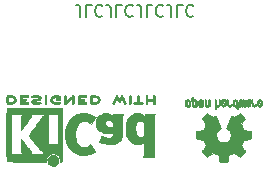
<source format=gbr>
%TF.GenerationSoftware,KiCad,Pcbnew,5.1.6-c6e7f7d~87~ubuntu18.04.1*%
%TF.CreationDate,2020-08-12T00:36:41-03:00*%
%TF.ProjectId,tfAdapter_V1,74664164-6170-4746-9572-5f56312e6b69,rev?*%
%TF.SameCoordinates,Original*%
%TF.FileFunction,Legend,Bot*%
%TF.FilePolarity,Positive*%
%FSLAX46Y46*%
G04 Gerber Fmt 4.6, Leading zero omitted, Abs format (unit mm)*
G04 Created by KiCad (PCBNEW 5.1.6-c6e7f7d~87~ubuntu18.04.1) date 2020-08-12 00:36:41*
%MOMM*%
%LPD*%
G01*
G04 APERTURE LIST*
%ADD10C,0.150000*%
%ADD11C,0.010000*%
G04 APERTURE END LIST*
D10*
X148380952Y-89547619D02*
X148380952Y-88833333D01*
X148333333Y-88690476D01*
X148238095Y-88595238D01*
X148095238Y-88547619D01*
X148000000Y-88547619D01*
X149333333Y-88547619D02*
X148857142Y-88547619D01*
X148857142Y-89547619D01*
X150238095Y-88642857D02*
X150190476Y-88595238D01*
X150047619Y-88547619D01*
X149952380Y-88547619D01*
X149809523Y-88595238D01*
X149714285Y-88690476D01*
X149666666Y-88785714D01*
X149619047Y-88976190D01*
X149619047Y-89119047D01*
X149666666Y-89309523D01*
X149714285Y-89404761D01*
X149809523Y-89500000D01*
X149952380Y-89547619D01*
X150047619Y-89547619D01*
X150190476Y-89500000D01*
X150238095Y-89452380D01*
X150952380Y-89547619D02*
X150952380Y-88833333D01*
X150904761Y-88690476D01*
X150809523Y-88595238D01*
X150666666Y-88547619D01*
X150571428Y-88547619D01*
X151904761Y-88547619D02*
X151428571Y-88547619D01*
X151428571Y-89547619D01*
X152809523Y-88642857D02*
X152761904Y-88595238D01*
X152619047Y-88547619D01*
X152523809Y-88547619D01*
X152380952Y-88595238D01*
X152285714Y-88690476D01*
X152238095Y-88785714D01*
X152190476Y-88976190D01*
X152190476Y-89119047D01*
X152238095Y-89309523D01*
X152285714Y-89404761D01*
X152380952Y-89500000D01*
X152523809Y-89547619D01*
X152619047Y-89547619D01*
X152761904Y-89500000D01*
X152809523Y-89452380D01*
X153523809Y-89547619D02*
X153523809Y-88833333D01*
X153476190Y-88690476D01*
X153380952Y-88595238D01*
X153238095Y-88547619D01*
X153142857Y-88547619D01*
X154476190Y-88547619D02*
X154000000Y-88547619D01*
X154000000Y-89547619D01*
X155380952Y-88642857D02*
X155333333Y-88595238D01*
X155190476Y-88547619D01*
X155095238Y-88547619D01*
X154952380Y-88595238D01*
X154857142Y-88690476D01*
X154809523Y-88785714D01*
X154761904Y-88976190D01*
X154761904Y-89119047D01*
X154809523Y-89309523D01*
X154857142Y-89404761D01*
X154952380Y-89500000D01*
X155095238Y-89547619D01*
X155190476Y-89547619D01*
X155333333Y-89500000D01*
X155380952Y-89452380D01*
X156095238Y-89547619D02*
X156095238Y-88833333D01*
X156047619Y-88690476D01*
X155952380Y-88595238D01*
X155809523Y-88547619D01*
X155714285Y-88547619D01*
X157047619Y-88547619D02*
X156571428Y-88547619D01*
X156571428Y-89547619D01*
X157952380Y-88642857D02*
X157904761Y-88595238D01*
X157761904Y-88547619D01*
X157666666Y-88547619D01*
X157523809Y-88595238D01*
X157428571Y-88690476D01*
X157380952Y-88785714D01*
X157333333Y-88976190D01*
X157333333Y-89119047D01*
X157380952Y-89309523D01*
X157428571Y-89404761D01*
X157523809Y-89500000D01*
X157666666Y-89547619D01*
X157761904Y-89547619D01*
X157904761Y-89500000D01*
X157952380Y-89452380D01*
D11*
%TO.C,REF\u002A\u002A*%
G36*
X154628823Y-96925467D02*
G01*
X154660202Y-96903224D01*
X154687911Y-96875515D01*
X154687911Y-96566080D01*
X154687838Y-96474201D01*
X154687495Y-96402160D01*
X154686692Y-96347220D01*
X154685241Y-96306640D01*
X154682952Y-96277683D01*
X154679636Y-96257609D01*
X154675105Y-96243679D01*
X154669169Y-96233155D01*
X154664514Y-96226900D01*
X154633783Y-96202327D01*
X154598496Y-96199659D01*
X154566245Y-96214729D01*
X154555588Y-96223626D01*
X154548464Y-96235443D01*
X154544167Y-96254474D01*
X154541991Y-96285008D01*
X154541228Y-96331338D01*
X154541155Y-96367129D01*
X154541155Y-96501955D01*
X154044444Y-96501955D01*
X154044444Y-96379300D01*
X154043931Y-96323213D01*
X154041876Y-96284667D01*
X154037508Y-96258639D01*
X154030056Y-96240103D01*
X154021047Y-96226900D01*
X153990144Y-96202396D01*
X153955196Y-96199494D01*
X153921738Y-96216911D01*
X153912604Y-96226041D01*
X153906152Y-96238145D01*
X153901897Y-96256999D01*
X153899352Y-96286380D01*
X153898029Y-96330063D01*
X153897443Y-96391825D01*
X153897375Y-96406000D01*
X153896891Y-96522369D01*
X153896641Y-96618273D01*
X153896723Y-96695823D01*
X153897231Y-96757131D01*
X153898262Y-96804310D01*
X153899913Y-96839470D01*
X153902279Y-96864724D01*
X153905457Y-96882183D01*
X153909544Y-96893959D01*
X153914634Y-96902165D01*
X153920266Y-96908355D01*
X153952128Y-96928156D01*
X153985357Y-96925467D01*
X154016735Y-96903224D01*
X154029433Y-96888874D01*
X154037526Y-96873022D01*
X154042042Y-96850446D01*
X154044006Y-96815922D01*
X154044444Y-96764224D01*
X154044444Y-96648711D01*
X154541155Y-96648711D01*
X154541155Y-96767244D01*
X154541662Y-96821852D01*
X154543698Y-96858725D01*
X154548035Y-96882693D01*
X154555447Y-96898585D01*
X154563733Y-96908355D01*
X154595594Y-96928156D01*
X154628823Y-96925467D01*
G37*
X154628823Y-96925467D02*
X154660202Y-96903224D01*
X154687911Y-96875515D01*
X154687911Y-96566080D01*
X154687838Y-96474201D01*
X154687495Y-96402160D01*
X154686692Y-96347220D01*
X154685241Y-96306640D01*
X154682952Y-96277683D01*
X154679636Y-96257609D01*
X154675105Y-96243679D01*
X154669169Y-96233155D01*
X154664514Y-96226900D01*
X154633783Y-96202327D01*
X154598496Y-96199659D01*
X154566245Y-96214729D01*
X154555588Y-96223626D01*
X154548464Y-96235443D01*
X154544167Y-96254474D01*
X154541991Y-96285008D01*
X154541228Y-96331338D01*
X154541155Y-96367129D01*
X154541155Y-96501955D01*
X154044444Y-96501955D01*
X154044444Y-96379300D01*
X154043931Y-96323213D01*
X154041876Y-96284667D01*
X154037508Y-96258639D01*
X154030056Y-96240103D01*
X154021047Y-96226900D01*
X153990144Y-96202396D01*
X153955196Y-96199494D01*
X153921738Y-96216911D01*
X153912604Y-96226041D01*
X153906152Y-96238145D01*
X153901897Y-96256999D01*
X153899352Y-96286380D01*
X153898029Y-96330063D01*
X153897443Y-96391825D01*
X153897375Y-96406000D01*
X153896891Y-96522369D01*
X153896641Y-96618273D01*
X153896723Y-96695823D01*
X153897231Y-96757131D01*
X153898262Y-96804310D01*
X153899913Y-96839470D01*
X153902279Y-96864724D01*
X153905457Y-96882183D01*
X153909544Y-96893959D01*
X153914634Y-96902165D01*
X153920266Y-96908355D01*
X153952128Y-96928156D01*
X153985357Y-96925467D01*
X154016735Y-96903224D01*
X154029433Y-96888874D01*
X154037526Y-96873022D01*
X154042042Y-96850446D01*
X154044006Y-96815922D01*
X154044444Y-96764224D01*
X154044444Y-96648711D01*
X154541155Y-96648711D01*
X154541155Y-96767244D01*
X154541662Y-96821852D01*
X154543698Y-96858725D01*
X154548035Y-96882693D01*
X154555447Y-96898585D01*
X154563733Y-96908355D01*
X154595594Y-96928156D01*
X154628823Y-96925467D01*
G36*
X153363065Y-96930837D02*
G01*
X153441772Y-96930458D01*
X153502863Y-96929667D01*
X153548817Y-96928330D01*
X153582114Y-96926317D01*
X153605236Y-96923494D01*
X153620662Y-96919731D01*
X153630871Y-96914895D01*
X153635813Y-96911178D01*
X153661457Y-96878642D01*
X153664559Y-96844862D01*
X153648711Y-96814174D01*
X153638348Y-96801911D01*
X153627196Y-96793550D01*
X153611035Y-96788343D01*
X153585642Y-96785543D01*
X153546798Y-96784404D01*
X153490280Y-96784179D01*
X153479180Y-96784178D01*
X153333244Y-96784178D01*
X153333244Y-96513244D01*
X153333148Y-96427846D01*
X153332711Y-96362136D01*
X153331712Y-96313226D01*
X153329928Y-96278227D01*
X153327137Y-96254251D01*
X153323117Y-96238407D01*
X153317645Y-96227809D01*
X153310666Y-96219733D01*
X153277734Y-96199888D01*
X153243354Y-96201452D01*
X153212176Y-96224094D01*
X153209886Y-96226900D01*
X153202429Y-96237508D01*
X153196747Y-96249919D01*
X153192601Y-96267150D01*
X153189750Y-96292216D01*
X153187954Y-96328133D01*
X153186972Y-96377917D01*
X153186564Y-96444583D01*
X153186489Y-96520411D01*
X153186489Y-96784178D01*
X153047127Y-96784178D01*
X152987322Y-96784582D01*
X152945918Y-96786160D01*
X152918748Y-96789453D01*
X152901646Y-96795008D01*
X152890443Y-96803369D01*
X152889083Y-96804822D01*
X152872725Y-96838061D01*
X152874172Y-96875638D01*
X152892978Y-96908355D01*
X152900250Y-96914702D01*
X152909627Y-96919734D01*
X152923609Y-96923604D01*
X152944696Y-96926463D01*
X152975389Y-96928465D01*
X153018189Y-96929761D01*
X153075595Y-96930502D01*
X153150110Y-96930842D01*
X153244233Y-96930932D01*
X153264260Y-96930933D01*
X153363065Y-96930837D01*
G37*
X153363065Y-96930837D02*
X153441772Y-96930458D01*
X153502863Y-96929667D01*
X153548817Y-96928330D01*
X153582114Y-96926317D01*
X153605236Y-96923494D01*
X153620662Y-96919731D01*
X153630871Y-96914895D01*
X153635813Y-96911178D01*
X153661457Y-96878642D01*
X153664559Y-96844862D01*
X153648711Y-96814174D01*
X153638348Y-96801911D01*
X153627196Y-96793550D01*
X153611035Y-96788343D01*
X153585642Y-96785543D01*
X153546798Y-96784404D01*
X153490280Y-96784179D01*
X153479180Y-96784178D01*
X153333244Y-96784178D01*
X153333244Y-96513244D01*
X153333148Y-96427846D01*
X153332711Y-96362136D01*
X153331712Y-96313226D01*
X153329928Y-96278227D01*
X153327137Y-96254251D01*
X153323117Y-96238407D01*
X153317645Y-96227809D01*
X153310666Y-96219733D01*
X153277734Y-96199888D01*
X153243354Y-96201452D01*
X153212176Y-96224094D01*
X153209886Y-96226900D01*
X153202429Y-96237508D01*
X153196747Y-96249919D01*
X153192601Y-96267150D01*
X153189750Y-96292216D01*
X153187954Y-96328133D01*
X153186972Y-96377917D01*
X153186564Y-96444583D01*
X153186489Y-96520411D01*
X153186489Y-96784178D01*
X153047127Y-96784178D01*
X152987322Y-96784582D01*
X152945918Y-96786160D01*
X152918748Y-96789453D01*
X152901646Y-96795008D01*
X152890443Y-96803369D01*
X152889083Y-96804822D01*
X152872725Y-96838061D01*
X152874172Y-96875638D01*
X152892978Y-96908355D01*
X152900250Y-96914702D01*
X152909627Y-96919734D01*
X152923609Y-96923604D01*
X152944696Y-96926463D01*
X152975389Y-96928465D01*
X153018189Y-96929761D01*
X153075595Y-96930502D01*
X153150110Y-96930842D01*
X153244233Y-96930932D01*
X153264260Y-96930933D01*
X153363065Y-96930837D01*
G36*
X152588614Y-96924123D02*
G01*
X152612327Y-96909353D01*
X152638978Y-96887773D01*
X152638978Y-96566227D01*
X152638893Y-96472170D01*
X152638529Y-96398068D01*
X152637724Y-96341296D01*
X152636313Y-96299232D01*
X152634133Y-96269252D01*
X152631021Y-96248733D01*
X152626814Y-96235051D01*
X152621348Y-96225584D01*
X152617472Y-96220918D01*
X152586034Y-96200425D01*
X152550233Y-96201261D01*
X152518873Y-96218736D01*
X152492222Y-96240316D01*
X152492222Y-96887773D01*
X152518873Y-96909353D01*
X152544594Y-96925051D01*
X152565600Y-96930933D01*
X152588614Y-96924123D01*
G37*
X152588614Y-96924123D02*
X152612327Y-96909353D01*
X152638978Y-96887773D01*
X152638978Y-96566227D01*
X152638893Y-96472170D01*
X152638529Y-96398068D01*
X152637724Y-96341296D01*
X152636313Y-96299232D01*
X152634133Y-96269252D01*
X152631021Y-96248733D01*
X152626814Y-96235051D01*
X152621348Y-96225584D01*
X152617472Y-96220918D01*
X152586034Y-96200425D01*
X152550233Y-96201261D01*
X152518873Y-96218736D01*
X152492222Y-96240316D01*
X152492222Y-96887773D01*
X152518873Y-96909353D01*
X152544594Y-96925051D01*
X152565600Y-96930933D01*
X152588614Y-96924123D01*
G36*
X152144665Y-96928966D02*
G01*
X152164255Y-96921965D01*
X152165010Y-96921623D01*
X152191613Y-96901322D01*
X152206270Y-96880439D01*
X152209138Y-96870648D01*
X152208996Y-96857639D01*
X152204961Y-96839105D01*
X152196146Y-96812743D01*
X152181669Y-96776248D01*
X152160645Y-96727313D01*
X152132188Y-96663635D01*
X152095415Y-96582907D01*
X152075175Y-96538784D01*
X152038625Y-96460015D01*
X152004315Y-96387577D01*
X151973552Y-96324120D01*
X151947648Y-96272292D01*
X151927910Y-96234741D01*
X151915650Y-96214116D01*
X151913224Y-96211267D01*
X151882183Y-96198698D01*
X151847121Y-96200381D01*
X151819000Y-96215668D01*
X151817854Y-96216911D01*
X151806668Y-96233846D01*
X151787904Y-96266830D01*
X151763875Y-96311620D01*
X151736897Y-96363968D01*
X151727201Y-96383258D01*
X151654014Y-96529850D01*
X151574240Y-96370607D01*
X151545767Y-96315585D01*
X151519350Y-96267868D01*
X151497148Y-96231107D01*
X151481319Y-96208956D01*
X151475954Y-96204259D01*
X151434257Y-96197898D01*
X151399849Y-96211267D01*
X151389728Y-96225554D01*
X151372214Y-96257308D01*
X151348735Y-96303403D01*
X151320720Y-96360715D01*
X151289599Y-96426120D01*
X151256799Y-96496493D01*
X151223750Y-96568709D01*
X151191881Y-96639645D01*
X151162619Y-96706175D01*
X151137395Y-96765174D01*
X151117636Y-96813519D01*
X151104772Y-96848085D01*
X151100231Y-96865747D01*
X151100277Y-96866387D01*
X151111326Y-96888612D01*
X151133410Y-96911247D01*
X151134710Y-96912232D01*
X151161853Y-96927575D01*
X151186958Y-96927426D01*
X151196368Y-96924534D01*
X151207834Y-96918282D01*
X151220010Y-96905986D01*
X151234357Y-96885092D01*
X151252336Y-96853051D01*
X151275407Y-96807312D01*
X151305030Y-96745323D01*
X151331745Y-96688102D01*
X151362480Y-96621774D01*
X151390021Y-96562126D01*
X151412938Y-96512275D01*
X151429798Y-96475336D01*
X151439173Y-96454427D01*
X151440540Y-96451155D01*
X151446689Y-96456503D01*
X151460822Y-96478891D01*
X151481057Y-96515054D01*
X151505515Y-96561723D01*
X151515248Y-96580978D01*
X151548217Y-96645996D01*
X151573643Y-96693346D01*
X151593612Y-96725781D01*
X151610210Y-96746054D01*
X151625524Y-96756918D01*
X151641640Y-96761125D01*
X151652143Y-96761600D01*
X151670670Y-96759958D01*
X151686904Y-96753169D01*
X151703035Y-96738434D01*
X151721251Y-96712956D01*
X151743739Y-96673939D01*
X151772689Y-96618586D01*
X151788662Y-96587097D01*
X151814570Y-96536913D01*
X151837167Y-96495296D01*
X151854458Y-96465758D01*
X151864450Y-96451811D01*
X151865809Y-96451230D01*
X151872261Y-96462207D01*
X151886708Y-96490710D01*
X151907703Y-96533756D01*
X151933797Y-96588362D01*
X151963546Y-96651546D01*
X151978180Y-96682929D01*
X152016250Y-96763922D01*
X152046905Y-96826244D01*
X152071737Y-96871929D01*
X152092337Y-96903011D01*
X152110298Y-96921522D01*
X152127210Y-96929496D01*
X152144665Y-96928966D01*
G37*
X152144665Y-96928966D02*
X152164255Y-96921965D01*
X152165010Y-96921623D01*
X152191613Y-96901322D01*
X152206270Y-96880439D01*
X152209138Y-96870648D01*
X152208996Y-96857639D01*
X152204961Y-96839105D01*
X152196146Y-96812743D01*
X152181669Y-96776248D01*
X152160645Y-96727313D01*
X152132188Y-96663635D01*
X152095415Y-96582907D01*
X152075175Y-96538784D01*
X152038625Y-96460015D01*
X152004315Y-96387577D01*
X151973552Y-96324120D01*
X151947648Y-96272292D01*
X151927910Y-96234741D01*
X151915650Y-96214116D01*
X151913224Y-96211267D01*
X151882183Y-96198698D01*
X151847121Y-96200381D01*
X151819000Y-96215668D01*
X151817854Y-96216911D01*
X151806668Y-96233846D01*
X151787904Y-96266830D01*
X151763875Y-96311620D01*
X151736897Y-96363968D01*
X151727201Y-96383258D01*
X151654014Y-96529850D01*
X151574240Y-96370607D01*
X151545767Y-96315585D01*
X151519350Y-96267868D01*
X151497148Y-96231107D01*
X151481319Y-96208956D01*
X151475954Y-96204259D01*
X151434257Y-96197898D01*
X151399849Y-96211267D01*
X151389728Y-96225554D01*
X151372214Y-96257308D01*
X151348735Y-96303403D01*
X151320720Y-96360715D01*
X151289599Y-96426120D01*
X151256799Y-96496493D01*
X151223750Y-96568709D01*
X151191881Y-96639645D01*
X151162619Y-96706175D01*
X151137395Y-96765174D01*
X151117636Y-96813519D01*
X151104772Y-96848085D01*
X151100231Y-96865747D01*
X151100277Y-96866387D01*
X151111326Y-96888612D01*
X151133410Y-96911247D01*
X151134710Y-96912232D01*
X151161853Y-96927575D01*
X151186958Y-96927426D01*
X151196368Y-96924534D01*
X151207834Y-96918282D01*
X151220010Y-96905986D01*
X151234357Y-96885092D01*
X151252336Y-96853051D01*
X151275407Y-96807312D01*
X151305030Y-96745323D01*
X151331745Y-96688102D01*
X151362480Y-96621774D01*
X151390021Y-96562126D01*
X151412938Y-96512275D01*
X151429798Y-96475336D01*
X151439173Y-96454427D01*
X151440540Y-96451155D01*
X151446689Y-96456503D01*
X151460822Y-96478891D01*
X151481057Y-96515054D01*
X151505515Y-96561723D01*
X151515248Y-96580978D01*
X151548217Y-96645996D01*
X151573643Y-96693346D01*
X151593612Y-96725781D01*
X151610210Y-96746054D01*
X151625524Y-96756918D01*
X151641640Y-96761125D01*
X151652143Y-96761600D01*
X151670670Y-96759958D01*
X151686904Y-96753169D01*
X151703035Y-96738434D01*
X151721251Y-96712956D01*
X151743739Y-96673939D01*
X151772689Y-96618586D01*
X151788662Y-96587097D01*
X151814570Y-96536913D01*
X151837167Y-96495296D01*
X151854458Y-96465758D01*
X151864450Y-96451811D01*
X151865809Y-96451230D01*
X151872261Y-96462207D01*
X151886708Y-96490710D01*
X151907703Y-96533756D01*
X151933797Y-96588362D01*
X151963546Y-96651546D01*
X151978180Y-96682929D01*
X152016250Y-96763922D01*
X152046905Y-96826244D01*
X152071737Y-96871929D01*
X152092337Y-96903011D01*
X152110298Y-96921522D01*
X152127210Y-96929496D01*
X152144665Y-96928966D01*
G36*
X149418309Y-96930725D02*
G01*
X149547288Y-96926364D01*
X149656991Y-96913139D01*
X149749226Y-96890259D01*
X149825802Y-96856930D01*
X149888527Y-96812362D01*
X149939212Y-96755764D01*
X149979663Y-96686342D01*
X149980459Y-96684649D01*
X150004601Y-96622517D01*
X150013203Y-96567491D01*
X150006231Y-96512113D01*
X149983654Y-96448927D01*
X149979372Y-96439311D01*
X149950172Y-96383034D01*
X149917356Y-96339549D01*
X149875002Y-96302583D01*
X149817190Y-96265865D01*
X149813831Y-96263948D01*
X149763504Y-96239773D01*
X149706621Y-96221718D01*
X149639527Y-96209161D01*
X149558565Y-96201478D01*
X149460082Y-96198047D01*
X149425286Y-96197749D01*
X149259594Y-96197155D01*
X149236197Y-96226900D01*
X149229257Y-96236681D01*
X149223842Y-96248103D01*
X149219765Y-96263905D01*
X149216837Y-96286825D01*
X149214867Y-96319604D01*
X149214225Y-96343911D01*
X149370844Y-96343911D01*
X149464726Y-96343911D01*
X149519664Y-96345517D01*
X149576060Y-96349745D01*
X149622345Y-96355708D01*
X149625139Y-96356210D01*
X149707348Y-96378264D01*
X149771114Y-96411400D01*
X149818452Y-96457153D01*
X149851382Y-96517061D01*
X149857108Y-96532939D01*
X149862721Y-96557667D01*
X149860291Y-96582098D01*
X149848467Y-96614600D01*
X149841340Y-96630566D01*
X149818000Y-96672994D01*
X149789880Y-96702760D01*
X149758940Y-96723489D01*
X149696966Y-96750463D01*
X149617651Y-96770002D01*
X149525253Y-96781254D01*
X149458333Y-96783730D01*
X149370844Y-96784178D01*
X149370844Y-96343911D01*
X149214225Y-96343911D01*
X149213668Y-96364979D01*
X149213050Y-96425689D01*
X149212825Y-96504474D01*
X149212800Y-96566080D01*
X149212800Y-96875515D01*
X149240509Y-96903224D01*
X149252806Y-96914456D01*
X149266103Y-96922147D01*
X149284672Y-96926960D01*
X149312786Y-96929554D01*
X149354717Y-96930590D01*
X149414737Y-96930730D01*
X149418309Y-96930725D01*
G37*
X149418309Y-96930725D02*
X149547288Y-96926364D01*
X149656991Y-96913139D01*
X149749226Y-96890259D01*
X149825802Y-96856930D01*
X149888527Y-96812362D01*
X149939212Y-96755764D01*
X149979663Y-96686342D01*
X149980459Y-96684649D01*
X150004601Y-96622517D01*
X150013203Y-96567491D01*
X150006231Y-96512113D01*
X149983654Y-96448927D01*
X149979372Y-96439311D01*
X149950172Y-96383034D01*
X149917356Y-96339549D01*
X149875002Y-96302583D01*
X149817190Y-96265865D01*
X149813831Y-96263948D01*
X149763504Y-96239773D01*
X149706621Y-96221718D01*
X149639527Y-96209161D01*
X149558565Y-96201478D01*
X149460082Y-96198047D01*
X149425286Y-96197749D01*
X149259594Y-96197155D01*
X149236197Y-96226900D01*
X149229257Y-96236681D01*
X149223842Y-96248103D01*
X149219765Y-96263905D01*
X149216837Y-96286825D01*
X149214867Y-96319604D01*
X149214225Y-96343911D01*
X149370844Y-96343911D01*
X149464726Y-96343911D01*
X149519664Y-96345517D01*
X149576060Y-96349745D01*
X149622345Y-96355708D01*
X149625139Y-96356210D01*
X149707348Y-96378264D01*
X149771114Y-96411400D01*
X149818452Y-96457153D01*
X149851382Y-96517061D01*
X149857108Y-96532939D01*
X149862721Y-96557667D01*
X149860291Y-96582098D01*
X149848467Y-96614600D01*
X149841340Y-96630566D01*
X149818000Y-96672994D01*
X149789880Y-96702760D01*
X149758940Y-96723489D01*
X149696966Y-96750463D01*
X149617651Y-96770002D01*
X149525253Y-96781254D01*
X149458333Y-96783730D01*
X149370844Y-96784178D01*
X149370844Y-96343911D01*
X149214225Y-96343911D01*
X149213668Y-96364979D01*
X149213050Y-96425689D01*
X149212825Y-96504474D01*
X149212800Y-96566080D01*
X149212800Y-96875515D01*
X149240509Y-96903224D01*
X149252806Y-96914456D01*
X149266103Y-96922147D01*
X149284672Y-96926960D01*
X149312786Y-96929554D01*
X149354717Y-96930590D01*
X149414737Y-96930730D01*
X149418309Y-96930725D01*
G36*
X148630343Y-96930740D02*
G01*
X148706701Y-96929826D01*
X148765217Y-96927689D01*
X148808255Y-96923825D01*
X148838183Y-96917733D01*
X148857368Y-96908910D01*
X148868176Y-96896854D01*
X148872973Y-96881061D01*
X148874127Y-96861030D01*
X148874133Y-96858665D01*
X148873131Y-96836008D01*
X148868396Y-96818497D01*
X148857333Y-96805426D01*
X148837348Y-96796087D01*
X148805846Y-96789773D01*
X148760232Y-96785778D01*
X148697913Y-96783394D01*
X148616293Y-96781914D01*
X148591277Y-96781586D01*
X148349200Y-96778533D01*
X148345814Y-96713622D01*
X148342429Y-96648711D01*
X148510576Y-96648711D01*
X148576266Y-96648469D01*
X148623172Y-96647444D01*
X148655083Y-96645189D01*
X148675791Y-96641258D01*
X148689084Y-96635202D01*
X148698755Y-96626576D01*
X148698817Y-96626507D01*
X148716356Y-96592888D01*
X148715722Y-96556552D01*
X148697314Y-96525577D01*
X148693671Y-96522393D01*
X148680741Y-96514188D01*
X148663024Y-96508479D01*
X148636570Y-96504838D01*
X148597432Y-96502833D01*
X148541662Y-96502036D01*
X148505994Y-96501955D01*
X148343555Y-96501955D01*
X148343555Y-96343911D01*
X148590161Y-96343911D01*
X148671580Y-96343769D01*
X148733410Y-96343186D01*
X148778637Y-96341932D01*
X148810248Y-96339773D01*
X148831231Y-96336477D01*
X148844573Y-96331811D01*
X148853261Y-96325543D01*
X148855450Y-96323267D01*
X148871614Y-96291720D01*
X148872797Y-96255832D01*
X148859536Y-96224715D01*
X148849043Y-96214729D01*
X148838129Y-96209231D01*
X148821217Y-96204978D01*
X148795633Y-96201820D01*
X148758701Y-96199608D01*
X148707746Y-96198194D01*
X148640094Y-96197428D01*
X148553069Y-96197162D01*
X148533394Y-96197155D01*
X148444911Y-96197213D01*
X148376227Y-96197533D01*
X148324564Y-96198333D01*
X148287145Y-96199833D01*
X148261190Y-96202251D01*
X148243922Y-96205806D01*
X148232562Y-96210718D01*
X148224332Y-96217205D01*
X148219817Y-96221862D01*
X148213021Y-96230111D01*
X148207712Y-96240331D01*
X148203706Y-96255200D01*
X148200821Y-96277398D01*
X148198874Y-96309607D01*
X148197681Y-96354504D01*
X148197061Y-96414772D01*
X148196829Y-96493089D01*
X148196800Y-96559006D01*
X148196871Y-96651372D01*
X148197208Y-96723883D01*
X148197998Y-96779263D01*
X148199426Y-96820235D01*
X148201679Y-96849522D01*
X148204943Y-96869847D01*
X148209404Y-96883934D01*
X148215248Y-96894505D01*
X148220197Y-96901189D01*
X148243594Y-96930933D01*
X148533774Y-96930933D01*
X148630343Y-96930740D01*
G37*
X148630343Y-96930740D02*
X148706701Y-96929826D01*
X148765217Y-96927689D01*
X148808255Y-96923825D01*
X148838183Y-96917733D01*
X148857368Y-96908910D01*
X148868176Y-96896854D01*
X148872973Y-96881061D01*
X148874127Y-96861030D01*
X148874133Y-96858665D01*
X148873131Y-96836008D01*
X148868396Y-96818497D01*
X148857333Y-96805426D01*
X148837348Y-96796087D01*
X148805846Y-96789773D01*
X148760232Y-96785778D01*
X148697913Y-96783394D01*
X148616293Y-96781914D01*
X148591277Y-96781586D01*
X148349200Y-96778533D01*
X148345814Y-96713622D01*
X148342429Y-96648711D01*
X148510576Y-96648711D01*
X148576266Y-96648469D01*
X148623172Y-96647444D01*
X148655083Y-96645189D01*
X148675791Y-96641258D01*
X148689084Y-96635202D01*
X148698755Y-96626576D01*
X148698817Y-96626507D01*
X148716356Y-96592888D01*
X148715722Y-96556552D01*
X148697314Y-96525577D01*
X148693671Y-96522393D01*
X148680741Y-96514188D01*
X148663024Y-96508479D01*
X148636570Y-96504838D01*
X148597432Y-96502833D01*
X148541662Y-96502036D01*
X148505994Y-96501955D01*
X148343555Y-96501955D01*
X148343555Y-96343911D01*
X148590161Y-96343911D01*
X148671580Y-96343769D01*
X148733410Y-96343186D01*
X148778637Y-96341932D01*
X148810248Y-96339773D01*
X148831231Y-96336477D01*
X148844573Y-96331811D01*
X148853261Y-96325543D01*
X148855450Y-96323267D01*
X148871614Y-96291720D01*
X148872797Y-96255832D01*
X148859536Y-96224715D01*
X148849043Y-96214729D01*
X148838129Y-96209231D01*
X148821217Y-96204978D01*
X148795633Y-96201820D01*
X148758701Y-96199608D01*
X148707746Y-96198194D01*
X148640094Y-96197428D01*
X148553069Y-96197162D01*
X148533394Y-96197155D01*
X148444911Y-96197213D01*
X148376227Y-96197533D01*
X148324564Y-96198333D01*
X148287145Y-96199833D01*
X148261190Y-96202251D01*
X148243922Y-96205806D01*
X148232562Y-96210718D01*
X148224332Y-96217205D01*
X148219817Y-96221862D01*
X148213021Y-96230111D01*
X148207712Y-96240331D01*
X148203706Y-96255200D01*
X148200821Y-96277398D01*
X148198874Y-96309607D01*
X148197681Y-96354504D01*
X148197061Y-96414772D01*
X148196829Y-96493089D01*
X148196800Y-96559006D01*
X148196871Y-96651372D01*
X148197208Y-96723883D01*
X148197998Y-96779263D01*
X148199426Y-96820235D01*
X148201679Y-96849522D01*
X148204943Y-96869847D01*
X148209404Y-96883934D01*
X148215248Y-96894505D01*
X148220197Y-96901189D01*
X148243594Y-96930933D01*
X148533774Y-96930933D01*
X148630343Y-96930740D01*
G36*
X147099886Y-96926552D02*
G01*
X147123452Y-96912727D01*
X147154265Y-96890119D01*
X147193922Y-96857662D01*
X147244020Y-96814292D01*
X147306157Y-96758942D01*
X147381928Y-96690549D01*
X147468666Y-96611916D01*
X147649289Y-96448122D01*
X147654933Y-96667971D01*
X147656971Y-96743649D01*
X147658937Y-96800006D01*
X147661266Y-96840294D01*
X147664394Y-96867765D01*
X147668755Y-96885671D01*
X147674784Y-96897263D01*
X147682916Y-96905792D01*
X147687228Y-96909377D01*
X147721759Y-96928330D01*
X147754617Y-96925559D01*
X147780682Y-96909367D01*
X147807333Y-96887801D01*
X147810648Y-96572849D01*
X147811565Y-96480221D01*
X147812032Y-96407456D01*
X147811887Y-96351839D01*
X147810968Y-96310658D01*
X147809113Y-96281197D01*
X147806161Y-96260745D01*
X147801950Y-96246587D01*
X147796318Y-96236009D01*
X147790073Y-96227526D01*
X147776561Y-96211793D01*
X147763117Y-96201364D01*
X147747876Y-96197361D01*
X147728974Y-96200906D01*
X147704545Y-96213121D01*
X147672727Y-96235129D01*
X147631652Y-96268051D01*
X147579458Y-96313009D01*
X147514278Y-96371125D01*
X147440444Y-96437901D01*
X147175155Y-96678542D01*
X147169511Y-96459411D01*
X147167469Y-96383872D01*
X147165498Y-96327646D01*
X147163161Y-96287476D01*
X147160019Y-96260104D01*
X147155636Y-96242272D01*
X147149576Y-96230721D01*
X147141400Y-96222193D01*
X147137216Y-96218718D01*
X147100235Y-96199628D01*
X147065292Y-96202507D01*
X147034864Y-96226900D01*
X147027903Y-96236714D01*
X147022477Y-96248174D01*
X147018397Y-96264032D01*
X147015471Y-96287037D01*
X147013508Y-96319938D01*
X147012317Y-96365484D01*
X147011708Y-96426427D01*
X147011489Y-96505514D01*
X147011466Y-96564044D01*
X147011540Y-96655593D01*
X147011887Y-96727313D01*
X147012699Y-96781955D01*
X147014167Y-96822268D01*
X147016481Y-96851002D01*
X147019833Y-96870907D01*
X147024412Y-96884732D01*
X147030411Y-96895228D01*
X147034864Y-96901189D01*
X147046150Y-96915309D01*
X147056699Y-96925971D01*
X147068107Y-96932108D01*
X147081970Y-96932657D01*
X147099886Y-96926552D01*
G37*
X147099886Y-96926552D02*
X147123452Y-96912727D01*
X147154265Y-96890119D01*
X147193922Y-96857662D01*
X147244020Y-96814292D01*
X147306157Y-96758942D01*
X147381928Y-96690549D01*
X147468666Y-96611916D01*
X147649289Y-96448122D01*
X147654933Y-96667971D01*
X147656971Y-96743649D01*
X147658937Y-96800006D01*
X147661266Y-96840294D01*
X147664394Y-96867765D01*
X147668755Y-96885671D01*
X147674784Y-96897263D01*
X147682916Y-96905792D01*
X147687228Y-96909377D01*
X147721759Y-96928330D01*
X147754617Y-96925559D01*
X147780682Y-96909367D01*
X147807333Y-96887801D01*
X147810648Y-96572849D01*
X147811565Y-96480221D01*
X147812032Y-96407456D01*
X147811887Y-96351839D01*
X147810968Y-96310658D01*
X147809113Y-96281197D01*
X147806161Y-96260745D01*
X147801950Y-96246587D01*
X147796318Y-96236009D01*
X147790073Y-96227526D01*
X147776561Y-96211793D01*
X147763117Y-96201364D01*
X147747876Y-96197361D01*
X147728974Y-96200906D01*
X147704545Y-96213121D01*
X147672727Y-96235129D01*
X147631652Y-96268051D01*
X147579458Y-96313009D01*
X147514278Y-96371125D01*
X147440444Y-96437901D01*
X147175155Y-96678542D01*
X147169511Y-96459411D01*
X147167469Y-96383872D01*
X147165498Y-96327646D01*
X147163161Y-96287476D01*
X147160019Y-96260104D01*
X147155636Y-96242272D01*
X147149576Y-96230721D01*
X147141400Y-96222193D01*
X147137216Y-96218718D01*
X147100235Y-96199628D01*
X147065292Y-96202507D01*
X147034864Y-96226900D01*
X147027903Y-96236714D01*
X147022477Y-96248174D01*
X147018397Y-96264032D01*
X147015471Y-96287037D01*
X147013508Y-96319938D01*
X147012317Y-96365484D01*
X147011708Y-96426427D01*
X147011489Y-96505514D01*
X147011466Y-96564044D01*
X147011540Y-96655593D01*
X147011887Y-96727313D01*
X147012699Y-96781955D01*
X147014167Y-96822268D01*
X147016481Y-96851002D01*
X147019833Y-96870907D01*
X147024412Y-96884732D01*
X147030411Y-96895228D01*
X147034864Y-96901189D01*
X147046150Y-96915309D01*
X147056699Y-96925971D01*
X147068107Y-96932108D01*
X147081970Y-96932657D01*
X147099886Y-96926552D01*
G36*
X146449919Y-96925401D02*
G01*
X146518435Y-96913905D01*
X146571057Y-96896033D01*
X146605292Y-96872501D01*
X146614621Y-96859076D01*
X146624107Y-96827852D01*
X146617723Y-96799605D01*
X146597570Y-96772818D01*
X146566255Y-96760287D01*
X146520817Y-96761304D01*
X146485674Y-96768094D01*
X146407581Y-96781029D01*
X146327774Y-96782258D01*
X146238445Y-96771759D01*
X146213771Y-96767310D01*
X146130709Y-96743892D01*
X146065727Y-96709055D01*
X146019539Y-96663396D01*
X145992855Y-96607506D01*
X145987337Y-96578612D01*
X145990949Y-96519988D01*
X146014271Y-96468121D01*
X146055176Y-96424022D01*
X146111541Y-96388701D01*
X146181240Y-96363171D01*
X146262148Y-96348441D01*
X146352140Y-96345522D01*
X146449090Y-96355425D01*
X146454564Y-96356359D01*
X146493125Y-96363541D01*
X146514506Y-96370479D01*
X146523773Y-96380773D01*
X146525994Y-96398024D01*
X146526044Y-96407159D01*
X146526044Y-96445511D01*
X146457569Y-96445511D01*
X146397100Y-96449653D01*
X146355835Y-96462853D01*
X146331825Y-96486270D01*
X146323123Y-96521064D01*
X146323017Y-96525606D01*
X146328108Y-96555346D01*
X146345567Y-96576581D01*
X146378061Y-96590634D01*
X146428257Y-96598827D01*
X146476877Y-96601839D01*
X146547544Y-96603567D01*
X146598802Y-96600930D01*
X146633761Y-96591200D01*
X146655530Y-96571647D01*
X146667220Y-96539544D01*
X146671940Y-96492162D01*
X146672800Y-96429929D01*
X146671391Y-96360465D01*
X146667152Y-96313214D01*
X146660064Y-96287988D01*
X146658689Y-96286012D01*
X146619772Y-96254492D01*
X146562714Y-96229530D01*
X146491131Y-96211660D01*
X146408642Y-96201414D01*
X146318861Y-96199327D01*
X146225408Y-96205932D01*
X146170444Y-96214044D01*
X146084234Y-96238446D01*
X146004108Y-96278338D01*
X145937023Y-96330113D01*
X145926827Y-96340461D01*
X145893698Y-96383965D01*
X145863806Y-96437882D01*
X145840643Y-96494408D01*
X145827702Y-96545741D01*
X145826142Y-96565456D01*
X145832782Y-96606581D01*
X145850432Y-96657748D01*
X145875703Y-96711606D01*
X145905211Y-96760805D01*
X145931281Y-96793666D01*
X145992235Y-96842548D01*
X146071031Y-96881455D01*
X146164843Y-96909506D01*
X146270850Y-96925821D01*
X146368000Y-96929808D01*
X146449919Y-96925401D01*
G37*
X146449919Y-96925401D02*
X146518435Y-96913905D01*
X146571057Y-96896033D01*
X146605292Y-96872501D01*
X146614621Y-96859076D01*
X146624107Y-96827852D01*
X146617723Y-96799605D01*
X146597570Y-96772818D01*
X146566255Y-96760287D01*
X146520817Y-96761304D01*
X146485674Y-96768094D01*
X146407581Y-96781029D01*
X146327774Y-96782258D01*
X146238445Y-96771759D01*
X146213771Y-96767310D01*
X146130709Y-96743892D01*
X146065727Y-96709055D01*
X146019539Y-96663396D01*
X145992855Y-96607506D01*
X145987337Y-96578612D01*
X145990949Y-96519988D01*
X146014271Y-96468121D01*
X146055176Y-96424022D01*
X146111541Y-96388701D01*
X146181240Y-96363171D01*
X146262148Y-96348441D01*
X146352140Y-96345522D01*
X146449090Y-96355425D01*
X146454564Y-96356359D01*
X146493125Y-96363541D01*
X146514506Y-96370479D01*
X146523773Y-96380773D01*
X146525994Y-96398024D01*
X146526044Y-96407159D01*
X146526044Y-96445511D01*
X146457569Y-96445511D01*
X146397100Y-96449653D01*
X146355835Y-96462853D01*
X146331825Y-96486270D01*
X146323123Y-96521064D01*
X146323017Y-96525606D01*
X146328108Y-96555346D01*
X146345567Y-96576581D01*
X146378061Y-96590634D01*
X146428257Y-96598827D01*
X146476877Y-96601839D01*
X146547544Y-96603567D01*
X146598802Y-96600930D01*
X146633761Y-96591200D01*
X146655530Y-96571647D01*
X146667220Y-96539544D01*
X146671940Y-96492162D01*
X146672800Y-96429929D01*
X146671391Y-96360465D01*
X146667152Y-96313214D01*
X146660064Y-96287988D01*
X146658689Y-96286012D01*
X146619772Y-96254492D01*
X146562714Y-96229530D01*
X146491131Y-96211660D01*
X146408642Y-96201414D01*
X146318861Y-96199327D01*
X146225408Y-96205932D01*
X146170444Y-96214044D01*
X146084234Y-96238446D01*
X146004108Y-96278338D01*
X145937023Y-96330113D01*
X145926827Y-96340461D01*
X145893698Y-96383965D01*
X145863806Y-96437882D01*
X145840643Y-96494408D01*
X145827702Y-96545741D01*
X145826142Y-96565456D01*
X145832782Y-96606581D01*
X145850432Y-96657748D01*
X145875703Y-96711606D01*
X145905211Y-96760805D01*
X145931281Y-96793666D01*
X145992235Y-96842548D01*
X146071031Y-96881455D01*
X146164843Y-96909506D01*
X146270850Y-96925821D01*
X146368000Y-96929808D01*
X146449919Y-96925401D01*
G36*
X145476178Y-96908355D02*
G01*
X145482758Y-96900782D01*
X145487921Y-96891013D01*
X145491836Y-96876429D01*
X145494676Y-96854415D01*
X145496613Y-96822352D01*
X145497817Y-96777625D01*
X145498461Y-96717615D01*
X145498716Y-96639706D01*
X145498755Y-96564044D01*
X145498686Y-96470198D01*
X145498362Y-96396311D01*
X145497614Y-96339768D01*
X145496268Y-96297951D01*
X145494154Y-96268243D01*
X145491100Y-96248027D01*
X145486934Y-96234686D01*
X145481484Y-96225602D01*
X145476178Y-96219733D01*
X145443174Y-96200053D01*
X145408009Y-96201819D01*
X145376545Y-96223283D01*
X145369316Y-96231663D01*
X145363666Y-96241386D01*
X145359401Y-96255139D01*
X145356327Y-96275611D01*
X145354248Y-96305488D01*
X145352970Y-96347459D01*
X145352299Y-96404211D01*
X145352041Y-96478433D01*
X145352000Y-96562463D01*
X145352000Y-96875515D01*
X145379709Y-96903224D01*
X145413863Y-96926537D01*
X145446994Y-96927377D01*
X145476178Y-96908355D01*
G37*
X145476178Y-96908355D02*
X145482758Y-96900782D01*
X145487921Y-96891013D01*
X145491836Y-96876429D01*
X145494676Y-96854415D01*
X145496613Y-96822352D01*
X145497817Y-96777625D01*
X145498461Y-96717615D01*
X145498716Y-96639706D01*
X145498755Y-96564044D01*
X145498686Y-96470198D01*
X145498362Y-96396311D01*
X145497614Y-96339768D01*
X145496268Y-96297951D01*
X145494154Y-96268243D01*
X145491100Y-96248027D01*
X145486934Y-96234686D01*
X145481484Y-96225602D01*
X145476178Y-96219733D01*
X145443174Y-96200053D01*
X145408009Y-96201819D01*
X145376545Y-96223283D01*
X145369316Y-96231663D01*
X145363666Y-96241386D01*
X145359401Y-96255139D01*
X145356327Y-96275611D01*
X145354248Y-96305488D01*
X145352970Y-96347459D01*
X145352299Y-96404211D01*
X145352041Y-96478433D01*
X145352000Y-96562463D01*
X145352000Y-96875515D01*
X145379709Y-96903224D01*
X145413863Y-96926537D01*
X145446994Y-96927377D01*
X145476178Y-96908355D01*
G36*
X144708297Y-96929649D02*
G01*
X144783112Y-96924419D01*
X144852694Y-96916250D01*
X144912998Y-96905450D01*
X144959980Y-96892327D01*
X144989594Y-96877187D01*
X144994140Y-96872731D01*
X145009946Y-96838150D01*
X145005153Y-96802649D01*
X144980636Y-96772275D01*
X144979466Y-96771404D01*
X144965046Y-96762046D01*
X144949992Y-96757124D01*
X144928995Y-96756527D01*
X144896743Y-96760139D01*
X144847927Y-96767846D01*
X144844000Y-96768495D01*
X144771261Y-96777431D01*
X144692783Y-96781839D01*
X144614073Y-96781881D01*
X144540639Y-96777721D01*
X144477989Y-96769521D01*
X144431630Y-96757443D01*
X144428584Y-96756229D01*
X144394952Y-96737385D01*
X144383136Y-96718315D01*
X144392386Y-96699561D01*
X144421953Y-96681663D01*
X144471089Y-96665163D01*
X144539043Y-96650604D01*
X144584355Y-96643594D01*
X144678544Y-96630111D01*
X144753456Y-96617786D01*
X144812283Y-96605551D01*
X144858215Y-96592339D01*
X144894445Y-96577083D01*
X144924162Y-96558715D01*
X144950558Y-96536169D01*
X144971770Y-96514029D01*
X144996935Y-96483181D01*
X145009319Y-96456655D01*
X145013192Y-96423974D01*
X145013333Y-96412005D01*
X145010424Y-96372288D01*
X144998798Y-96342741D01*
X144978677Y-96316514D01*
X144937784Y-96276424D01*
X144892183Y-96245851D01*
X144838487Y-96223797D01*
X144773308Y-96209265D01*
X144693256Y-96201259D01*
X144594943Y-96198782D01*
X144578711Y-96198823D01*
X144513151Y-96200182D01*
X144448134Y-96203270D01*
X144390748Y-96207644D01*
X144348078Y-96212860D01*
X144344628Y-96213459D01*
X144302204Y-96223509D01*
X144266220Y-96236204D01*
X144245850Y-96247810D01*
X144226893Y-96278428D01*
X144225573Y-96314082D01*
X144241915Y-96345856D01*
X144245571Y-96349449D01*
X144260685Y-96360124D01*
X144279585Y-96364724D01*
X144308838Y-96363941D01*
X144344349Y-96359873D01*
X144384030Y-96356238D01*
X144439655Y-96353172D01*
X144504594Y-96350947D01*
X144572215Y-96349836D01*
X144590000Y-96349763D01*
X144657872Y-96350036D01*
X144707546Y-96351354D01*
X144743390Y-96354173D01*
X144769776Y-96358950D01*
X144791074Y-96366143D01*
X144803874Y-96372133D01*
X144832000Y-96388767D01*
X144849932Y-96403832D01*
X144852553Y-96408103D01*
X144847024Y-96425737D01*
X144820740Y-96442808D01*
X144775522Y-96458542D01*
X144713192Y-96472162D01*
X144694829Y-96475196D01*
X144598910Y-96490262D01*
X144522359Y-96502854D01*
X144462220Y-96513889D01*
X144415540Y-96524280D01*
X144379363Y-96534944D01*
X144350735Y-96546795D01*
X144326702Y-96560749D01*
X144304308Y-96577719D01*
X144280598Y-96598622D01*
X144272620Y-96605951D01*
X144244647Y-96633301D01*
X144229840Y-96654971D01*
X144224048Y-96679768D01*
X144223111Y-96711017D01*
X144233425Y-96772295D01*
X144264248Y-96824360D01*
X144315405Y-96867042D01*
X144386717Y-96900175D01*
X144437600Y-96915036D01*
X144492900Y-96924634D01*
X144559147Y-96930064D01*
X144632294Y-96931633D01*
X144708297Y-96929649D01*
G37*
X144708297Y-96929649D02*
X144783112Y-96924419D01*
X144852694Y-96916250D01*
X144912998Y-96905450D01*
X144959980Y-96892327D01*
X144989594Y-96877187D01*
X144994140Y-96872731D01*
X145009946Y-96838150D01*
X145005153Y-96802649D01*
X144980636Y-96772275D01*
X144979466Y-96771404D01*
X144965046Y-96762046D01*
X144949992Y-96757124D01*
X144928995Y-96756527D01*
X144896743Y-96760139D01*
X144847927Y-96767846D01*
X144844000Y-96768495D01*
X144771261Y-96777431D01*
X144692783Y-96781839D01*
X144614073Y-96781881D01*
X144540639Y-96777721D01*
X144477989Y-96769521D01*
X144431630Y-96757443D01*
X144428584Y-96756229D01*
X144394952Y-96737385D01*
X144383136Y-96718315D01*
X144392386Y-96699561D01*
X144421953Y-96681663D01*
X144471089Y-96665163D01*
X144539043Y-96650604D01*
X144584355Y-96643594D01*
X144678544Y-96630111D01*
X144753456Y-96617786D01*
X144812283Y-96605551D01*
X144858215Y-96592339D01*
X144894445Y-96577083D01*
X144924162Y-96558715D01*
X144950558Y-96536169D01*
X144971770Y-96514029D01*
X144996935Y-96483181D01*
X145009319Y-96456655D01*
X145013192Y-96423974D01*
X145013333Y-96412005D01*
X145010424Y-96372288D01*
X144998798Y-96342741D01*
X144978677Y-96316514D01*
X144937784Y-96276424D01*
X144892183Y-96245851D01*
X144838487Y-96223797D01*
X144773308Y-96209265D01*
X144693256Y-96201259D01*
X144594943Y-96198782D01*
X144578711Y-96198823D01*
X144513151Y-96200182D01*
X144448134Y-96203270D01*
X144390748Y-96207644D01*
X144348078Y-96212860D01*
X144344628Y-96213459D01*
X144302204Y-96223509D01*
X144266220Y-96236204D01*
X144245850Y-96247810D01*
X144226893Y-96278428D01*
X144225573Y-96314082D01*
X144241915Y-96345856D01*
X144245571Y-96349449D01*
X144260685Y-96360124D01*
X144279585Y-96364724D01*
X144308838Y-96363941D01*
X144344349Y-96359873D01*
X144384030Y-96356238D01*
X144439655Y-96353172D01*
X144504594Y-96350947D01*
X144572215Y-96349836D01*
X144590000Y-96349763D01*
X144657872Y-96350036D01*
X144707546Y-96351354D01*
X144743390Y-96354173D01*
X144769776Y-96358950D01*
X144791074Y-96366143D01*
X144803874Y-96372133D01*
X144832000Y-96388767D01*
X144849932Y-96403832D01*
X144852553Y-96408103D01*
X144847024Y-96425737D01*
X144820740Y-96442808D01*
X144775522Y-96458542D01*
X144713192Y-96472162D01*
X144694829Y-96475196D01*
X144598910Y-96490262D01*
X144522359Y-96502854D01*
X144462220Y-96513889D01*
X144415540Y-96524280D01*
X144379363Y-96534944D01*
X144350735Y-96546795D01*
X144326702Y-96560749D01*
X144304308Y-96577719D01*
X144280598Y-96598622D01*
X144272620Y-96605951D01*
X144244647Y-96633301D01*
X144229840Y-96654971D01*
X144224048Y-96679768D01*
X144223111Y-96711017D01*
X144233425Y-96772295D01*
X144264248Y-96824360D01*
X144315405Y-96867042D01*
X144386717Y-96900175D01*
X144437600Y-96915036D01*
X144492900Y-96924634D01*
X144559147Y-96930064D01*
X144632294Y-96931633D01*
X144708297Y-96929649D01*
G36*
X143687206Y-96930854D02*
G01*
X143756614Y-96930482D01*
X143809003Y-96929615D01*
X143847153Y-96928054D01*
X143873841Y-96925597D01*
X143891847Y-96922043D01*
X143903951Y-96917190D01*
X143912931Y-96910839D01*
X143916182Y-96907916D01*
X143935957Y-96876858D01*
X143939518Y-96841172D01*
X143926509Y-96809490D01*
X143920494Y-96803087D01*
X143910765Y-96796879D01*
X143895099Y-96792090D01*
X143870592Y-96788486D01*
X143834339Y-96785836D01*
X143783435Y-96783905D01*
X143714974Y-96782461D01*
X143652383Y-96781582D01*
X143404666Y-96778533D01*
X143401281Y-96713622D01*
X143397895Y-96648711D01*
X143566042Y-96648711D01*
X143639041Y-96648081D01*
X143692483Y-96645447D01*
X143729372Y-96639691D01*
X143752712Y-96629696D01*
X143765506Y-96614344D01*
X143770758Y-96592518D01*
X143771555Y-96572262D01*
X143769077Y-96547408D01*
X143759723Y-96529094D01*
X143740617Y-96516363D01*
X143708882Y-96508259D01*
X143661641Y-96503824D01*
X143596017Y-96502101D01*
X143560199Y-96501955D01*
X143399022Y-96501955D01*
X143399022Y-96343911D01*
X143647378Y-96343911D01*
X143728787Y-96343798D01*
X143790658Y-96343288D01*
X143836032Y-96342130D01*
X143867946Y-96340070D01*
X143889441Y-96336854D01*
X143903557Y-96332228D01*
X143913332Y-96325941D01*
X143918311Y-96321333D01*
X143935390Y-96294440D01*
X143940889Y-96270533D01*
X143933037Y-96241333D01*
X143918311Y-96219733D01*
X143910454Y-96212934D01*
X143900312Y-96207654D01*
X143885156Y-96203702D01*
X143862259Y-96200887D01*
X143828891Y-96199018D01*
X143782325Y-96197902D01*
X143719833Y-96197349D01*
X143638686Y-96197167D01*
X143596578Y-96197155D01*
X143506402Y-96197235D01*
X143436076Y-96197602D01*
X143382871Y-96198448D01*
X143344060Y-96199964D01*
X143316913Y-96202341D01*
X143298702Y-96205771D01*
X143286700Y-96210446D01*
X143278178Y-96216556D01*
X143274844Y-96219733D01*
X143268245Y-96227330D01*
X143263073Y-96237130D01*
X143259154Y-96251761D01*
X143256316Y-96273848D01*
X143254385Y-96306018D01*
X143253188Y-96350897D01*
X143252552Y-96411111D01*
X143252303Y-96489287D01*
X143252266Y-96562077D01*
X143252300Y-96655293D01*
X143252535Y-96728569D01*
X143253170Y-96784542D01*
X143254406Y-96825849D01*
X143256444Y-96855128D01*
X143259483Y-96875016D01*
X143263723Y-96888150D01*
X143269365Y-96897168D01*
X143276609Y-96904707D01*
X143278394Y-96906388D01*
X143287055Y-96913828D01*
X143297118Y-96919591D01*
X143311375Y-96923888D01*
X143332617Y-96926936D01*
X143363636Y-96928949D01*
X143407223Y-96930140D01*
X143466169Y-96930725D01*
X143543266Y-96930917D01*
X143597999Y-96930933D01*
X143687206Y-96930854D01*
G37*
X143687206Y-96930854D02*
X143756614Y-96930482D01*
X143809003Y-96929615D01*
X143847153Y-96928054D01*
X143873841Y-96925597D01*
X143891847Y-96922043D01*
X143903951Y-96917190D01*
X143912931Y-96910839D01*
X143916182Y-96907916D01*
X143935957Y-96876858D01*
X143939518Y-96841172D01*
X143926509Y-96809490D01*
X143920494Y-96803087D01*
X143910765Y-96796879D01*
X143895099Y-96792090D01*
X143870592Y-96788486D01*
X143834339Y-96785836D01*
X143783435Y-96783905D01*
X143714974Y-96782461D01*
X143652383Y-96781582D01*
X143404666Y-96778533D01*
X143401281Y-96713622D01*
X143397895Y-96648711D01*
X143566042Y-96648711D01*
X143639041Y-96648081D01*
X143692483Y-96645447D01*
X143729372Y-96639691D01*
X143752712Y-96629696D01*
X143765506Y-96614344D01*
X143770758Y-96592518D01*
X143771555Y-96572262D01*
X143769077Y-96547408D01*
X143759723Y-96529094D01*
X143740617Y-96516363D01*
X143708882Y-96508259D01*
X143661641Y-96503824D01*
X143596017Y-96502101D01*
X143560199Y-96501955D01*
X143399022Y-96501955D01*
X143399022Y-96343911D01*
X143647378Y-96343911D01*
X143728787Y-96343798D01*
X143790658Y-96343288D01*
X143836032Y-96342130D01*
X143867946Y-96340070D01*
X143889441Y-96336854D01*
X143903557Y-96332228D01*
X143913332Y-96325941D01*
X143918311Y-96321333D01*
X143935390Y-96294440D01*
X143940889Y-96270533D01*
X143933037Y-96241333D01*
X143918311Y-96219733D01*
X143910454Y-96212934D01*
X143900312Y-96207654D01*
X143885156Y-96203702D01*
X143862259Y-96200887D01*
X143828891Y-96199018D01*
X143782325Y-96197902D01*
X143719833Y-96197349D01*
X143638686Y-96197167D01*
X143596578Y-96197155D01*
X143506402Y-96197235D01*
X143436076Y-96197602D01*
X143382871Y-96198448D01*
X143344060Y-96199964D01*
X143316913Y-96202341D01*
X143298702Y-96205771D01*
X143286700Y-96210446D01*
X143278178Y-96216556D01*
X143274844Y-96219733D01*
X143268245Y-96227330D01*
X143263073Y-96237130D01*
X143259154Y-96251761D01*
X143256316Y-96273848D01*
X143254385Y-96306018D01*
X143253188Y-96350897D01*
X143252552Y-96411111D01*
X143252303Y-96489287D01*
X143252266Y-96562077D01*
X143252300Y-96655293D01*
X143252535Y-96728569D01*
X143253170Y-96784542D01*
X143254406Y-96825849D01*
X143256444Y-96855128D01*
X143259483Y-96875016D01*
X143263723Y-96888150D01*
X143269365Y-96897168D01*
X143276609Y-96904707D01*
X143278394Y-96906388D01*
X143287055Y-96913828D01*
X143297118Y-96919591D01*
X143311375Y-96923888D01*
X143332617Y-96926936D01*
X143363636Y-96928949D01*
X143407223Y-96930140D01*
X143466169Y-96930725D01*
X143543266Y-96930917D01*
X143597999Y-96930933D01*
X143687206Y-96930854D01*
G36*
X142278629Y-96930934D02*
G01*
X142318111Y-96930533D01*
X142433800Y-96927741D01*
X142530689Y-96919450D01*
X142612081Y-96904768D01*
X142681277Y-96882807D01*
X142741580Y-96852678D01*
X142796292Y-96813490D01*
X142815833Y-96796468D01*
X142848250Y-96756637D01*
X142877480Y-96702587D01*
X142900009Y-96642677D01*
X142912321Y-96585261D01*
X142913600Y-96564044D01*
X142905583Y-96505231D01*
X142884101Y-96440987D01*
X142853001Y-96380179D01*
X142816134Y-96331670D01*
X142810146Y-96325818D01*
X142759421Y-96284679D01*
X142703875Y-96252565D01*
X142640304Y-96228635D01*
X142565506Y-96212047D01*
X142476278Y-96201959D01*
X142369418Y-96197531D01*
X142320472Y-96197155D01*
X142258238Y-96197455D01*
X142214472Y-96198708D01*
X142185069Y-96201446D01*
X142165921Y-96206199D01*
X142152923Y-96213499D01*
X142145955Y-96219733D01*
X142139374Y-96227306D01*
X142134212Y-96237076D01*
X142130297Y-96251660D01*
X142127457Y-96273674D01*
X142125520Y-96305736D01*
X142124316Y-96350464D01*
X142123672Y-96410474D01*
X142123417Y-96488383D01*
X142123378Y-96564044D01*
X142123130Y-96664959D01*
X142123183Y-96745573D01*
X142124143Y-96784178D01*
X142270133Y-96784178D01*
X142270133Y-96343911D01*
X142363266Y-96343996D01*
X142419307Y-96345604D01*
X142478001Y-96349744D01*
X142526972Y-96355536D01*
X142528462Y-96355774D01*
X142607608Y-96374910D01*
X142668998Y-96404713D01*
X142715695Y-96447122D01*
X142745365Y-96493039D01*
X142763647Y-96543974D01*
X142762229Y-96591800D01*
X142741012Y-96643067D01*
X142699511Y-96696101D01*
X142642002Y-96735400D01*
X142567250Y-96761669D01*
X142517292Y-96770965D01*
X142460584Y-96777493D01*
X142400481Y-96782218D01*
X142349361Y-96784183D01*
X142346333Y-96784192D01*
X142270133Y-96784178D01*
X142124143Y-96784178D01*
X142124740Y-96808149D01*
X142129002Y-96854945D01*
X142137170Y-96888222D01*
X142150444Y-96910241D01*
X142170026Y-96923261D01*
X142197117Y-96929543D01*
X142232918Y-96931347D01*
X142278629Y-96930934D01*
G37*
X142278629Y-96930934D02*
X142318111Y-96930533D01*
X142433800Y-96927741D01*
X142530689Y-96919450D01*
X142612081Y-96904768D01*
X142681277Y-96882807D01*
X142741580Y-96852678D01*
X142796292Y-96813490D01*
X142815833Y-96796468D01*
X142848250Y-96756637D01*
X142877480Y-96702587D01*
X142900009Y-96642677D01*
X142912321Y-96585261D01*
X142913600Y-96564044D01*
X142905583Y-96505231D01*
X142884101Y-96440987D01*
X142853001Y-96380179D01*
X142816134Y-96331670D01*
X142810146Y-96325818D01*
X142759421Y-96284679D01*
X142703875Y-96252565D01*
X142640304Y-96228635D01*
X142565506Y-96212047D01*
X142476278Y-96201959D01*
X142369418Y-96197531D01*
X142320472Y-96197155D01*
X142258238Y-96197455D01*
X142214472Y-96198708D01*
X142185069Y-96201446D01*
X142165921Y-96206199D01*
X142152923Y-96213499D01*
X142145955Y-96219733D01*
X142139374Y-96227306D01*
X142134212Y-96237076D01*
X142130297Y-96251660D01*
X142127457Y-96273674D01*
X142125520Y-96305736D01*
X142124316Y-96350464D01*
X142123672Y-96410474D01*
X142123417Y-96488383D01*
X142123378Y-96564044D01*
X142123130Y-96664959D01*
X142123183Y-96745573D01*
X142124143Y-96784178D01*
X142270133Y-96784178D01*
X142270133Y-96343911D01*
X142363266Y-96343996D01*
X142419307Y-96345604D01*
X142478001Y-96349744D01*
X142526972Y-96355536D01*
X142528462Y-96355774D01*
X142607608Y-96374910D01*
X142668998Y-96404713D01*
X142715695Y-96447122D01*
X142745365Y-96493039D01*
X142763647Y-96543974D01*
X142762229Y-96591800D01*
X142741012Y-96643067D01*
X142699511Y-96696101D01*
X142642002Y-96735400D01*
X142567250Y-96761669D01*
X142517292Y-96770965D01*
X142460584Y-96777493D01*
X142400481Y-96782218D01*
X142349361Y-96784183D01*
X142346333Y-96784192D01*
X142270133Y-96784178D01*
X142124143Y-96784178D01*
X142124740Y-96808149D01*
X142129002Y-96854945D01*
X142137170Y-96888222D01*
X142150444Y-96910241D01*
X142170026Y-96923261D01*
X142197117Y-96929543D01*
X142232918Y-96931347D01*
X142278629Y-96930934D01*
G36*
X146126957Y-102173429D02*
G01*
X146223232Y-102149191D01*
X146309816Y-102106359D01*
X146384627Y-102046581D01*
X146445582Y-101971506D01*
X146490601Y-101882780D01*
X146516864Y-101786470D01*
X146522714Y-101689205D01*
X146507860Y-101595346D01*
X146474160Y-101507489D01*
X146423472Y-101428230D01*
X146357655Y-101360164D01*
X146278566Y-101305888D01*
X146188066Y-101267998D01*
X146136800Y-101255574D01*
X146092302Y-101248053D01*
X146058001Y-101245081D01*
X146025040Y-101246906D01*
X145984566Y-101253775D01*
X145951469Y-101260750D01*
X145858053Y-101292259D01*
X145774381Y-101343383D01*
X145702335Y-101412571D01*
X145643800Y-101498272D01*
X145629852Y-101525511D01*
X145613414Y-101561878D01*
X145603106Y-101592418D01*
X145597540Y-101624550D01*
X145595331Y-101665693D01*
X145595052Y-101711778D01*
X145599139Y-101796135D01*
X145612554Y-101865414D01*
X145637744Y-101926039D01*
X145677154Y-101984433D01*
X145715702Y-102028698D01*
X145787594Y-102094516D01*
X145862687Y-102139947D01*
X145945438Y-102167150D01*
X146023072Y-102177424D01*
X146126957Y-102173429D01*
G37*
X146126957Y-102173429D02*
X146223232Y-102149191D01*
X146309816Y-102106359D01*
X146384627Y-102046581D01*
X146445582Y-101971506D01*
X146490601Y-101882780D01*
X146516864Y-101786470D01*
X146522714Y-101689205D01*
X146507860Y-101595346D01*
X146474160Y-101507489D01*
X146423472Y-101428230D01*
X146357655Y-101360164D01*
X146278566Y-101305888D01*
X146188066Y-101267998D01*
X146136800Y-101255574D01*
X146092302Y-101248053D01*
X146058001Y-101245081D01*
X146025040Y-101246906D01*
X145984566Y-101253775D01*
X145951469Y-101260750D01*
X145858053Y-101292259D01*
X145774381Y-101343383D01*
X145702335Y-101412571D01*
X145643800Y-101498272D01*
X145629852Y-101525511D01*
X145613414Y-101561878D01*
X145603106Y-101592418D01*
X145597540Y-101624550D01*
X145595331Y-101665693D01*
X145595052Y-101711778D01*
X145599139Y-101796135D01*
X145612554Y-101865414D01*
X145637744Y-101926039D01*
X145677154Y-101984433D01*
X145715702Y-102028698D01*
X145787594Y-102094516D01*
X145862687Y-102139947D01*
X145945438Y-102167150D01*
X146023072Y-102177424D01*
X146126957Y-102173429D01*
G36*
X154586507Y-99727755D02*
G01*
X154586526Y-99493338D01*
X154586552Y-99280397D01*
X154586625Y-99087832D01*
X154586782Y-98914541D01*
X154587064Y-98759424D01*
X154587509Y-98621380D01*
X154588156Y-98499308D01*
X154589045Y-98392106D01*
X154590213Y-98298674D01*
X154591701Y-98217910D01*
X154593546Y-98148714D01*
X154595789Y-98089985D01*
X154598469Y-98040621D01*
X154601623Y-97999522D01*
X154605292Y-97965587D01*
X154609513Y-97937714D01*
X154614327Y-97914802D01*
X154619773Y-97895751D01*
X154625888Y-97879460D01*
X154632712Y-97864827D01*
X154640285Y-97850751D01*
X154648645Y-97836132D01*
X154653839Y-97827026D01*
X154688104Y-97766311D01*
X153829955Y-97766311D01*
X153829955Y-97862267D01*
X153829224Y-97905630D01*
X153827272Y-97938795D01*
X153824463Y-97956576D01*
X153823221Y-97958222D01*
X153811799Y-97951338D01*
X153789084Y-97933495D01*
X153766385Y-97914121D01*
X153711800Y-97873386D01*
X153642321Y-97832383D01*
X153565270Y-97794877D01*
X153487965Y-97764636D01*
X153457113Y-97754988D01*
X153388616Y-97740422D01*
X153305764Y-97730461D01*
X153216371Y-97725417D01*
X153128248Y-97725604D01*
X153049207Y-97731334D01*
X153011511Y-97737142D01*
X152873414Y-97775203D01*
X152746113Y-97832927D01*
X152630292Y-97909789D01*
X152526637Y-98005261D01*
X152435833Y-98118821D01*
X152369031Y-98229619D01*
X152314164Y-98346375D01*
X152272163Y-98465724D01*
X152242167Y-98591717D01*
X152223311Y-98728406D01*
X152214732Y-98879842D01*
X152214006Y-98957289D01*
X152216100Y-99014066D01*
X153045217Y-99014066D01*
X153045424Y-98920998D01*
X153048337Y-98833308D01*
X153054000Y-98756228D01*
X153062455Y-98694991D01*
X153065038Y-98682650D01*
X153096840Y-98575367D01*
X153138498Y-98488342D01*
X153190363Y-98421358D01*
X153252781Y-98374195D01*
X153326100Y-98346635D01*
X153410669Y-98338459D01*
X153506835Y-98349449D01*
X153570311Y-98365171D01*
X153619454Y-98383361D01*
X153673583Y-98409209D01*
X153714244Y-98432911D01*
X153784800Y-98479279D01*
X153784800Y-99629470D01*
X153717392Y-99673038D01*
X153638867Y-99713960D01*
X153554681Y-99740611D01*
X153469557Y-99752535D01*
X153388216Y-99749278D01*
X153315380Y-99730385D01*
X153283426Y-99714816D01*
X153225501Y-99671819D01*
X153176544Y-99615047D01*
X153135390Y-99542425D01*
X153100874Y-99451879D01*
X153071833Y-99341334D01*
X153070552Y-99335467D01*
X153060381Y-99273212D01*
X153052739Y-99195406D01*
X153047670Y-99107280D01*
X153045217Y-99014066D01*
X152216100Y-99014066D01*
X152221857Y-99170105D01*
X152243802Y-99365941D01*
X152279786Y-99544668D01*
X152329759Y-99706155D01*
X152393668Y-99850274D01*
X152471462Y-99976894D01*
X152563089Y-100085885D01*
X152668497Y-100177117D01*
X152713662Y-100208068D01*
X152814611Y-100264215D01*
X152917901Y-100303826D01*
X153027989Y-100327986D01*
X153149330Y-100337781D01*
X153241836Y-100336735D01*
X153371490Y-100325769D01*
X153484084Y-100303954D01*
X153582875Y-100270286D01*
X153671121Y-100223764D01*
X153719986Y-100189552D01*
X153749353Y-100167638D01*
X153771043Y-100152667D01*
X153779253Y-100148267D01*
X153780868Y-100159096D01*
X153782159Y-100189749D01*
X153783138Y-100237474D01*
X153783817Y-100299521D01*
X153784210Y-100373138D01*
X153784330Y-100455573D01*
X153784188Y-100544075D01*
X153783797Y-100635893D01*
X153783171Y-100728276D01*
X153782320Y-100818472D01*
X153781260Y-100903729D01*
X153780001Y-100981297D01*
X153778556Y-101048424D01*
X153776938Y-101102359D01*
X153775161Y-101140350D01*
X153774669Y-101147333D01*
X153767092Y-101217749D01*
X153755531Y-101272898D01*
X153737792Y-101320019D01*
X153711682Y-101366353D01*
X153705415Y-101375933D01*
X153680983Y-101412622D01*
X154586311Y-101412622D01*
X154586507Y-99727755D01*
G37*
X154586507Y-99727755D02*
X154586526Y-99493338D01*
X154586552Y-99280397D01*
X154586625Y-99087832D01*
X154586782Y-98914541D01*
X154587064Y-98759424D01*
X154587509Y-98621380D01*
X154588156Y-98499308D01*
X154589045Y-98392106D01*
X154590213Y-98298674D01*
X154591701Y-98217910D01*
X154593546Y-98148714D01*
X154595789Y-98089985D01*
X154598469Y-98040621D01*
X154601623Y-97999522D01*
X154605292Y-97965587D01*
X154609513Y-97937714D01*
X154614327Y-97914802D01*
X154619773Y-97895751D01*
X154625888Y-97879460D01*
X154632712Y-97864827D01*
X154640285Y-97850751D01*
X154648645Y-97836132D01*
X154653839Y-97827026D01*
X154688104Y-97766311D01*
X153829955Y-97766311D01*
X153829955Y-97862267D01*
X153829224Y-97905630D01*
X153827272Y-97938795D01*
X153824463Y-97956576D01*
X153823221Y-97958222D01*
X153811799Y-97951338D01*
X153789084Y-97933495D01*
X153766385Y-97914121D01*
X153711800Y-97873386D01*
X153642321Y-97832383D01*
X153565270Y-97794877D01*
X153487965Y-97764636D01*
X153457113Y-97754988D01*
X153388616Y-97740422D01*
X153305764Y-97730461D01*
X153216371Y-97725417D01*
X153128248Y-97725604D01*
X153049207Y-97731334D01*
X153011511Y-97737142D01*
X152873414Y-97775203D01*
X152746113Y-97832927D01*
X152630292Y-97909789D01*
X152526637Y-98005261D01*
X152435833Y-98118821D01*
X152369031Y-98229619D01*
X152314164Y-98346375D01*
X152272163Y-98465724D01*
X152242167Y-98591717D01*
X152223311Y-98728406D01*
X152214732Y-98879842D01*
X152214006Y-98957289D01*
X152216100Y-99014066D01*
X153045217Y-99014066D01*
X153045424Y-98920998D01*
X153048337Y-98833308D01*
X153054000Y-98756228D01*
X153062455Y-98694991D01*
X153065038Y-98682650D01*
X153096840Y-98575367D01*
X153138498Y-98488342D01*
X153190363Y-98421358D01*
X153252781Y-98374195D01*
X153326100Y-98346635D01*
X153410669Y-98338459D01*
X153506835Y-98349449D01*
X153570311Y-98365171D01*
X153619454Y-98383361D01*
X153673583Y-98409209D01*
X153714244Y-98432911D01*
X153784800Y-98479279D01*
X153784800Y-99629470D01*
X153717392Y-99673038D01*
X153638867Y-99713960D01*
X153554681Y-99740611D01*
X153469557Y-99752535D01*
X153388216Y-99749278D01*
X153315380Y-99730385D01*
X153283426Y-99714816D01*
X153225501Y-99671819D01*
X153176544Y-99615047D01*
X153135390Y-99542425D01*
X153100874Y-99451879D01*
X153071833Y-99341334D01*
X153070552Y-99335467D01*
X153060381Y-99273212D01*
X153052739Y-99195406D01*
X153047670Y-99107280D01*
X153045217Y-99014066D01*
X152216100Y-99014066D01*
X152221857Y-99170105D01*
X152243802Y-99365941D01*
X152279786Y-99544668D01*
X152329759Y-99706155D01*
X152393668Y-99850274D01*
X152471462Y-99976894D01*
X152563089Y-100085885D01*
X152668497Y-100177117D01*
X152713662Y-100208068D01*
X152814611Y-100264215D01*
X152917901Y-100303826D01*
X153027989Y-100327986D01*
X153149330Y-100337781D01*
X153241836Y-100336735D01*
X153371490Y-100325769D01*
X153484084Y-100303954D01*
X153582875Y-100270286D01*
X153671121Y-100223764D01*
X153719986Y-100189552D01*
X153749353Y-100167638D01*
X153771043Y-100152667D01*
X153779253Y-100148267D01*
X153780868Y-100159096D01*
X153782159Y-100189749D01*
X153783138Y-100237474D01*
X153783817Y-100299521D01*
X153784210Y-100373138D01*
X153784330Y-100455573D01*
X153784188Y-100544075D01*
X153783797Y-100635893D01*
X153783171Y-100728276D01*
X153782320Y-100818472D01*
X153781260Y-100903729D01*
X153780001Y-100981297D01*
X153778556Y-101048424D01*
X153776938Y-101102359D01*
X153775161Y-101140350D01*
X153774669Y-101147333D01*
X153767092Y-101217749D01*
X153755531Y-101272898D01*
X153737792Y-101320019D01*
X153711682Y-101366353D01*
X153705415Y-101375933D01*
X153680983Y-101412622D01*
X154586311Y-101412622D01*
X154586507Y-99727755D01*
G36*
X151073574Y-100333448D02*
G01*
X151225492Y-100313433D01*
X151360756Y-100279798D01*
X151480239Y-100232275D01*
X151584815Y-100170595D01*
X151662424Y-100107035D01*
X151731265Y-100032901D01*
X151785006Y-99953129D01*
X151827910Y-99860909D01*
X151843384Y-99817839D01*
X151856244Y-99778858D01*
X151867446Y-99742711D01*
X151877120Y-99707566D01*
X151885396Y-99671590D01*
X151892403Y-99632950D01*
X151898272Y-99589815D01*
X151903131Y-99540351D01*
X151907110Y-99482727D01*
X151910340Y-99415109D01*
X151912949Y-99335666D01*
X151915067Y-99242564D01*
X151916824Y-99133973D01*
X151918349Y-99008058D01*
X151919772Y-98862988D01*
X151921025Y-98720222D01*
X151922351Y-98564032D01*
X151923556Y-98428761D01*
X151924766Y-98312754D01*
X151926106Y-98214355D01*
X151927700Y-98131907D01*
X151929675Y-98063754D01*
X151932156Y-98008240D01*
X151935269Y-97963708D01*
X151939138Y-97928502D01*
X151943889Y-97900966D01*
X151949648Y-97879444D01*
X151956539Y-97862278D01*
X151964689Y-97847814D01*
X151974223Y-97834394D01*
X151985266Y-97820362D01*
X151989566Y-97814929D01*
X152005386Y-97792090D01*
X152012422Y-97776537D01*
X152012444Y-97776078D01*
X152001567Y-97773879D01*
X151970582Y-97771853D01*
X151921957Y-97770058D01*
X151858163Y-97768549D01*
X151781669Y-97767384D01*
X151694944Y-97766620D01*
X151600457Y-97766314D01*
X151589550Y-97766311D01*
X151166657Y-97766311D01*
X151163395Y-97862378D01*
X151160133Y-97958444D01*
X151098044Y-97907457D01*
X151000714Y-97839943D01*
X150890813Y-97785251D01*
X150804349Y-97755022D01*
X150735278Y-97740334D01*
X150651925Y-97730341D01*
X150562159Y-97725354D01*
X150473845Y-97725687D01*
X150394851Y-97731649D01*
X150358622Y-97737362D01*
X150218603Y-97775224D01*
X150092178Y-97830068D01*
X149980260Y-97901076D01*
X149883762Y-97987432D01*
X149803600Y-98088321D01*
X149740687Y-98202924D01*
X149696312Y-98329016D01*
X149683978Y-98385599D01*
X149676368Y-98447798D01*
X149672739Y-98522637D01*
X149672245Y-98556533D01*
X149672310Y-98559718D01*
X150432248Y-98559718D01*
X150441541Y-98484667D01*
X150469728Y-98420840D01*
X150518197Y-98365202D01*
X150523254Y-98360789D01*
X150571548Y-98325963D01*
X150623257Y-98303380D01*
X150683989Y-98291460D01*
X150759352Y-98288617D01*
X150777459Y-98289022D01*
X150831278Y-98291675D01*
X150871308Y-98297091D01*
X150906324Y-98307255D01*
X150945103Y-98324150D01*
X150955745Y-98329328D01*
X151016396Y-98365156D01*
X151063215Y-98407788D01*
X151075952Y-98423027D01*
X151120622Y-98479538D01*
X151120622Y-98675414D01*
X151120086Y-98754061D01*
X151118396Y-98812012D01*
X151115428Y-98851125D01*
X151111057Y-98873259D01*
X151106972Y-98879726D01*
X151091047Y-98882889D01*
X151057264Y-98885512D01*
X151010340Y-98887345D01*
X150954993Y-98888143D01*
X150946106Y-98888158D01*
X150825330Y-98882904D01*
X150722660Y-98866737D01*
X150636106Y-98839039D01*
X150563681Y-98799192D01*
X150508751Y-98752242D01*
X150464204Y-98694355D01*
X150439480Y-98631307D01*
X150432248Y-98559718D01*
X149672310Y-98559718D01*
X149674178Y-98650288D01*
X149682522Y-98729188D01*
X149698768Y-98800410D01*
X149724405Y-98871136D01*
X149748401Y-98923507D01*
X149807020Y-99018804D01*
X149885117Y-99106830D01*
X149980315Y-99185983D01*
X150090238Y-99254660D01*
X150212510Y-99311259D01*
X150344755Y-99354179D01*
X150409422Y-99369118D01*
X150545604Y-99391223D01*
X150694049Y-99405806D01*
X150845505Y-99412187D01*
X150972064Y-99410555D01*
X151133950Y-99403776D01*
X151126530Y-99462755D01*
X151107238Y-99561908D01*
X151076104Y-99642628D01*
X151032269Y-99705534D01*
X150974871Y-99751244D01*
X150903048Y-99780378D01*
X150815941Y-99793553D01*
X150712686Y-99791389D01*
X150674711Y-99787388D01*
X150533520Y-99762220D01*
X150396707Y-99721186D01*
X150302178Y-99683185D01*
X150257018Y-99663810D01*
X150218585Y-99648240D01*
X150192234Y-99638595D01*
X150184546Y-99636548D01*
X150174802Y-99645626D01*
X150158083Y-99674595D01*
X150134232Y-99723783D01*
X150103093Y-99793516D01*
X150064507Y-99884121D01*
X150057910Y-99899911D01*
X150027853Y-99972228D01*
X150000874Y-100037575D01*
X149978136Y-100093094D01*
X149960806Y-100135928D01*
X149950048Y-100163219D01*
X149946941Y-100172058D01*
X149956940Y-100176813D01*
X149983217Y-100182090D01*
X150011489Y-100185769D01*
X150041646Y-100190526D01*
X150089433Y-100199972D01*
X150150612Y-100213180D01*
X150220946Y-100229224D01*
X150296194Y-100247180D01*
X150324755Y-100254203D01*
X150429816Y-100279791D01*
X150517480Y-100299853D01*
X150592068Y-100315031D01*
X150657903Y-100325965D01*
X150719307Y-100333296D01*
X150780602Y-100337665D01*
X150846110Y-100339713D01*
X150904128Y-100340111D01*
X151073574Y-100333448D01*
G37*
X151073574Y-100333448D02*
X151225492Y-100313433D01*
X151360756Y-100279798D01*
X151480239Y-100232275D01*
X151584815Y-100170595D01*
X151662424Y-100107035D01*
X151731265Y-100032901D01*
X151785006Y-99953129D01*
X151827910Y-99860909D01*
X151843384Y-99817839D01*
X151856244Y-99778858D01*
X151867446Y-99742711D01*
X151877120Y-99707566D01*
X151885396Y-99671590D01*
X151892403Y-99632950D01*
X151898272Y-99589815D01*
X151903131Y-99540351D01*
X151907110Y-99482727D01*
X151910340Y-99415109D01*
X151912949Y-99335666D01*
X151915067Y-99242564D01*
X151916824Y-99133973D01*
X151918349Y-99008058D01*
X151919772Y-98862988D01*
X151921025Y-98720222D01*
X151922351Y-98564032D01*
X151923556Y-98428761D01*
X151924766Y-98312754D01*
X151926106Y-98214355D01*
X151927700Y-98131907D01*
X151929675Y-98063754D01*
X151932156Y-98008240D01*
X151935269Y-97963708D01*
X151939138Y-97928502D01*
X151943889Y-97900966D01*
X151949648Y-97879444D01*
X151956539Y-97862278D01*
X151964689Y-97847814D01*
X151974223Y-97834394D01*
X151985266Y-97820362D01*
X151989566Y-97814929D01*
X152005386Y-97792090D01*
X152012422Y-97776537D01*
X152012444Y-97776078D01*
X152001567Y-97773879D01*
X151970582Y-97771853D01*
X151921957Y-97770058D01*
X151858163Y-97768549D01*
X151781669Y-97767384D01*
X151694944Y-97766620D01*
X151600457Y-97766314D01*
X151589550Y-97766311D01*
X151166657Y-97766311D01*
X151163395Y-97862378D01*
X151160133Y-97958444D01*
X151098044Y-97907457D01*
X151000714Y-97839943D01*
X150890813Y-97785251D01*
X150804349Y-97755022D01*
X150735278Y-97740334D01*
X150651925Y-97730341D01*
X150562159Y-97725354D01*
X150473845Y-97725687D01*
X150394851Y-97731649D01*
X150358622Y-97737362D01*
X150218603Y-97775224D01*
X150092178Y-97830068D01*
X149980260Y-97901076D01*
X149883762Y-97987432D01*
X149803600Y-98088321D01*
X149740687Y-98202924D01*
X149696312Y-98329016D01*
X149683978Y-98385599D01*
X149676368Y-98447798D01*
X149672739Y-98522637D01*
X149672245Y-98556533D01*
X149672310Y-98559718D01*
X150432248Y-98559718D01*
X150441541Y-98484667D01*
X150469728Y-98420840D01*
X150518197Y-98365202D01*
X150523254Y-98360789D01*
X150571548Y-98325963D01*
X150623257Y-98303380D01*
X150683989Y-98291460D01*
X150759352Y-98288617D01*
X150777459Y-98289022D01*
X150831278Y-98291675D01*
X150871308Y-98297091D01*
X150906324Y-98307255D01*
X150945103Y-98324150D01*
X150955745Y-98329328D01*
X151016396Y-98365156D01*
X151063215Y-98407788D01*
X151075952Y-98423027D01*
X151120622Y-98479538D01*
X151120622Y-98675414D01*
X151120086Y-98754061D01*
X151118396Y-98812012D01*
X151115428Y-98851125D01*
X151111057Y-98873259D01*
X151106972Y-98879726D01*
X151091047Y-98882889D01*
X151057264Y-98885512D01*
X151010340Y-98887345D01*
X150954993Y-98888143D01*
X150946106Y-98888158D01*
X150825330Y-98882904D01*
X150722660Y-98866737D01*
X150636106Y-98839039D01*
X150563681Y-98799192D01*
X150508751Y-98752242D01*
X150464204Y-98694355D01*
X150439480Y-98631307D01*
X150432248Y-98559718D01*
X149672310Y-98559718D01*
X149674178Y-98650288D01*
X149682522Y-98729188D01*
X149698768Y-98800410D01*
X149724405Y-98871136D01*
X149748401Y-98923507D01*
X149807020Y-99018804D01*
X149885117Y-99106830D01*
X149980315Y-99185983D01*
X150090238Y-99254660D01*
X150212510Y-99311259D01*
X150344755Y-99354179D01*
X150409422Y-99369118D01*
X150545604Y-99391223D01*
X150694049Y-99405806D01*
X150845505Y-99412187D01*
X150972064Y-99410555D01*
X151133950Y-99403776D01*
X151126530Y-99462755D01*
X151107238Y-99561908D01*
X151076104Y-99642628D01*
X151032269Y-99705534D01*
X150974871Y-99751244D01*
X150903048Y-99780378D01*
X150815941Y-99793553D01*
X150712686Y-99791389D01*
X150674711Y-99787388D01*
X150533520Y-99762220D01*
X150396707Y-99721186D01*
X150302178Y-99683185D01*
X150257018Y-99663810D01*
X150218585Y-99648240D01*
X150192234Y-99638595D01*
X150184546Y-99636548D01*
X150174802Y-99645626D01*
X150158083Y-99674595D01*
X150134232Y-99723783D01*
X150103093Y-99793516D01*
X150064507Y-99884121D01*
X150057910Y-99899911D01*
X150027853Y-99972228D01*
X150000874Y-100037575D01*
X149978136Y-100093094D01*
X149960806Y-100135928D01*
X149950048Y-100163219D01*
X149946941Y-100172058D01*
X149956940Y-100176813D01*
X149983217Y-100182090D01*
X150011489Y-100185769D01*
X150041646Y-100190526D01*
X150089433Y-100199972D01*
X150150612Y-100213180D01*
X150220946Y-100229224D01*
X150296194Y-100247180D01*
X150324755Y-100254203D01*
X150429816Y-100279791D01*
X150517480Y-100299853D01*
X150592068Y-100315031D01*
X150657903Y-100325965D01*
X150719307Y-100333296D01*
X150780602Y-100337665D01*
X150846110Y-100339713D01*
X150904128Y-100340111D01*
X151073574Y-100333448D01*
G36*
X148728429Y-101250929D02*
G01*
X148888570Y-101229755D01*
X149052510Y-101189615D01*
X149222313Y-101130111D01*
X149400043Y-101050846D01*
X149411310Y-101045301D01*
X149469005Y-101017275D01*
X149520552Y-100993198D01*
X149562191Y-100974751D01*
X149590162Y-100963614D01*
X149599733Y-100961067D01*
X149618950Y-100956059D01*
X149623561Y-100951853D01*
X149618458Y-100941420D01*
X149602418Y-100915132D01*
X149577288Y-100875743D01*
X149544914Y-100826009D01*
X149507143Y-100768685D01*
X149465822Y-100706524D01*
X149422798Y-100642282D01*
X149379917Y-100578715D01*
X149339026Y-100518575D01*
X149301971Y-100464620D01*
X149270600Y-100419603D01*
X149246759Y-100386279D01*
X149232294Y-100367403D01*
X149230309Y-100365213D01*
X149220191Y-100369862D01*
X149197850Y-100387038D01*
X149167280Y-100413560D01*
X149151536Y-100428036D01*
X149055047Y-100503318D01*
X148948336Y-100558759D01*
X148832832Y-100593859D01*
X148709962Y-100608120D01*
X148640561Y-100606949D01*
X148519423Y-100589788D01*
X148410205Y-100553906D01*
X148312582Y-100499041D01*
X148226228Y-100424930D01*
X148150815Y-100331312D01*
X148086018Y-100217924D01*
X148048601Y-100131333D01*
X148004748Y-99995634D01*
X147972428Y-99848150D01*
X147951557Y-99692686D01*
X147942051Y-99533044D01*
X147943827Y-99373027D01*
X147956803Y-99216439D01*
X147980894Y-99067082D01*
X148016018Y-98928760D01*
X148062092Y-98805276D01*
X148078373Y-98771022D01*
X148146620Y-98656936D01*
X148227079Y-98560443D01*
X148318570Y-98482330D01*
X148419911Y-98423383D01*
X148529920Y-98384388D01*
X148647415Y-98366132D01*
X148688883Y-98364789D01*
X148810441Y-98375710D01*
X148930878Y-98408526D01*
X149048666Y-98462561D01*
X149162277Y-98537135D01*
X149253685Y-98615461D01*
X149300215Y-98659992D01*
X149481483Y-98362729D01*
X149526580Y-98288567D01*
X149567819Y-98220354D01*
X149603735Y-98160541D01*
X149632866Y-98111580D01*
X149653750Y-98075921D01*
X149664924Y-98056016D01*
X149666375Y-98052921D01*
X149658146Y-98043282D01*
X149632567Y-98026001D01*
X149592873Y-98002717D01*
X149542297Y-97975066D01*
X149484074Y-97944685D01*
X149421437Y-97913210D01*
X149357621Y-97882278D01*
X149295860Y-97853527D01*
X149239388Y-97828592D01*
X149191438Y-97809111D01*
X149167986Y-97800682D01*
X149034221Y-97762867D01*
X148896327Y-97737864D01*
X148748622Y-97724860D01*
X148621833Y-97722532D01*
X148553878Y-97723627D01*
X148488277Y-97725725D01*
X148430847Y-97728566D01*
X148387403Y-97731894D01*
X148373298Y-97733578D01*
X148234284Y-97762413D01*
X148092757Y-97807532D01*
X147955275Y-97866250D01*
X147828394Y-97935880D01*
X147750889Y-97988559D01*
X147623481Y-98096761D01*
X147505178Y-98223329D01*
X147398172Y-98365134D01*
X147304652Y-98519049D01*
X147226810Y-98681947D01*
X147182956Y-98799244D01*
X147132708Y-98982872D01*
X147099209Y-99177419D01*
X147082449Y-99378675D01*
X147082416Y-99582432D01*
X147099101Y-99784479D01*
X147132493Y-99980608D01*
X147182580Y-100166609D01*
X147186397Y-100178197D01*
X147249281Y-100340250D01*
X147326028Y-100488168D01*
X147419242Y-100626135D01*
X147531527Y-100758339D01*
X147575392Y-100803601D01*
X147711534Y-100927543D01*
X147851491Y-101030085D01*
X147997411Y-101112344D01*
X148151442Y-101175436D01*
X148315732Y-101220477D01*
X148411289Y-101237967D01*
X148570023Y-101253534D01*
X148728429Y-101250929D01*
G37*
X148728429Y-101250929D02*
X148888570Y-101229755D01*
X149052510Y-101189615D01*
X149222313Y-101130111D01*
X149400043Y-101050846D01*
X149411310Y-101045301D01*
X149469005Y-101017275D01*
X149520552Y-100993198D01*
X149562191Y-100974751D01*
X149590162Y-100963614D01*
X149599733Y-100961067D01*
X149618950Y-100956059D01*
X149623561Y-100951853D01*
X149618458Y-100941420D01*
X149602418Y-100915132D01*
X149577288Y-100875743D01*
X149544914Y-100826009D01*
X149507143Y-100768685D01*
X149465822Y-100706524D01*
X149422798Y-100642282D01*
X149379917Y-100578715D01*
X149339026Y-100518575D01*
X149301971Y-100464620D01*
X149270600Y-100419603D01*
X149246759Y-100386279D01*
X149232294Y-100367403D01*
X149230309Y-100365213D01*
X149220191Y-100369862D01*
X149197850Y-100387038D01*
X149167280Y-100413560D01*
X149151536Y-100428036D01*
X149055047Y-100503318D01*
X148948336Y-100558759D01*
X148832832Y-100593859D01*
X148709962Y-100608120D01*
X148640561Y-100606949D01*
X148519423Y-100589788D01*
X148410205Y-100553906D01*
X148312582Y-100499041D01*
X148226228Y-100424930D01*
X148150815Y-100331312D01*
X148086018Y-100217924D01*
X148048601Y-100131333D01*
X148004748Y-99995634D01*
X147972428Y-99848150D01*
X147951557Y-99692686D01*
X147942051Y-99533044D01*
X147943827Y-99373027D01*
X147956803Y-99216439D01*
X147980894Y-99067082D01*
X148016018Y-98928760D01*
X148062092Y-98805276D01*
X148078373Y-98771022D01*
X148146620Y-98656936D01*
X148227079Y-98560443D01*
X148318570Y-98482330D01*
X148419911Y-98423383D01*
X148529920Y-98384388D01*
X148647415Y-98366132D01*
X148688883Y-98364789D01*
X148810441Y-98375710D01*
X148930878Y-98408526D01*
X149048666Y-98462561D01*
X149162277Y-98537135D01*
X149253685Y-98615461D01*
X149300215Y-98659992D01*
X149481483Y-98362729D01*
X149526580Y-98288567D01*
X149567819Y-98220354D01*
X149603735Y-98160541D01*
X149632866Y-98111580D01*
X149653750Y-98075921D01*
X149664924Y-98056016D01*
X149666375Y-98052921D01*
X149658146Y-98043282D01*
X149632567Y-98026001D01*
X149592873Y-98002717D01*
X149542297Y-97975066D01*
X149484074Y-97944685D01*
X149421437Y-97913210D01*
X149357621Y-97882278D01*
X149295860Y-97853527D01*
X149239388Y-97828592D01*
X149191438Y-97809111D01*
X149167986Y-97800682D01*
X149034221Y-97762867D01*
X148896327Y-97737864D01*
X148748622Y-97724860D01*
X148621833Y-97722532D01*
X148553878Y-97723627D01*
X148488277Y-97725725D01*
X148430847Y-97728566D01*
X148387403Y-97731894D01*
X148373298Y-97733578D01*
X148234284Y-97762413D01*
X148092757Y-97807532D01*
X147955275Y-97866250D01*
X147828394Y-97935880D01*
X147750889Y-97988559D01*
X147623481Y-98096761D01*
X147505178Y-98223329D01*
X147398172Y-98365134D01*
X147304652Y-98519049D01*
X147226810Y-98681947D01*
X147182956Y-98799244D01*
X147132708Y-98982872D01*
X147099209Y-99177419D01*
X147082449Y-99378675D01*
X147082416Y-99582432D01*
X147099101Y-99784479D01*
X147132493Y-99980608D01*
X147182580Y-100166609D01*
X147186397Y-100178197D01*
X147249281Y-100340250D01*
X147326028Y-100488168D01*
X147419242Y-100626135D01*
X147531527Y-100758339D01*
X147575392Y-100803601D01*
X147711534Y-100927543D01*
X147851491Y-101030085D01*
X147997411Y-101112344D01*
X148151442Y-101175436D01*
X148315732Y-101220477D01*
X148411289Y-101237967D01*
X148570023Y-101253534D01*
X148728429Y-101250929D01*
G36*
X145453600Y-101710946D02*
G01*
X145464465Y-101597007D01*
X145496082Y-101489384D01*
X145546985Y-101390385D01*
X145615707Y-101302316D01*
X145700781Y-101227484D01*
X145797768Y-101169616D01*
X145904036Y-101129995D01*
X146011050Y-101111427D01*
X146116700Y-101112566D01*
X146218875Y-101132070D01*
X146315466Y-101168594D01*
X146404362Y-101220795D01*
X146483454Y-101287327D01*
X146550631Y-101366848D01*
X146603783Y-101458013D01*
X146640801Y-101559477D01*
X146659573Y-101669898D01*
X146661511Y-101719794D01*
X146661511Y-101807733D01*
X146713440Y-101807733D01*
X146749747Y-101804889D01*
X146776645Y-101793089D01*
X146803751Y-101769351D01*
X146842133Y-101730969D01*
X146842133Y-99539398D01*
X146842124Y-99277261D01*
X146842092Y-99036759D01*
X146842028Y-98816952D01*
X146841924Y-98616899D01*
X146841773Y-98435656D01*
X146841566Y-98272284D01*
X146841294Y-98125840D01*
X146840950Y-97995383D01*
X146840526Y-97879971D01*
X146840013Y-97778662D01*
X146839403Y-97690516D01*
X146838688Y-97614590D01*
X146837860Y-97549943D01*
X146836911Y-97495633D01*
X146835833Y-97450720D01*
X146834617Y-97414260D01*
X146833255Y-97385313D01*
X146831739Y-97362937D01*
X146830062Y-97346191D01*
X146828214Y-97334132D01*
X146826187Y-97325820D01*
X146823975Y-97320313D01*
X146822892Y-97318463D01*
X146818729Y-97311451D01*
X146815195Y-97305004D01*
X146811365Y-97299100D01*
X146806318Y-97293714D01*
X146799129Y-97288822D01*
X146788877Y-97284402D01*
X146774636Y-97280428D01*
X146755486Y-97276879D01*
X146730501Y-97273730D01*
X146698760Y-97270958D01*
X146659338Y-97268539D01*
X146611314Y-97266449D01*
X146553763Y-97264665D01*
X146485763Y-97263163D01*
X146406390Y-97261920D01*
X146314721Y-97260911D01*
X146209834Y-97260115D01*
X146090804Y-97259506D01*
X145956710Y-97259061D01*
X145806627Y-97258757D01*
X145639633Y-97258570D01*
X145454804Y-97258476D01*
X145251217Y-97258452D01*
X145027950Y-97258475D01*
X144784078Y-97258520D01*
X144518679Y-97258563D01*
X144480296Y-97258568D01*
X144213318Y-97258611D01*
X143967998Y-97258682D01*
X143743417Y-97258787D01*
X143538655Y-97258934D01*
X143352794Y-97259131D01*
X143184912Y-97259384D01*
X143034092Y-97259700D01*
X142899413Y-97260087D01*
X142779956Y-97260553D01*
X142674801Y-97261103D01*
X142583029Y-97261747D01*
X142503721Y-97262489D01*
X142435957Y-97263339D01*
X142378818Y-97264303D01*
X142331383Y-97265389D01*
X142292734Y-97266603D01*
X142261951Y-97267953D01*
X142238115Y-97269445D01*
X142220306Y-97271089D01*
X142207605Y-97272889D01*
X142199092Y-97274855D01*
X142194734Y-97276523D01*
X142186272Y-97280094D01*
X142178503Y-97282730D01*
X142171398Y-97285366D01*
X142164927Y-97288938D01*
X142159061Y-97294379D01*
X142153771Y-97302625D01*
X142149026Y-97314610D01*
X142144798Y-97331269D01*
X142141057Y-97353537D01*
X142137773Y-97382348D01*
X142134917Y-97418637D01*
X142132460Y-97463339D01*
X142130371Y-97517389D01*
X142128622Y-97581721D01*
X142127183Y-97657270D01*
X142126024Y-97744970D01*
X142125117Y-97845757D01*
X142124431Y-97960566D01*
X142123937Y-98090330D01*
X142123605Y-98235985D01*
X142123407Y-98398465D01*
X142123313Y-98578705D01*
X142123292Y-98777640D01*
X142123315Y-98996204D01*
X142123354Y-99235332D01*
X142123378Y-99495960D01*
X142123378Y-99538111D01*
X142123364Y-99801008D01*
X142123339Y-100042268D01*
X142123329Y-100262835D01*
X142123358Y-100463648D01*
X142123452Y-100645651D01*
X142123638Y-100809784D01*
X142123941Y-100956989D01*
X142124386Y-101088208D01*
X142124966Y-101198133D01*
X142427803Y-101198133D01*
X142467593Y-101140289D01*
X142478764Y-101124521D01*
X142488834Y-101110559D01*
X142497862Y-101097216D01*
X142505903Y-101083307D01*
X142513014Y-101067644D01*
X142519253Y-101049042D01*
X142524675Y-101026314D01*
X142529338Y-100998273D01*
X142533299Y-100963733D01*
X142536615Y-100921508D01*
X142539341Y-100870411D01*
X142541536Y-100809256D01*
X142543255Y-100736856D01*
X142544556Y-100652025D01*
X142545495Y-100553578D01*
X142546130Y-100440326D01*
X142546516Y-100311084D01*
X142546712Y-100164666D01*
X142546773Y-99999884D01*
X142546757Y-99815553D01*
X142546720Y-99610487D01*
X142546711Y-99487867D01*
X142546735Y-99270918D01*
X142546769Y-99075358D01*
X142546757Y-98900001D01*
X142546642Y-98743659D01*
X142546370Y-98605143D01*
X142545882Y-98483266D01*
X142545124Y-98376840D01*
X142544038Y-98284678D01*
X142542569Y-98205591D01*
X142540660Y-98138392D01*
X142538256Y-98081893D01*
X142535299Y-98034907D01*
X142531734Y-97996245D01*
X142527505Y-97964720D01*
X142522554Y-97939145D01*
X142516827Y-97918330D01*
X142510267Y-97901089D01*
X142502817Y-97886235D01*
X142494421Y-97872578D01*
X142485024Y-97858931D01*
X142474568Y-97844107D01*
X142468477Y-97835217D01*
X142429704Y-97777600D01*
X142961268Y-97777600D01*
X143084517Y-97777635D01*
X143187013Y-97777785D01*
X143270580Y-97778122D01*
X143337044Y-97778714D01*
X143388229Y-97779633D01*
X143425959Y-97780949D01*
X143452060Y-97782731D01*
X143468356Y-97785049D01*
X143476672Y-97787974D01*
X143478832Y-97791576D01*
X143476661Y-97795925D01*
X143475465Y-97797355D01*
X143450315Y-97834427D01*
X143424417Y-97887228D01*
X143400808Y-97949230D01*
X143392539Y-97975643D01*
X143387922Y-97993584D01*
X143384021Y-98014645D01*
X143380752Y-98040911D01*
X143378034Y-98074468D01*
X143375785Y-98117401D01*
X143373923Y-98171796D01*
X143372364Y-98239738D01*
X143371028Y-98323312D01*
X143369831Y-98424605D01*
X143368692Y-98545700D01*
X143368315Y-98590400D01*
X143367298Y-98715551D01*
X143366540Y-98819918D01*
X143366097Y-98905293D01*
X143366030Y-98973467D01*
X143366395Y-99026235D01*
X143367252Y-99065386D01*
X143368659Y-99092715D01*
X143370675Y-99110014D01*
X143373357Y-99119074D01*
X143376764Y-99121688D01*
X143380956Y-99119649D01*
X143385429Y-99115333D01*
X143395784Y-99102398D01*
X143417842Y-99073324D01*
X143450043Y-99030241D01*
X143490826Y-98975282D01*
X143538630Y-98910577D01*
X143591895Y-98838258D01*
X143649060Y-98760456D01*
X143708563Y-98679302D01*
X143768845Y-98596928D01*
X143828345Y-98515464D01*
X143885502Y-98437043D01*
X143938755Y-98363796D01*
X143986543Y-98297853D01*
X144027307Y-98241346D01*
X144059484Y-98196407D01*
X144081515Y-98165166D01*
X144086083Y-98158534D01*
X144109004Y-98121631D01*
X144135812Y-98073641D01*
X144161211Y-98024103D01*
X144164432Y-98017423D01*
X144186110Y-97969228D01*
X144198696Y-97931666D01*
X144204426Y-97895840D01*
X144205544Y-97853800D01*
X144204910Y-97777600D01*
X145359349Y-97777600D01*
X145268185Y-97871331D01*
X145221388Y-97921225D01*
X145171101Y-97977705D01*
X145125056Y-98031974D01*
X145104631Y-98057327D01*
X145074193Y-98096872D01*
X145034138Y-98150084D01*
X144985639Y-98215333D01*
X144929865Y-98290989D01*
X144867989Y-98375423D01*
X144801181Y-98467006D01*
X144730613Y-98564108D01*
X144657455Y-98665099D01*
X144582879Y-98768350D01*
X144508056Y-98872232D01*
X144434157Y-98975115D01*
X144362354Y-99075369D01*
X144293816Y-99171364D01*
X144229716Y-99261473D01*
X144171225Y-99344064D01*
X144119514Y-99417508D01*
X144075753Y-99480176D01*
X144041115Y-99530439D01*
X144016770Y-99566666D01*
X144003889Y-99587229D01*
X144002131Y-99591332D01*
X144010090Y-99602658D01*
X144030885Y-99629838D01*
X144063153Y-99671171D01*
X144105530Y-99724956D01*
X144156653Y-99789494D01*
X144215159Y-99863082D01*
X144279686Y-99944022D01*
X144348869Y-100030612D01*
X144421347Y-100121152D01*
X144495754Y-100213940D01*
X144555483Y-100288298D01*
X145566489Y-100288298D01*
X145572398Y-100275341D01*
X145586728Y-100253092D01*
X145587775Y-100251609D01*
X145606562Y-100221456D01*
X145626209Y-100184625D01*
X145630108Y-100176489D01*
X145633644Y-100168060D01*
X145636770Y-100157941D01*
X145639514Y-100144740D01*
X145641908Y-100127062D01*
X145643981Y-100103516D01*
X145645765Y-100072707D01*
X145647288Y-100033243D01*
X145648581Y-99983731D01*
X145649674Y-99922777D01*
X145650597Y-99848989D01*
X145651381Y-99760972D01*
X145652055Y-99657335D01*
X145652650Y-99536684D01*
X145653195Y-99397626D01*
X145653721Y-99238768D01*
X145654255Y-99059911D01*
X145654794Y-98874793D01*
X145655228Y-98710855D01*
X145655491Y-98566697D01*
X145655516Y-98440921D01*
X145655235Y-98332129D01*
X145654581Y-98238923D01*
X145653486Y-98159903D01*
X145651882Y-98093672D01*
X145649703Y-98038830D01*
X145646881Y-97993979D01*
X145643349Y-97957722D01*
X145639039Y-97928659D01*
X145633883Y-97905391D01*
X145627815Y-97886521D01*
X145620767Y-97870649D01*
X145612671Y-97856378D01*
X145603460Y-97842309D01*
X145594960Y-97829842D01*
X145577824Y-97803548D01*
X145567678Y-97785963D01*
X145566489Y-97782743D01*
X145577396Y-97781666D01*
X145608589Y-97780665D01*
X145657777Y-97779765D01*
X145722667Y-97778990D01*
X145800970Y-97778363D01*
X145890393Y-97777909D01*
X145988644Y-97777651D01*
X146057555Y-97777600D01*
X146162548Y-97777820D01*
X146259390Y-97778452D01*
X146345893Y-97779451D01*
X146419868Y-97780773D01*
X146479126Y-97782374D01*
X146521480Y-97784209D01*
X146544740Y-97786235D01*
X146548622Y-97787507D01*
X146540924Y-97802409D01*
X146532926Y-97810440D01*
X146519754Y-97827566D01*
X146502515Y-97857817D01*
X146490593Y-97882378D01*
X146463955Y-97941289D01*
X146460880Y-99118155D01*
X146457805Y-100295022D01*
X146012147Y-100295022D01*
X145914330Y-100294858D01*
X145823936Y-100294389D01*
X145743370Y-100293653D01*
X145675038Y-100292684D01*
X145621344Y-100291520D01*
X145584695Y-100290197D01*
X145567496Y-100288751D01*
X145566489Y-100288298D01*
X144555483Y-100288298D01*
X144570730Y-100307278D01*
X144644910Y-100399463D01*
X144716931Y-100488796D01*
X144785431Y-100573576D01*
X144849045Y-100652102D01*
X144906412Y-100722674D01*
X144956167Y-100783591D01*
X144996948Y-100833153D01*
X145014112Y-100853822D01*
X145100404Y-100954484D01*
X145177003Y-101037741D01*
X145245817Y-101105562D01*
X145308752Y-101159911D01*
X145318133Y-101167278D01*
X145357644Y-101197883D01*
X144225884Y-101198133D01*
X144231173Y-101150156D01*
X144227870Y-101092812D01*
X144206339Y-101024537D01*
X144166365Y-100944788D01*
X144121057Y-100872505D01*
X144104839Y-100849860D01*
X144076786Y-100812304D01*
X144038570Y-100761979D01*
X143991863Y-100701027D01*
X143938339Y-100631589D01*
X143879669Y-100555806D01*
X143817525Y-100475820D01*
X143753579Y-100393772D01*
X143689505Y-100311804D01*
X143626973Y-100232057D01*
X143567657Y-100156673D01*
X143513229Y-100087793D01*
X143465361Y-100027558D01*
X143425725Y-99978111D01*
X143395994Y-99941592D01*
X143377839Y-99920142D01*
X143374780Y-99916844D01*
X143371921Y-99924851D01*
X143369707Y-99955145D01*
X143368143Y-100007444D01*
X143367233Y-100081469D01*
X143366980Y-100176937D01*
X143367387Y-100293566D01*
X143368296Y-100413555D01*
X143369618Y-100545667D01*
X143371143Y-100657406D01*
X143373119Y-100750975D01*
X143375794Y-100828581D01*
X143379418Y-100892426D01*
X143384239Y-100944717D01*
X143390506Y-100987656D01*
X143398468Y-101023449D01*
X143408373Y-101054300D01*
X143420469Y-101082414D01*
X143435007Y-101109995D01*
X143449689Y-101135034D01*
X143487686Y-101198133D01*
X142427803Y-101198133D01*
X142124966Y-101198133D01*
X142124999Y-101204383D01*
X142125805Y-101306456D01*
X142126830Y-101395367D01*
X142128100Y-101472059D01*
X142129640Y-101537473D01*
X142131476Y-101592551D01*
X142133633Y-101638235D01*
X142136137Y-101675466D01*
X142139013Y-101705187D01*
X142142287Y-101728338D01*
X142145985Y-101745861D01*
X142150131Y-101758699D01*
X142154753Y-101767792D01*
X142159874Y-101774082D01*
X142165522Y-101778512D01*
X142171721Y-101782022D01*
X142178496Y-101785555D01*
X142184492Y-101789124D01*
X142189725Y-101791700D01*
X142197901Y-101794028D01*
X142210114Y-101796122D01*
X142227459Y-101797993D01*
X142251031Y-101799653D01*
X142281923Y-101801116D01*
X142321232Y-101802392D01*
X142370050Y-101803496D01*
X142429473Y-101804439D01*
X142500596Y-101805233D01*
X142584512Y-101805891D01*
X142682317Y-101806425D01*
X142795106Y-101806847D01*
X142923971Y-101807171D01*
X143070009Y-101807408D01*
X143234314Y-101807570D01*
X143417980Y-101807670D01*
X143622103Y-101807720D01*
X143833247Y-101807733D01*
X145453600Y-101807733D01*
X145453600Y-101710946D01*
G37*
X145453600Y-101710946D02*
X145464465Y-101597007D01*
X145496082Y-101489384D01*
X145546985Y-101390385D01*
X145615707Y-101302316D01*
X145700781Y-101227484D01*
X145797768Y-101169616D01*
X145904036Y-101129995D01*
X146011050Y-101111427D01*
X146116700Y-101112566D01*
X146218875Y-101132070D01*
X146315466Y-101168594D01*
X146404362Y-101220795D01*
X146483454Y-101287327D01*
X146550631Y-101366848D01*
X146603783Y-101458013D01*
X146640801Y-101559477D01*
X146659573Y-101669898D01*
X146661511Y-101719794D01*
X146661511Y-101807733D01*
X146713440Y-101807733D01*
X146749747Y-101804889D01*
X146776645Y-101793089D01*
X146803751Y-101769351D01*
X146842133Y-101730969D01*
X146842133Y-99539398D01*
X146842124Y-99277261D01*
X146842092Y-99036759D01*
X146842028Y-98816952D01*
X146841924Y-98616899D01*
X146841773Y-98435656D01*
X146841566Y-98272284D01*
X146841294Y-98125840D01*
X146840950Y-97995383D01*
X146840526Y-97879971D01*
X146840013Y-97778662D01*
X146839403Y-97690516D01*
X146838688Y-97614590D01*
X146837860Y-97549943D01*
X146836911Y-97495633D01*
X146835833Y-97450720D01*
X146834617Y-97414260D01*
X146833255Y-97385313D01*
X146831739Y-97362937D01*
X146830062Y-97346191D01*
X146828214Y-97334132D01*
X146826187Y-97325820D01*
X146823975Y-97320313D01*
X146822892Y-97318463D01*
X146818729Y-97311451D01*
X146815195Y-97305004D01*
X146811365Y-97299100D01*
X146806318Y-97293714D01*
X146799129Y-97288822D01*
X146788877Y-97284402D01*
X146774636Y-97280428D01*
X146755486Y-97276879D01*
X146730501Y-97273730D01*
X146698760Y-97270958D01*
X146659338Y-97268539D01*
X146611314Y-97266449D01*
X146553763Y-97264665D01*
X146485763Y-97263163D01*
X146406390Y-97261920D01*
X146314721Y-97260911D01*
X146209834Y-97260115D01*
X146090804Y-97259506D01*
X145956710Y-97259061D01*
X145806627Y-97258757D01*
X145639633Y-97258570D01*
X145454804Y-97258476D01*
X145251217Y-97258452D01*
X145027950Y-97258475D01*
X144784078Y-97258520D01*
X144518679Y-97258563D01*
X144480296Y-97258568D01*
X144213318Y-97258611D01*
X143967998Y-97258682D01*
X143743417Y-97258787D01*
X143538655Y-97258934D01*
X143352794Y-97259131D01*
X143184912Y-97259384D01*
X143034092Y-97259700D01*
X142899413Y-97260087D01*
X142779956Y-97260553D01*
X142674801Y-97261103D01*
X142583029Y-97261747D01*
X142503721Y-97262489D01*
X142435957Y-97263339D01*
X142378818Y-97264303D01*
X142331383Y-97265389D01*
X142292734Y-97266603D01*
X142261951Y-97267953D01*
X142238115Y-97269445D01*
X142220306Y-97271089D01*
X142207605Y-97272889D01*
X142199092Y-97274855D01*
X142194734Y-97276523D01*
X142186272Y-97280094D01*
X142178503Y-97282730D01*
X142171398Y-97285366D01*
X142164927Y-97288938D01*
X142159061Y-97294379D01*
X142153771Y-97302625D01*
X142149026Y-97314610D01*
X142144798Y-97331269D01*
X142141057Y-97353537D01*
X142137773Y-97382348D01*
X142134917Y-97418637D01*
X142132460Y-97463339D01*
X142130371Y-97517389D01*
X142128622Y-97581721D01*
X142127183Y-97657270D01*
X142126024Y-97744970D01*
X142125117Y-97845757D01*
X142124431Y-97960566D01*
X142123937Y-98090330D01*
X142123605Y-98235985D01*
X142123407Y-98398465D01*
X142123313Y-98578705D01*
X142123292Y-98777640D01*
X142123315Y-98996204D01*
X142123354Y-99235332D01*
X142123378Y-99495960D01*
X142123378Y-99538111D01*
X142123364Y-99801008D01*
X142123339Y-100042268D01*
X142123329Y-100262835D01*
X142123358Y-100463648D01*
X142123452Y-100645651D01*
X142123638Y-100809784D01*
X142123941Y-100956989D01*
X142124386Y-101088208D01*
X142124966Y-101198133D01*
X142427803Y-101198133D01*
X142467593Y-101140289D01*
X142478764Y-101124521D01*
X142488834Y-101110559D01*
X142497862Y-101097216D01*
X142505903Y-101083307D01*
X142513014Y-101067644D01*
X142519253Y-101049042D01*
X142524675Y-101026314D01*
X142529338Y-100998273D01*
X142533299Y-100963733D01*
X142536615Y-100921508D01*
X142539341Y-100870411D01*
X142541536Y-100809256D01*
X142543255Y-100736856D01*
X142544556Y-100652025D01*
X142545495Y-100553578D01*
X142546130Y-100440326D01*
X142546516Y-100311084D01*
X142546712Y-100164666D01*
X142546773Y-99999884D01*
X142546757Y-99815553D01*
X142546720Y-99610487D01*
X142546711Y-99487867D01*
X142546735Y-99270918D01*
X142546769Y-99075358D01*
X142546757Y-98900001D01*
X142546642Y-98743659D01*
X142546370Y-98605143D01*
X142545882Y-98483266D01*
X142545124Y-98376840D01*
X142544038Y-98284678D01*
X142542569Y-98205591D01*
X142540660Y-98138392D01*
X142538256Y-98081893D01*
X142535299Y-98034907D01*
X142531734Y-97996245D01*
X142527505Y-97964720D01*
X142522554Y-97939145D01*
X142516827Y-97918330D01*
X142510267Y-97901089D01*
X142502817Y-97886235D01*
X142494421Y-97872578D01*
X142485024Y-97858931D01*
X142474568Y-97844107D01*
X142468477Y-97835217D01*
X142429704Y-97777600D01*
X142961268Y-97777600D01*
X143084517Y-97777635D01*
X143187013Y-97777785D01*
X143270580Y-97778122D01*
X143337044Y-97778714D01*
X143388229Y-97779633D01*
X143425959Y-97780949D01*
X143452060Y-97782731D01*
X143468356Y-97785049D01*
X143476672Y-97787974D01*
X143478832Y-97791576D01*
X143476661Y-97795925D01*
X143475465Y-97797355D01*
X143450315Y-97834427D01*
X143424417Y-97887228D01*
X143400808Y-97949230D01*
X143392539Y-97975643D01*
X143387922Y-97993584D01*
X143384021Y-98014645D01*
X143380752Y-98040911D01*
X143378034Y-98074468D01*
X143375785Y-98117401D01*
X143373923Y-98171796D01*
X143372364Y-98239738D01*
X143371028Y-98323312D01*
X143369831Y-98424605D01*
X143368692Y-98545700D01*
X143368315Y-98590400D01*
X143367298Y-98715551D01*
X143366540Y-98819918D01*
X143366097Y-98905293D01*
X143366030Y-98973467D01*
X143366395Y-99026235D01*
X143367252Y-99065386D01*
X143368659Y-99092715D01*
X143370675Y-99110014D01*
X143373357Y-99119074D01*
X143376764Y-99121688D01*
X143380956Y-99119649D01*
X143385429Y-99115333D01*
X143395784Y-99102398D01*
X143417842Y-99073324D01*
X143450043Y-99030241D01*
X143490826Y-98975282D01*
X143538630Y-98910577D01*
X143591895Y-98838258D01*
X143649060Y-98760456D01*
X143708563Y-98679302D01*
X143768845Y-98596928D01*
X143828345Y-98515464D01*
X143885502Y-98437043D01*
X143938755Y-98363796D01*
X143986543Y-98297853D01*
X144027307Y-98241346D01*
X144059484Y-98196407D01*
X144081515Y-98165166D01*
X144086083Y-98158534D01*
X144109004Y-98121631D01*
X144135812Y-98073641D01*
X144161211Y-98024103D01*
X144164432Y-98017423D01*
X144186110Y-97969228D01*
X144198696Y-97931666D01*
X144204426Y-97895840D01*
X144205544Y-97853800D01*
X144204910Y-97777600D01*
X145359349Y-97777600D01*
X145268185Y-97871331D01*
X145221388Y-97921225D01*
X145171101Y-97977705D01*
X145125056Y-98031974D01*
X145104631Y-98057327D01*
X145074193Y-98096872D01*
X145034138Y-98150084D01*
X144985639Y-98215333D01*
X144929865Y-98290989D01*
X144867989Y-98375423D01*
X144801181Y-98467006D01*
X144730613Y-98564108D01*
X144657455Y-98665099D01*
X144582879Y-98768350D01*
X144508056Y-98872232D01*
X144434157Y-98975115D01*
X144362354Y-99075369D01*
X144293816Y-99171364D01*
X144229716Y-99261473D01*
X144171225Y-99344064D01*
X144119514Y-99417508D01*
X144075753Y-99480176D01*
X144041115Y-99530439D01*
X144016770Y-99566666D01*
X144003889Y-99587229D01*
X144002131Y-99591332D01*
X144010090Y-99602658D01*
X144030885Y-99629838D01*
X144063153Y-99671171D01*
X144105530Y-99724956D01*
X144156653Y-99789494D01*
X144215159Y-99863082D01*
X144279686Y-99944022D01*
X144348869Y-100030612D01*
X144421347Y-100121152D01*
X144495754Y-100213940D01*
X144555483Y-100288298D01*
X145566489Y-100288298D01*
X145572398Y-100275341D01*
X145586728Y-100253092D01*
X145587775Y-100251609D01*
X145606562Y-100221456D01*
X145626209Y-100184625D01*
X145630108Y-100176489D01*
X145633644Y-100168060D01*
X145636770Y-100157941D01*
X145639514Y-100144740D01*
X145641908Y-100127062D01*
X145643981Y-100103516D01*
X145645765Y-100072707D01*
X145647288Y-100033243D01*
X145648581Y-99983731D01*
X145649674Y-99922777D01*
X145650597Y-99848989D01*
X145651381Y-99760972D01*
X145652055Y-99657335D01*
X145652650Y-99536684D01*
X145653195Y-99397626D01*
X145653721Y-99238768D01*
X145654255Y-99059911D01*
X145654794Y-98874793D01*
X145655228Y-98710855D01*
X145655491Y-98566697D01*
X145655516Y-98440921D01*
X145655235Y-98332129D01*
X145654581Y-98238923D01*
X145653486Y-98159903D01*
X145651882Y-98093672D01*
X145649703Y-98038830D01*
X145646881Y-97993979D01*
X145643349Y-97957722D01*
X145639039Y-97928659D01*
X145633883Y-97905391D01*
X145627815Y-97886521D01*
X145620767Y-97870649D01*
X145612671Y-97856378D01*
X145603460Y-97842309D01*
X145594960Y-97829842D01*
X145577824Y-97803548D01*
X145567678Y-97785963D01*
X145566489Y-97782743D01*
X145577396Y-97781666D01*
X145608589Y-97780665D01*
X145657777Y-97779765D01*
X145722667Y-97778990D01*
X145800970Y-97778363D01*
X145890393Y-97777909D01*
X145988644Y-97777651D01*
X146057555Y-97777600D01*
X146162548Y-97777820D01*
X146259390Y-97778452D01*
X146345893Y-97779451D01*
X146419868Y-97780773D01*
X146479126Y-97782374D01*
X146521480Y-97784209D01*
X146544740Y-97786235D01*
X146548622Y-97787507D01*
X146540924Y-97802409D01*
X146532926Y-97810440D01*
X146519754Y-97827566D01*
X146502515Y-97857817D01*
X146490593Y-97882378D01*
X146463955Y-97941289D01*
X146460880Y-99118155D01*
X146457805Y-100295022D01*
X146012147Y-100295022D01*
X145914330Y-100294858D01*
X145823936Y-100294389D01*
X145743370Y-100293653D01*
X145675038Y-100292684D01*
X145621344Y-100291520D01*
X145584695Y-100290197D01*
X145567496Y-100288751D01*
X145566489Y-100288298D01*
X144555483Y-100288298D01*
X144570730Y-100307278D01*
X144644910Y-100399463D01*
X144716931Y-100488796D01*
X144785431Y-100573576D01*
X144849045Y-100652102D01*
X144906412Y-100722674D01*
X144956167Y-100783591D01*
X144996948Y-100833153D01*
X145014112Y-100853822D01*
X145100404Y-100954484D01*
X145177003Y-101037741D01*
X145245817Y-101105562D01*
X145308752Y-101159911D01*
X145318133Y-101167278D01*
X145357644Y-101197883D01*
X144225884Y-101198133D01*
X144231173Y-101150156D01*
X144227870Y-101092812D01*
X144206339Y-101024537D01*
X144166365Y-100944788D01*
X144121057Y-100872505D01*
X144104839Y-100849860D01*
X144076786Y-100812304D01*
X144038570Y-100761979D01*
X143991863Y-100701027D01*
X143938339Y-100631589D01*
X143879669Y-100555806D01*
X143817525Y-100475820D01*
X143753579Y-100393772D01*
X143689505Y-100311804D01*
X143626973Y-100232057D01*
X143567657Y-100156673D01*
X143513229Y-100087793D01*
X143465361Y-100027558D01*
X143425725Y-99978111D01*
X143395994Y-99941592D01*
X143377839Y-99920142D01*
X143374780Y-99916844D01*
X143371921Y-99924851D01*
X143369707Y-99955145D01*
X143368143Y-100007444D01*
X143367233Y-100081469D01*
X143366980Y-100176937D01*
X143367387Y-100293566D01*
X143368296Y-100413555D01*
X143369618Y-100545667D01*
X143371143Y-100657406D01*
X143373119Y-100750975D01*
X143375794Y-100828581D01*
X143379418Y-100892426D01*
X143384239Y-100944717D01*
X143390506Y-100987656D01*
X143398468Y-101023449D01*
X143408373Y-101054300D01*
X143420469Y-101082414D01*
X143435007Y-101109995D01*
X143449689Y-101135034D01*
X143487686Y-101198133D01*
X142427803Y-101198133D01*
X142124966Y-101198133D01*
X142124999Y-101204383D01*
X142125805Y-101306456D01*
X142126830Y-101395367D01*
X142128100Y-101472059D01*
X142129640Y-101537473D01*
X142131476Y-101592551D01*
X142133633Y-101638235D01*
X142136137Y-101675466D01*
X142139013Y-101705187D01*
X142142287Y-101728338D01*
X142145985Y-101745861D01*
X142150131Y-101758699D01*
X142154753Y-101767792D01*
X142159874Y-101774082D01*
X142165522Y-101778512D01*
X142171721Y-101782022D01*
X142178496Y-101785555D01*
X142184492Y-101789124D01*
X142189725Y-101791700D01*
X142197901Y-101794028D01*
X142210114Y-101796122D01*
X142227459Y-101797993D01*
X142251031Y-101799653D01*
X142281923Y-101801116D01*
X142321232Y-101802392D01*
X142370050Y-101803496D01*
X142429473Y-101804439D01*
X142500596Y-101805233D01*
X142584512Y-101805891D01*
X142682317Y-101806425D01*
X142795106Y-101806847D01*
X142923971Y-101807171D01*
X143070009Y-101807408D01*
X143234314Y-101807570D01*
X143417980Y-101807670D01*
X143622103Y-101807720D01*
X143833247Y-101807733D01*
X145453600Y-101807733D01*
X145453600Y-101710946D01*
G36*
X160603910Y-101857652D02*
G01*
X160682454Y-101857222D01*
X160739298Y-101856058D01*
X160778105Y-101853793D01*
X160802538Y-101850060D01*
X160816262Y-101844494D01*
X160822940Y-101836727D01*
X160826236Y-101826395D01*
X160826556Y-101825057D01*
X160831562Y-101800921D01*
X160840829Y-101753299D01*
X160853392Y-101687259D01*
X160868287Y-101607872D01*
X160884551Y-101520204D01*
X160885119Y-101517125D01*
X160901410Y-101431211D01*
X160916652Y-101355304D01*
X160929861Y-101293955D01*
X160940054Y-101251718D01*
X160946248Y-101233145D01*
X160946543Y-101232816D01*
X160964788Y-101223747D01*
X161002405Y-101208633D01*
X161051271Y-101190738D01*
X161051543Y-101190642D01*
X161113093Y-101167507D01*
X161185657Y-101138035D01*
X161254057Y-101108403D01*
X161257294Y-101106938D01*
X161368702Y-101056374D01*
X161615399Y-101224840D01*
X161691077Y-101276197D01*
X161759631Y-101322111D01*
X161817088Y-101359970D01*
X161859476Y-101387163D01*
X161882825Y-101401079D01*
X161885042Y-101402111D01*
X161902010Y-101397516D01*
X161933701Y-101375345D01*
X161981352Y-101334553D01*
X162046198Y-101274095D01*
X162112397Y-101209773D01*
X162176214Y-101146388D01*
X162233329Y-101088549D01*
X162280305Y-101039825D01*
X162313703Y-101003790D01*
X162330085Y-100984016D01*
X162330694Y-100982998D01*
X162332505Y-100969428D01*
X162325683Y-100947267D01*
X162308540Y-100913522D01*
X162279393Y-100865200D01*
X162236555Y-100799308D01*
X162179448Y-100714483D01*
X162128766Y-100639823D01*
X162083461Y-100572860D01*
X162046150Y-100517484D01*
X162019452Y-100477580D01*
X162005985Y-100457038D01*
X162005137Y-100455644D01*
X162006781Y-100435962D01*
X162019245Y-100397707D01*
X162040048Y-100348111D01*
X162047462Y-100332272D01*
X162079814Y-100261710D01*
X162114328Y-100181647D01*
X162142365Y-100112371D01*
X162162568Y-100060955D01*
X162178615Y-100021881D01*
X162187888Y-100001459D01*
X162189041Y-99999886D01*
X162206096Y-99997279D01*
X162246298Y-99990137D01*
X162304302Y-99979477D01*
X162374763Y-99966315D01*
X162452335Y-99951667D01*
X162531672Y-99936551D01*
X162607431Y-99921982D01*
X162674264Y-99908978D01*
X162726828Y-99898555D01*
X162759776Y-99891730D01*
X162767857Y-99889801D01*
X162776205Y-99885038D01*
X162782506Y-99874282D01*
X162787045Y-99853902D01*
X162790104Y-99820266D01*
X162791967Y-99769745D01*
X162792918Y-99698708D01*
X162793240Y-99603524D01*
X162793257Y-99564508D01*
X162793257Y-99247201D01*
X162717057Y-99232161D01*
X162674663Y-99224005D01*
X162611400Y-99212101D01*
X162534962Y-99197884D01*
X162453043Y-99182790D01*
X162430400Y-99178645D01*
X162354806Y-99163947D01*
X162288953Y-99149495D01*
X162238366Y-99136625D01*
X162208574Y-99126678D01*
X162203612Y-99123713D01*
X162191426Y-99102717D01*
X162173953Y-99062033D01*
X162154577Y-99009678D01*
X162150734Y-98998400D01*
X162125339Y-98928477D01*
X162093817Y-98849582D01*
X162062969Y-98778734D01*
X162062817Y-98778405D01*
X162011447Y-98667267D01*
X162180399Y-98418747D01*
X162349352Y-98170228D01*
X162132429Y-97952942D01*
X162066819Y-97888274D01*
X162006979Y-97831267D01*
X161956267Y-97784967D01*
X161918046Y-97752416D01*
X161895675Y-97736657D01*
X161892466Y-97735657D01*
X161873626Y-97743531D01*
X161835180Y-97765422D01*
X161781330Y-97798733D01*
X161716276Y-97840869D01*
X161645940Y-97888057D01*
X161574555Y-97936190D01*
X161510908Y-97978072D01*
X161459041Y-98011129D01*
X161422995Y-98032782D01*
X161406867Y-98040457D01*
X161387189Y-98033963D01*
X161349875Y-98016850D01*
X161302621Y-97992674D01*
X161297612Y-97989987D01*
X161233977Y-97958073D01*
X161190341Y-97942421D01*
X161163202Y-97942255D01*
X161149057Y-97956796D01*
X161148975Y-97957000D01*
X161141905Y-97974221D01*
X161125042Y-98015101D01*
X161099695Y-98076475D01*
X161067171Y-98155181D01*
X161028778Y-98248053D01*
X160985822Y-98351928D01*
X160944222Y-98452498D01*
X160898504Y-98563484D01*
X160856526Y-98666297D01*
X160819548Y-98757785D01*
X160788827Y-98834799D01*
X160765622Y-98894185D01*
X160751190Y-98932791D01*
X160746743Y-98947200D01*
X160757896Y-98963728D01*
X160787069Y-98990070D01*
X160825971Y-99019113D01*
X160936757Y-99110961D01*
X161023351Y-99216241D01*
X161084716Y-99332734D01*
X161119815Y-99458224D01*
X161127608Y-99590493D01*
X161121943Y-99651543D01*
X161091078Y-99778205D01*
X161037920Y-99890059D01*
X160965767Y-99985999D01*
X160877917Y-100064924D01*
X160777665Y-100125730D01*
X160668310Y-100167313D01*
X160553147Y-100188572D01*
X160435475Y-100188401D01*
X160318590Y-100165699D01*
X160205789Y-100119362D01*
X160100369Y-100048287D01*
X160056368Y-100008089D01*
X159971979Y-99904871D01*
X159913222Y-99792075D01*
X159879704Y-99672990D01*
X159871035Y-99550905D01*
X159886823Y-99429107D01*
X159926678Y-99310884D01*
X159990207Y-99199525D01*
X160077021Y-99098316D01*
X160174029Y-99019113D01*
X160214437Y-98988838D01*
X160242982Y-98962781D01*
X160253257Y-98947175D01*
X160247877Y-98930157D01*
X160232575Y-98889500D01*
X160208612Y-98828358D01*
X160177244Y-98749881D01*
X160139732Y-98657220D01*
X160097333Y-98553528D01*
X160055663Y-98452474D01*
X160009690Y-98341393D01*
X159967107Y-98238459D01*
X159929221Y-98146835D01*
X159897340Y-98069684D01*
X159872771Y-98010169D01*
X159856820Y-97971456D01*
X159850910Y-97957000D01*
X159836948Y-97942315D01*
X159809940Y-97942358D01*
X159766413Y-97957901D01*
X159702890Y-97989716D01*
X159702388Y-97989987D01*
X159654560Y-98014677D01*
X159615897Y-98032662D01*
X159594095Y-98040386D01*
X159593133Y-98040457D01*
X159576721Y-98032622D01*
X159540487Y-98010835D01*
X159488474Y-97977672D01*
X159424725Y-97935709D01*
X159354060Y-97888057D01*
X159282116Y-97839809D01*
X159217274Y-97797849D01*
X159163735Y-97764773D01*
X159125697Y-97743179D01*
X159107533Y-97735657D01*
X159090808Y-97745543D01*
X159057180Y-97773174D01*
X159010010Y-97815505D01*
X158952658Y-97869495D01*
X158888484Y-97932101D01*
X158867497Y-97953017D01*
X158650499Y-98170377D01*
X158815668Y-98412780D01*
X158865864Y-98487219D01*
X158909919Y-98554028D01*
X158945362Y-98609335D01*
X158969719Y-98649271D01*
X158980522Y-98669964D01*
X158980838Y-98671437D01*
X158975143Y-98690942D01*
X158959826Y-98730178D01*
X158937537Y-98782570D01*
X158921893Y-98817645D01*
X158892641Y-98884799D01*
X158865094Y-98952642D01*
X158843737Y-99009966D01*
X158837935Y-99027428D01*
X158821452Y-99074062D01*
X158805340Y-99110095D01*
X158796490Y-99123713D01*
X158776960Y-99132048D01*
X158734334Y-99143863D01*
X158674145Y-99157819D01*
X158601922Y-99172578D01*
X158569600Y-99178645D01*
X158487522Y-99193727D01*
X158408795Y-99208331D01*
X158341109Y-99221020D01*
X158292160Y-99230358D01*
X158282943Y-99232161D01*
X158206743Y-99247201D01*
X158206743Y-99564508D01*
X158206914Y-99668846D01*
X158207616Y-99747787D01*
X158209134Y-99804962D01*
X158211749Y-99844001D01*
X158215746Y-99868535D01*
X158221409Y-99882195D01*
X158229020Y-99888611D01*
X158232143Y-99889801D01*
X158250978Y-99894020D01*
X158292588Y-99902438D01*
X158351630Y-99914039D01*
X158422757Y-99927805D01*
X158500625Y-99942720D01*
X158579887Y-99957768D01*
X158655198Y-99971931D01*
X158721213Y-99984194D01*
X158772587Y-99993539D01*
X158803975Y-99998950D01*
X158810959Y-99999886D01*
X158817285Y-100012404D01*
X158831290Y-100045754D01*
X158850355Y-100093623D01*
X158857634Y-100112371D01*
X158886996Y-100184805D01*
X158921571Y-100264830D01*
X158952537Y-100332272D01*
X158975323Y-100383841D01*
X158990482Y-100426215D01*
X158995542Y-100452166D01*
X158994736Y-100455644D01*
X158984041Y-100472064D01*
X158959620Y-100508583D01*
X158924095Y-100561313D01*
X158880087Y-100626365D01*
X158830217Y-100699849D01*
X158820356Y-100714355D01*
X158762492Y-100800296D01*
X158719956Y-100865739D01*
X158691054Y-100913696D01*
X158674090Y-100947180D01*
X158667367Y-100969205D01*
X158669190Y-100982783D01*
X158669236Y-100982869D01*
X158683586Y-101000703D01*
X158715323Y-101035183D01*
X158761010Y-101082732D01*
X158817204Y-101139778D01*
X158880468Y-101202745D01*
X158887602Y-101209773D01*
X158967330Y-101286980D01*
X159028857Y-101343670D01*
X159073421Y-101380890D01*
X159102257Y-101399685D01*
X159114958Y-101402111D01*
X159133494Y-101391529D01*
X159171961Y-101367084D01*
X159226386Y-101331388D01*
X159292798Y-101287053D01*
X159367225Y-101236689D01*
X159384601Y-101224840D01*
X159631297Y-101056374D01*
X159742706Y-101106938D01*
X159810457Y-101136405D01*
X159883183Y-101166041D01*
X159945703Y-101189670D01*
X159948457Y-101190642D01*
X159997360Y-101208543D01*
X160035057Y-101223680D01*
X160053425Y-101232790D01*
X160053456Y-101232816D01*
X160059285Y-101249283D01*
X160069192Y-101289781D01*
X160082195Y-101349758D01*
X160097309Y-101424660D01*
X160113552Y-101509936D01*
X160114881Y-101517125D01*
X160131175Y-101604986D01*
X160146133Y-101684740D01*
X160158791Y-101751319D01*
X160168186Y-101799653D01*
X160173354Y-101824675D01*
X160173444Y-101825057D01*
X160176589Y-101835701D01*
X160182704Y-101843738D01*
X160195453Y-101849533D01*
X160218500Y-101853453D01*
X160255509Y-101855865D01*
X160310144Y-101857135D01*
X160386067Y-101857629D01*
X160486944Y-101857714D01*
X160500000Y-101857714D01*
X160603910Y-101857652D01*
G37*
X160603910Y-101857652D02*
X160682454Y-101857222D01*
X160739298Y-101856058D01*
X160778105Y-101853793D01*
X160802538Y-101850060D01*
X160816262Y-101844494D01*
X160822940Y-101836727D01*
X160826236Y-101826395D01*
X160826556Y-101825057D01*
X160831562Y-101800921D01*
X160840829Y-101753299D01*
X160853392Y-101687259D01*
X160868287Y-101607872D01*
X160884551Y-101520204D01*
X160885119Y-101517125D01*
X160901410Y-101431211D01*
X160916652Y-101355304D01*
X160929861Y-101293955D01*
X160940054Y-101251718D01*
X160946248Y-101233145D01*
X160946543Y-101232816D01*
X160964788Y-101223747D01*
X161002405Y-101208633D01*
X161051271Y-101190738D01*
X161051543Y-101190642D01*
X161113093Y-101167507D01*
X161185657Y-101138035D01*
X161254057Y-101108403D01*
X161257294Y-101106938D01*
X161368702Y-101056374D01*
X161615399Y-101224840D01*
X161691077Y-101276197D01*
X161759631Y-101322111D01*
X161817088Y-101359970D01*
X161859476Y-101387163D01*
X161882825Y-101401079D01*
X161885042Y-101402111D01*
X161902010Y-101397516D01*
X161933701Y-101375345D01*
X161981352Y-101334553D01*
X162046198Y-101274095D01*
X162112397Y-101209773D01*
X162176214Y-101146388D01*
X162233329Y-101088549D01*
X162280305Y-101039825D01*
X162313703Y-101003790D01*
X162330085Y-100984016D01*
X162330694Y-100982998D01*
X162332505Y-100969428D01*
X162325683Y-100947267D01*
X162308540Y-100913522D01*
X162279393Y-100865200D01*
X162236555Y-100799308D01*
X162179448Y-100714483D01*
X162128766Y-100639823D01*
X162083461Y-100572860D01*
X162046150Y-100517484D01*
X162019452Y-100477580D01*
X162005985Y-100457038D01*
X162005137Y-100455644D01*
X162006781Y-100435962D01*
X162019245Y-100397707D01*
X162040048Y-100348111D01*
X162047462Y-100332272D01*
X162079814Y-100261710D01*
X162114328Y-100181647D01*
X162142365Y-100112371D01*
X162162568Y-100060955D01*
X162178615Y-100021881D01*
X162187888Y-100001459D01*
X162189041Y-99999886D01*
X162206096Y-99997279D01*
X162246298Y-99990137D01*
X162304302Y-99979477D01*
X162374763Y-99966315D01*
X162452335Y-99951667D01*
X162531672Y-99936551D01*
X162607431Y-99921982D01*
X162674264Y-99908978D01*
X162726828Y-99898555D01*
X162759776Y-99891730D01*
X162767857Y-99889801D01*
X162776205Y-99885038D01*
X162782506Y-99874282D01*
X162787045Y-99853902D01*
X162790104Y-99820266D01*
X162791967Y-99769745D01*
X162792918Y-99698708D01*
X162793240Y-99603524D01*
X162793257Y-99564508D01*
X162793257Y-99247201D01*
X162717057Y-99232161D01*
X162674663Y-99224005D01*
X162611400Y-99212101D01*
X162534962Y-99197884D01*
X162453043Y-99182790D01*
X162430400Y-99178645D01*
X162354806Y-99163947D01*
X162288953Y-99149495D01*
X162238366Y-99136625D01*
X162208574Y-99126678D01*
X162203612Y-99123713D01*
X162191426Y-99102717D01*
X162173953Y-99062033D01*
X162154577Y-99009678D01*
X162150734Y-98998400D01*
X162125339Y-98928477D01*
X162093817Y-98849582D01*
X162062969Y-98778734D01*
X162062817Y-98778405D01*
X162011447Y-98667267D01*
X162180399Y-98418747D01*
X162349352Y-98170228D01*
X162132429Y-97952942D01*
X162066819Y-97888274D01*
X162006979Y-97831267D01*
X161956267Y-97784967D01*
X161918046Y-97752416D01*
X161895675Y-97736657D01*
X161892466Y-97735657D01*
X161873626Y-97743531D01*
X161835180Y-97765422D01*
X161781330Y-97798733D01*
X161716276Y-97840869D01*
X161645940Y-97888057D01*
X161574555Y-97936190D01*
X161510908Y-97978072D01*
X161459041Y-98011129D01*
X161422995Y-98032782D01*
X161406867Y-98040457D01*
X161387189Y-98033963D01*
X161349875Y-98016850D01*
X161302621Y-97992674D01*
X161297612Y-97989987D01*
X161233977Y-97958073D01*
X161190341Y-97942421D01*
X161163202Y-97942255D01*
X161149057Y-97956796D01*
X161148975Y-97957000D01*
X161141905Y-97974221D01*
X161125042Y-98015101D01*
X161099695Y-98076475D01*
X161067171Y-98155181D01*
X161028778Y-98248053D01*
X160985822Y-98351928D01*
X160944222Y-98452498D01*
X160898504Y-98563484D01*
X160856526Y-98666297D01*
X160819548Y-98757785D01*
X160788827Y-98834799D01*
X160765622Y-98894185D01*
X160751190Y-98932791D01*
X160746743Y-98947200D01*
X160757896Y-98963728D01*
X160787069Y-98990070D01*
X160825971Y-99019113D01*
X160936757Y-99110961D01*
X161023351Y-99216241D01*
X161084716Y-99332734D01*
X161119815Y-99458224D01*
X161127608Y-99590493D01*
X161121943Y-99651543D01*
X161091078Y-99778205D01*
X161037920Y-99890059D01*
X160965767Y-99985999D01*
X160877917Y-100064924D01*
X160777665Y-100125730D01*
X160668310Y-100167313D01*
X160553147Y-100188572D01*
X160435475Y-100188401D01*
X160318590Y-100165699D01*
X160205789Y-100119362D01*
X160100369Y-100048287D01*
X160056368Y-100008089D01*
X159971979Y-99904871D01*
X159913222Y-99792075D01*
X159879704Y-99672990D01*
X159871035Y-99550905D01*
X159886823Y-99429107D01*
X159926678Y-99310884D01*
X159990207Y-99199525D01*
X160077021Y-99098316D01*
X160174029Y-99019113D01*
X160214437Y-98988838D01*
X160242982Y-98962781D01*
X160253257Y-98947175D01*
X160247877Y-98930157D01*
X160232575Y-98889500D01*
X160208612Y-98828358D01*
X160177244Y-98749881D01*
X160139732Y-98657220D01*
X160097333Y-98553528D01*
X160055663Y-98452474D01*
X160009690Y-98341393D01*
X159967107Y-98238459D01*
X159929221Y-98146835D01*
X159897340Y-98069684D01*
X159872771Y-98010169D01*
X159856820Y-97971456D01*
X159850910Y-97957000D01*
X159836948Y-97942315D01*
X159809940Y-97942358D01*
X159766413Y-97957901D01*
X159702890Y-97989716D01*
X159702388Y-97989987D01*
X159654560Y-98014677D01*
X159615897Y-98032662D01*
X159594095Y-98040386D01*
X159593133Y-98040457D01*
X159576721Y-98032622D01*
X159540487Y-98010835D01*
X159488474Y-97977672D01*
X159424725Y-97935709D01*
X159354060Y-97888057D01*
X159282116Y-97839809D01*
X159217274Y-97797849D01*
X159163735Y-97764773D01*
X159125697Y-97743179D01*
X159107533Y-97735657D01*
X159090808Y-97745543D01*
X159057180Y-97773174D01*
X159010010Y-97815505D01*
X158952658Y-97869495D01*
X158888484Y-97932101D01*
X158867497Y-97953017D01*
X158650499Y-98170377D01*
X158815668Y-98412780D01*
X158865864Y-98487219D01*
X158909919Y-98554028D01*
X158945362Y-98609335D01*
X158969719Y-98649271D01*
X158980522Y-98669964D01*
X158980838Y-98671437D01*
X158975143Y-98690942D01*
X158959826Y-98730178D01*
X158937537Y-98782570D01*
X158921893Y-98817645D01*
X158892641Y-98884799D01*
X158865094Y-98952642D01*
X158843737Y-99009966D01*
X158837935Y-99027428D01*
X158821452Y-99074062D01*
X158805340Y-99110095D01*
X158796490Y-99123713D01*
X158776960Y-99132048D01*
X158734334Y-99143863D01*
X158674145Y-99157819D01*
X158601922Y-99172578D01*
X158569600Y-99178645D01*
X158487522Y-99193727D01*
X158408795Y-99208331D01*
X158341109Y-99221020D01*
X158292160Y-99230358D01*
X158282943Y-99232161D01*
X158206743Y-99247201D01*
X158206743Y-99564508D01*
X158206914Y-99668846D01*
X158207616Y-99747787D01*
X158209134Y-99804962D01*
X158211749Y-99844001D01*
X158215746Y-99868535D01*
X158221409Y-99882195D01*
X158229020Y-99888611D01*
X158232143Y-99889801D01*
X158250978Y-99894020D01*
X158292588Y-99902438D01*
X158351630Y-99914039D01*
X158422757Y-99927805D01*
X158500625Y-99942720D01*
X158579887Y-99957768D01*
X158655198Y-99971931D01*
X158721213Y-99984194D01*
X158772587Y-99993539D01*
X158803975Y-99998950D01*
X158810959Y-99999886D01*
X158817285Y-100012404D01*
X158831290Y-100045754D01*
X158850355Y-100093623D01*
X158857634Y-100112371D01*
X158886996Y-100184805D01*
X158921571Y-100264830D01*
X158952537Y-100332272D01*
X158975323Y-100383841D01*
X158990482Y-100426215D01*
X158995542Y-100452166D01*
X158994736Y-100455644D01*
X158984041Y-100472064D01*
X158959620Y-100508583D01*
X158924095Y-100561313D01*
X158880087Y-100626365D01*
X158830217Y-100699849D01*
X158820356Y-100714355D01*
X158762492Y-100800296D01*
X158719956Y-100865739D01*
X158691054Y-100913696D01*
X158674090Y-100947180D01*
X158667367Y-100969205D01*
X158669190Y-100982783D01*
X158669236Y-100982869D01*
X158683586Y-101000703D01*
X158715323Y-101035183D01*
X158761010Y-101082732D01*
X158817204Y-101139778D01*
X158880468Y-101202745D01*
X158887602Y-101209773D01*
X158967330Y-101286980D01*
X159028857Y-101343670D01*
X159073421Y-101380890D01*
X159102257Y-101399685D01*
X159114958Y-101402111D01*
X159133494Y-101391529D01*
X159171961Y-101367084D01*
X159226386Y-101331388D01*
X159292798Y-101287053D01*
X159367225Y-101236689D01*
X159384601Y-101224840D01*
X159631297Y-101056374D01*
X159742706Y-101106938D01*
X159810457Y-101136405D01*
X159883183Y-101166041D01*
X159945703Y-101189670D01*
X159948457Y-101190642D01*
X159997360Y-101208543D01*
X160035057Y-101223680D01*
X160053425Y-101232790D01*
X160053456Y-101232816D01*
X160059285Y-101249283D01*
X160069192Y-101289781D01*
X160082195Y-101349758D01*
X160097309Y-101424660D01*
X160113552Y-101509936D01*
X160114881Y-101517125D01*
X160131175Y-101604986D01*
X160146133Y-101684740D01*
X160158791Y-101751319D01*
X160168186Y-101799653D01*
X160173354Y-101824675D01*
X160173444Y-101825057D01*
X160176589Y-101835701D01*
X160182704Y-101843738D01*
X160195453Y-101849533D01*
X160218500Y-101853453D01*
X160255509Y-101855865D01*
X160310144Y-101857135D01*
X160386067Y-101857629D01*
X160486944Y-101857714D01*
X160500000Y-101857714D01*
X160603910Y-101857652D01*
G36*
X163653595Y-97133034D02*
G01*
X163711021Y-97095503D01*
X163738719Y-97061904D01*
X163760662Y-97000936D01*
X163762405Y-96952692D01*
X163758457Y-96888184D01*
X163609686Y-96823066D01*
X163537349Y-96789798D01*
X163490084Y-96763036D01*
X163465507Y-96739856D01*
X163461237Y-96717333D01*
X163474889Y-96692545D01*
X163489943Y-96676114D01*
X163533746Y-96649765D01*
X163581389Y-96647919D01*
X163625145Y-96668454D01*
X163657289Y-96709248D01*
X163663038Y-96723653D01*
X163690576Y-96768644D01*
X163722258Y-96787818D01*
X163765714Y-96804221D01*
X163765714Y-96742034D01*
X163761872Y-96699717D01*
X163746823Y-96664031D01*
X163715280Y-96623057D01*
X163710592Y-96617733D01*
X163675506Y-96581280D01*
X163645347Y-96561717D01*
X163607615Y-96552717D01*
X163576335Y-96549770D01*
X163520385Y-96549035D01*
X163480555Y-96558340D01*
X163455708Y-96572154D01*
X163416656Y-96602533D01*
X163389625Y-96635387D01*
X163372517Y-96676706D01*
X163363238Y-96732479D01*
X163359693Y-96808695D01*
X163359410Y-96847378D01*
X163360372Y-96893753D01*
X163448007Y-96893753D01*
X163449023Y-96868874D01*
X163451556Y-96864800D01*
X163468274Y-96870335D01*
X163504249Y-96884983D01*
X163552331Y-96905810D01*
X163562386Y-96910286D01*
X163623152Y-96941186D01*
X163656632Y-96968343D01*
X163663990Y-96993780D01*
X163646391Y-97019519D01*
X163631856Y-97030891D01*
X163579410Y-97053636D01*
X163530322Y-97049878D01*
X163489227Y-97022116D01*
X163460758Y-96972848D01*
X163451631Y-96933743D01*
X163448007Y-96893753D01*
X163360372Y-96893753D01*
X163361285Y-96937751D01*
X163368196Y-97004616D01*
X163381884Y-97053305D01*
X163404096Y-97089151D01*
X163436574Y-97117487D01*
X163450733Y-97126645D01*
X163515053Y-97150493D01*
X163585473Y-97151994D01*
X163653595Y-97133034D01*
G37*
X163653595Y-97133034D02*
X163711021Y-97095503D01*
X163738719Y-97061904D01*
X163760662Y-97000936D01*
X163762405Y-96952692D01*
X163758457Y-96888184D01*
X163609686Y-96823066D01*
X163537349Y-96789798D01*
X163490084Y-96763036D01*
X163465507Y-96739856D01*
X163461237Y-96717333D01*
X163474889Y-96692545D01*
X163489943Y-96676114D01*
X163533746Y-96649765D01*
X163581389Y-96647919D01*
X163625145Y-96668454D01*
X163657289Y-96709248D01*
X163663038Y-96723653D01*
X163690576Y-96768644D01*
X163722258Y-96787818D01*
X163765714Y-96804221D01*
X163765714Y-96742034D01*
X163761872Y-96699717D01*
X163746823Y-96664031D01*
X163715280Y-96623057D01*
X163710592Y-96617733D01*
X163675506Y-96581280D01*
X163645347Y-96561717D01*
X163607615Y-96552717D01*
X163576335Y-96549770D01*
X163520385Y-96549035D01*
X163480555Y-96558340D01*
X163455708Y-96572154D01*
X163416656Y-96602533D01*
X163389625Y-96635387D01*
X163372517Y-96676706D01*
X163363238Y-96732479D01*
X163359693Y-96808695D01*
X163359410Y-96847378D01*
X163360372Y-96893753D01*
X163448007Y-96893753D01*
X163449023Y-96868874D01*
X163451556Y-96864800D01*
X163468274Y-96870335D01*
X163504249Y-96884983D01*
X163552331Y-96905810D01*
X163562386Y-96910286D01*
X163623152Y-96941186D01*
X163656632Y-96968343D01*
X163663990Y-96993780D01*
X163646391Y-97019519D01*
X163631856Y-97030891D01*
X163579410Y-97053636D01*
X163530322Y-97049878D01*
X163489227Y-97022116D01*
X163460758Y-96972848D01*
X163451631Y-96933743D01*
X163448007Y-96893753D01*
X163360372Y-96893753D01*
X163361285Y-96937751D01*
X163368196Y-97004616D01*
X163381884Y-97053305D01*
X163404096Y-97089151D01*
X163436574Y-97117487D01*
X163450733Y-97126645D01*
X163515053Y-97150493D01*
X163585473Y-97151994D01*
X163653595Y-97133034D01*
G36*
X163152600Y-97141248D02*
G01*
X163169948Y-97133666D01*
X163211356Y-97100872D01*
X163246765Y-97053453D01*
X163268664Y-97002849D01*
X163272229Y-96977902D01*
X163260279Y-96943073D01*
X163234067Y-96924643D01*
X163205964Y-96913484D01*
X163193095Y-96911428D01*
X163186829Y-96926351D01*
X163174456Y-96958825D01*
X163169028Y-96973498D01*
X163138590Y-97024256D01*
X163094520Y-97049573D01*
X163038010Y-97048794D01*
X163033825Y-97047797D01*
X163003655Y-97033493D01*
X162981476Y-97005607D01*
X162966327Y-96960713D01*
X162957250Y-96895385D01*
X162953286Y-96806196D01*
X162952914Y-96758739D01*
X162952730Y-96683929D01*
X162951522Y-96632931D01*
X162948309Y-96600529D01*
X162942109Y-96581505D01*
X162931940Y-96570644D01*
X162916819Y-96562728D01*
X162915946Y-96562330D01*
X162886828Y-96550019D01*
X162872403Y-96545486D01*
X162870186Y-96559191D01*
X162868289Y-96597075D01*
X162866847Y-96654285D01*
X162865998Y-96725973D01*
X162865829Y-96778435D01*
X162866692Y-96879953D01*
X162870070Y-96956968D01*
X162877142Y-97013977D01*
X162889088Y-97055474D01*
X162907090Y-97085957D01*
X162932327Y-97109920D01*
X162957247Y-97126645D01*
X163017171Y-97148903D01*
X163086911Y-97153924D01*
X163152600Y-97141248D01*
G37*
X163152600Y-97141248D02*
X163169948Y-97133666D01*
X163211356Y-97100872D01*
X163246765Y-97053453D01*
X163268664Y-97002849D01*
X163272229Y-96977902D01*
X163260279Y-96943073D01*
X163234067Y-96924643D01*
X163205964Y-96913484D01*
X163193095Y-96911428D01*
X163186829Y-96926351D01*
X163174456Y-96958825D01*
X163169028Y-96973498D01*
X163138590Y-97024256D01*
X163094520Y-97049573D01*
X163038010Y-97048794D01*
X163033825Y-97047797D01*
X163003655Y-97033493D01*
X162981476Y-97005607D01*
X162966327Y-96960713D01*
X162957250Y-96895385D01*
X162953286Y-96806196D01*
X162952914Y-96758739D01*
X162952730Y-96683929D01*
X162951522Y-96632931D01*
X162948309Y-96600529D01*
X162942109Y-96581505D01*
X162931940Y-96570644D01*
X162916819Y-96562728D01*
X162915946Y-96562330D01*
X162886828Y-96550019D01*
X162872403Y-96545486D01*
X162870186Y-96559191D01*
X162868289Y-96597075D01*
X162866847Y-96654285D01*
X162865998Y-96725973D01*
X162865829Y-96778435D01*
X162866692Y-96879953D01*
X162870070Y-96956968D01*
X162877142Y-97013977D01*
X162889088Y-97055474D01*
X162907090Y-97085957D01*
X162932327Y-97109920D01*
X162957247Y-97126645D01*
X163017171Y-97148903D01*
X163086911Y-97153924D01*
X163152600Y-97141248D01*
G36*
X162644876Y-97143665D02*
G01*
X162686667Y-97124656D01*
X162719469Y-97101622D01*
X162743503Y-97075867D01*
X162760097Y-97042642D01*
X162770577Y-96997200D01*
X162776271Y-96934793D01*
X162778507Y-96850673D01*
X162778743Y-96795279D01*
X162778743Y-96579174D01*
X162741774Y-96562330D01*
X162712656Y-96550019D01*
X162698231Y-96545486D01*
X162695472Y-96558975D01*
X162693282Y-96595347D01*
X162691942Y-96648458D01*
X162691657Y-96690628D01*
X162690434Y-96751553D01*
X162687136Y-96799885D01*
X162682321Y-96829482D01*
X162678496Y-96835771D01*
X162652783Y-96829348D01*
X162612418Y-96812875D01*
X162565679Y-96790542D01*
X162520845Y-96766543D01*
X162486193Y-96745070D01*
X162470002Y-96730315D01*
X162469938Y-96730155D01*
X162471330Y-96702848D01*
X162483818Y-96676781D01*
X162505743Y-96655608D01*
X162537743Y-96648526D01*
X162565092Y-96649351D01*
X162603826Y-96649958D01*
X162624158Y-96640884D01*
X162636369Y-96616908D01*
X162637909Y-96612387D01*
X162643203Y-96578194D01*
X162629047Y-96557432D01*
X162592148Y-96547538D01*
X162552289Y-96545708D01*
X162480562Y-96559273D01*
X162443432Y-96578645D01*
X162397576Y-96624155D01*
X162373256Y-96680017D01*
X162371073Y-96739043D01*
X162391629Y-96794047D01*
X162422549Y-96828514D01*
X162453420Y-96847811D01*
X162501942Y-96872241D01*
X162558485Y-96897015D01*
X162567910Y-96900801D01*
X162630019Y-96928209D01*
X162665822Y-96952366D01*
X162677337Y-96976381D01*
X162666580Y-97003365D01*
X162648114Y-97024457D01*
X162604469Y-97050428D01*
X162556446Y-97052376D01*
X162512406Y-97032363D01*
X162480709Y-96992449D01*
X162476549Y-96982152D01*
X162452327Y-96944276D01*
X162416965Y-96916158D01*
X162372343Y-96893083D01*
X162372343Y-96958515D01*
X162374969Y-96998494D01*
X162386230Y-97030003D01*
X162411199Y-97063622D01*
X162435169Y-97089516D01*
X162472441Y-97126183D01*
X162501401Y-97145879D01*
X162532505Y-97153780D01*
X162567713Y-97155086D01*
X162644876Y-97143665D01*
G37*
X162644876Y-97143665D02*
X162686667Y-97124656D01*
X162719469Y-97101622D01*
X162743503Y-97075867D01*
X162760097Y-97042642D01*
X162770577Y-96997200D01*
X162776271Y-96934793D01*
X162778507Y-96850673D01*
X162778743Y-96795279D01*
X162778743Y-96579174D01*
X162741774Y-96562330D01*
X162712656Y-96550019D01*
X162698231Y-96545486D01*
X162695472Y-96558975D01*
X162693282Y-96595347D01*
X162691942Y-96648458D01*
X162691657Y-96690628D01*
X162690434Y-96751553D01*
X162687136Y-96799885D01*
X162682321Y-96829482D01*
X162678496Y-96835771D01*
X162652783Y-96829348D01*
X162612418Y-96812875D01*
X162565679Y-96790542D01*
X162520845Y-96766543D01*
X162486193Y-96745070D01*
X162470002Y-96730315D01*
X162469938Y-96730155D01*
X162471330Y-96702848D01*
X162483818Y-96676781D01*
X162505743Y-96655608D01*
X162537743Y-96648526D01*
X162565092Y-96649351D01*
X162603826Y-96649958D01*
X162624158Y-96640884D01*
X162636369Y-96616908D01*
X162637909Y-96612387D01*
X162643203Y-96578194D01*
X162629047Y-96557432D01*
X162592148Y-96547538D01*
X162552289Y-96545708D01*
X162480562Y-96559273D01*
X162443432Y-96578645D01*
X162397576Y-96624155D01*
X162373256Y-96680017D01*
X162371073Y-96739043D01*
X162391629Y-96794047D01*
X162422549Y-96828514D01*
X162453420Y-96847811D01*
X162501942Y-96872241D01*
X162558485Y-96897015D01*
X162567910Y-96900801D01*
X162630019Y-96928209D01*
X162665822Y-96952366D01*
X162677337Y-96976381D01*
X162666580Y-97003365D01*
X162648114Y-97024457D01*
X162604469Y-97050428D01*
X162556446Y-97052376D01*
X162512406Y-97032363D01*
X162480709Y-96992449D01*
X162476549Y-96982152D01*
X162452327Y-96944276D01*
X162416965Y-96916158D01*
X162372343Y-96893083D01*
X162372343Y-96958515D01*
X162374969Y-96998494D01*
X162386230Y-97030003D01*
X162411199Y-97063622D01*
X162435169Y-97089516D01*
X162472441Y-97126183D01*
X162501401Y-97145879D01*
X162532505Y-97153780D01*
X162567713Y-97155086D01*
X162644876Y-97143665D01*
G36*
X162279833Y-97141337D02*
G01*
X162282048Y-97103150D01*
X162283784Y-97045114D01*
X162284899Y-96971820D01*
X162285257Y-96894945D01*
X162285257Y-96634804D01*
X162239326Y-96588873D01*
X162207675Y-96560571D01*
X162179890Y-96549107D01*
X162141915Y-96549832D01*
X162126840Y-96551679D01*
X162079726Y-96557052D01*
X162040756Y-96560131D01*
X162031257Y-96560415D01*
X161999233Y-96558555D01*
X161953432Y-96553886D01*
X161935674Y-96551679D01*
X161892057Y-96548265D01*
X161862745Y-96555680D01*
X161833680Y-96578573D01*
X161823188Y-96588873D01*
X161777257Y-96634804D01*
X161777257Y-97121398D01*
X161814226Y-97138242D01*
X161846059Y-97150718D01*
X161864683Y-97155086D01*
X161869458Y-97141282D01*
X161873921Y-97102714D01*
X161877775Y-97043644D01*
X161880722Y-96968337D01*
X161882143Y-96904714D01*
X161886114Y-96654343D01*
X161920759Y-96649444D01*
X161952268Y-96652869D01*
X161967708Y-96663959D01*
X161972023Y-96684692D01*
X161975708Y-96728855D01*
X161978469Y-96790854D01*
X161980012Y-96865091D01*
X161980235Y-96903294D01*
X161980457Y-97123217D01*
X162026166Y-97139151D01*
X162058518Y-97149985D01*
X162076115Y-97155038D01*
X162076623Y-97155086D01*
X162078388Y-97141352D01*
X162080329Y-97103270D01*
X162082282Y-97045518D01*
X162084084Y-96972773D01*
X162085343Y-96904714D01*
X162089314Y-96654343D01*
X162176400Y-96654343D01*
X162180396Y-96882760D01*
X162184392Y-97111178D01*
X162226847Y-97133132D01*
X162258192Y-97148207D01*
X162276744Y-97155049D01*
X162277279Y-97155086D01*
X162279833Y-97141337D01*
G37*
X162279833Y-97141337D02*
X162282048Y-97103150D01*
X162283784Y-97045114D01*
X162284899Y-96971820D01*
X162285257Y-96894945D01*
X162285257Y-96634804D01*
X162239326Y-96588873D01*
X162207675Y-96560571D01*
X162179890Y-96549107D01*
X162141915Y-96549832D01*
X162126840Y-96551679D01*
X162079726Y-96557052D01*
X162040756Y-96560131D01*
X162031257Y-96560415D01*
X161999233Y-96558555D01*
X161953432Y-96553886D01*
X161935674Y-96551679D01*
X161892057Y-96548265D01*
X161862745Y-96555680D01*
X161833680Y-96578573D01*
X161823188Y-96588873D01*
X161777257Y-96634804D01*
X161777257Y-97121398D01*
X161814226Y-97138242D01*
X161846059Y-97150718D01*
X161864683Y-97155086D01*
X161869458Y-97141282D01*
X161873921Y-97102714D01*
X161877775Y-97043644D01*
X161880722Y-96968337D01*
X161882143Y-96904714D01*
X161886114Y-96654343D01*
X161920759Y-96649444D01*
X161952268Y-96652869D01*
X161967708Y-96663959D01*
X161972023Y-96684692D01*
X161975708Y-96728855D01*
X161978469Y-96790854D01*
X161980012Y-96865091D01*
X161980235Y-96903294D01*
X161980457Y-97123217D01*
X162026166Y-97139151D01*
X162058518Y-97149985D01*
X162076115Y-97155038D01*
X162076623Y-97155086D01*
X162078388Y-97141352D01*
X162080329Y-97103270D01*
X162082282Y-97045518D01*
X162084084Y-96972773D01*
X162085343Y-96904714D01*
X162089314Y-96654343D01*
X162176400Y-96654343D01*
X162180396Y-96882760D01*
X162184392Y-97111178D01*
X162226847Y-97133132D01*
X162258192Y-97148207D01*
X162276744Y-97155049D01*
X162277279Y-97155086D01*
X162279833Y-97141337D01*
G36*
X161690117Y-97034642D02*
G01*
X161689933Y-96926163D01*
X161689219Y-96842713D01*
X161687675Y-96780296D01*
X161685001Y-96734915D01*
X161680894Y-96702571D01*
X161675055Y-96679267D01*
X161667182Y-96661005D01*
X161661221Y-96650582D01*
X161611855Y-96594055D01*
X161549264Y-96558623D01*
X161480013Y-96545910D01*
X161410668Y-96557537D01*
X161369375Y-96578432D01*
X161326025Y-96614578D01*
X161296481Y-96658724D01*
X161278655Y-96716538D01*
X161270463Y-96793687D01*
X161269302Y-96850286D01*
X161269458Y-96854353D01*
X161370857Y-96854353D01*
X161371476Y-96789450D01*
X161374314Y-96746486D01*
X161380840Y-96718378D01*
X161392523Y-96698047D01*
X161406483Y-96682712D01*
X161453365Y-96653110D01*
X161503701Y-96650581D01*
X161551276Y-96675295D01*
X161554979Y-96678644D01*
X161570783Y-96696065D01*
X161580693Y-96716791D01*
X161586058Y-96747638D01*
X161588228Y-96795423D01*
X161588571Y-96848252D01*
X161587827Y-96914619D01*
X161584748Y-96958894D01*
X161578061Y-96987991D01*
X161566496Y-97008827D01*
X161557013Y-97019893D01*
X161512960Y-97047802D01*
X161462224Y-97051157D01*
X161413796Y-97029841D01*
X161404450Y-97021927D01*
X161388540Y-97004353D01*
X161378610Y-96983413D01*
X161373278Y-96952218D01*
X161371163Y-96903878D01*
X161370857Y-96854353D01*
X161269458Y-96854353D01*
X161272810Y-96941432D01*
X161284726Y-97009914D01*
X161307135Y-97061400D01*
X161342124Y-97101557D01*
X161369375Y-97122139D01*
X161418907Y-97144375D01*
X161476316Y-97154696D01*
X161529682Y-97151933D01*
X161559543Y-97140788D01*
X161571261Y-97137617D01*
X161579037Y-97149443D01*
X161584465Y-97181134D01*
X161588571Y-97229407D01*
X161593067Y-97283171D01*
X161599313Y-97315518D01*
X161610676Y-97334015D01*
X161630528Y-97346230D01*
X161643000Y-97351638D01*
X161690171Y-97371399D01*
X161690117Y-97034642D01*
G37*
X161690117Y-97034642D02*
X161689933Y-96926163D01*
X161689219Y-96842713D01*
X161687675Y-96780296D01*
X161685001Y-96734915D01*
X161680894Y-96702571D01*
X161675055Y-96679267D01*
X161667182Y-96661005D01*
X161661221Y-96650582D01*
X161611855Y-96594055D01*
X161549264Y-96558623D01*
X161480013Y-96545910D01*
X161410668Y-96557537D01*
X161369375Y-96578432D01*
X161326025Y-96614578D01*
X161296481Y-96658724D01*
X161278655Y-96716538D01*
X161270463Y-96793687D01*
X161269302Y-96850286D01*
X161269458Y-96854353D01*
X161370857Y-96854353D01*
X161371476Y-96789450D01*
X161374314Y-96746486D01*
X161380840Y-96718378D01*
X161392523Y-96698047D01*
X161406483Y-96682712D01*
X161453365Y-96653110D01*
X161503701Y-96650581D01*
X161551276Y-96675295D01*
X161554979Y-96678644D01*
X161570783Y-96696065D01*
X161580693Y-96716791D01*
X161586058Y-96747638D01*
X161588228Y-96795423D01*
X161588571Y-96848252D01*
X161587827Y-96914619D01*
X161584748Y-96958894D01*
X161578061Y-96987991D01*
X161566496Y-97008827D01*
X161557013Y-97019893D01*
X161512960Y-97047802D01*
X161462224Y-97051157D01*
X161413796Y-97029841D01*
X161404450Y-97021927D01*
X161388540Y-97004353D01*
X161378610Y-96983413D01*
X161373278Y-96952218D01*
X161371163Y-96903878D01*
X161370857Y-96854353D01*
X161269458Y-96854353D01*
X161272810Y-96941432D01*
X161284726Y-97009914D01*
X161307135Y-97061400D01*
X161342124Y-97101557D01*
X161369375Y-97122139D01*
X161418907Y-97144375D01*
X161476316Y-97154696D01*
X161529682Y-97151933D01*
X161559543Y-97140788D01*
X161571261Y-97137617D01*
X161579037Y-97149443D01*
X161584465Y-97181134D01*
X161588571Y-97229407D01*
X161593067Y-97283171D01*
X161599313Y-97315518D01*
X161610676Y-97334015D01*
X161630528Y-97346230D01*
X161643000Y-97351638D01*
X161690171Y-97371399D01*
X161690117Y-97034642D01*
G36*
X161029926Y-97150245D02*
G01*
X161095858Y-97125916D01*
X161149273Y-97082883D01*
X161170164Y-97052591D01*
X161192939Y-96997006D01*
X161192466Y-96956814D01*
X161168562Y-96929783D01*
X161159717Y-96925187D01*
X161121530Y-96910856D01*
X161102028Y-96914528D01*
X161095422Y-96938593D01*
X161095086Y-96951886D01*
X161082992Y-97000790D01*
X161051471Y-97035001D01*
X161007659Y-97051524D01*
X160958695Y-97047366D01*
X160918894Y-97025773D01*
X160905450Y-97013456D01*
X160895921Y-96998513D01*
X160889485Y-96975925D01*
X160885317Y-96940672D01*
X160882597Y-96887734D01*
X160880502Y-96812093D01*
X160879960Y-96788143D01*
X160877981Y-96706210D01*
X160875731Y-96648545D01*
X160872357Y-96610392D01*
X160867006Y-96586996D01*
X160858824Y-96573602D01*
X160846959Y-96565455D01*
X160839362Y-96561856D01*
X160807102Y-96549548D01*
X160788111Y-96545486D01*
X160781836Y-96559052D01*
X160778006Y-96600066D01*
X160776600Y-96669001D01*
X160777598Y-96766331D01*
X160777908Y-96781343D01*
X160780101Y-96870141D01*
X160782693Y-96934981D01*
X160786382Y-96980933D01*
X160791864Y-97013065D01*
X160799835Y-97036447D01*
X160810993Y-97056148D01*
X160816830Y-97064590D01*
X160850296Y-97101943D01*
X160887727Y-97130997D01*
X160892309Y-97133533D01*
X160959426Y-97153557D01*
X161029926Y-97150245D01*
G37*
X161029926Y-97150245D02*
X161095858Y-97125916D01*
X161149273Y-97082883D01*
X161170164Y-97052591D01*
X161192939Y-96997006D01*
X161192466Y-96956814D01*
X161168562Y-96929783D01*
X161159717Y-96925187D01*
X161121530Y-96910856D01*
X161102028Y-96914528D01*
X161095422Y-96938593D01*
X161095086Y-96951886D01*
X161082992Y-97000790D01*
X161051471Y-97035001D01*
X161007659Y-97051524D01*
X160958695Y-97047366D01*
X160918894Y-97025773D01*
X160905450Y-97013456D01*
X160895921Y-96998513D01*
X160889485Y-96975925D01*
X160885317Y-96940672D01*
X160882597Y-96887734D01*
X160880502Y-96812093D01*
X160879960Y-96788143D01*
X160877981Y-96706210D01*
X160875731Y-96648545D01*
X160872357Y-96610392D01*
X160867006Y-96586996D01*
X160858824Y-96573602D01*
X160846959Y-96565455D01*
X160839362Y-96561856D01*
X160807102Y-96549548D01*
X160788111Y-96545486D01*
X160781836Y-96559052D01*
X160778006Y-96600066D01*
X160776600Y-96669001D01*
X160777598Y-96766331D01*
X160777908Y-96781343D01*
X160780101Y-96870141D01*
X160782693Y-96934981D01*
X160786382Y-96980933D01*
X160791864Y-97013065D01*
X160799835Y-97036447D01*
X160810993Y-97056148D01*
X160816830Y-97064590D01*
X160850296Y-97101943D01*
X160887727Y-97130997D01*
X160892309Y-97133533D01*
X160959426Y-97153557D01*
X161029926Y-97150245D01*
G36*
X160539744Y-97149032D02*
G01*
X160596616Y-97127913D01*
X160597267Y-97127507D01*
X160632440Y-97101620D01*
X160658407Y-97071367D01*
X160676670Y-97031942D01*
X160688732Y-96978538D01*
X160696096Y-96906349D01*
X160700264Y-96810568D01*
X160700629Y-96796922D01*
X160705876Y-96591158D01*
X160661716Y-96568322D01*
X160629763Y-96552890D01*
X160610470Y-96545577D01*
X160609578Y-96545486D01*
X160606239Y-96558978D01*
X160603587Y-96595374D01*
X160601956Y-96648548D01*
X160601600Y-96691607D01*
X160601592Y-96761359D01*
X160598403Y-96805163D01*
X160587288Y-96826056D01*
X160563501Y-96827075D01*
X160522296Y-96811259D01*
X160460086Y-96782185D01*
X160414341Y-96758037D01*
X160390813Y-96737087D01*
X160383896Y-96714253D01*
X160383886Y-96713123D01*
X160395299Y-96673788D01*
X160429092Y-96652538D01*
X160480809Y-96649461D01*
X160518061Y-96649994D01*
X160537703Y-96639265D01*
X160549952Y-96613495D01*
X160557002Y-96580663D01*
X160546842Y-96562034D01*
X160543017Y-96559368D01*
X160507001Y-96548660D01*
X160456566Y-96547144D01*
X160404626Y-96554241D01*
X160367822Y-96567212D01*
X160316938Y-96610415D01*
X160288014Y-96670554D01*
X160282286Y-96717538D01*
X160286657Y-96759918D01*
X160302475Y-96794512D01*
X160333797Y-96825237D01*
X160384678Y-96856010D01*
X160459176Y-96890748D01*
X160463714Y-96892712D01*
X160530821Y-96923713D01*
X160572232Y-96949138D01*
X160589981Y-96971986D01*
X160586107Y-96995255D01*
X160562643Y-97021944D01*
X160555627Y-97028086D01*
X160508630Y-97051900D01*
X160459933Y-97050897D01*
X160417522Y-97027549D01*
X160389384Y-96984325D01*
X160386769Y-96975840D01*
X160361308Y-96934692D01*
X160329001Y-96914872D01*
X160282286Y-96895230D01*
X160282286Y-96946050D01*
X160296496Y-97019918D01*
X160338675Y-97087673D01*
X160360624Y-97110339D01*
X160410517Y-97139431D01*
X160473967Y-97152600D01*
X160539744Y-97149032D01*
G37*
X160539744Y-97149032D02*
X160596616Y-97127913D01*
X160597267Y-97127507D01*
X160632440Y-97101620D01*
X160658407Y-97071367D01*
X160676670Y-97031942D01*
X160688732Y-96978538D01*
X160696096Y-96906349D01*
X160700264Y-96810568D01*
X160700629Y-96796922D01*
X160705876Y-96591158D01*
X160661716Y-96568322D01*
X160629763Y-96552890D01*
X160610470Y-96545577D01*
X160609578Y-96545486D01*
X160606239Y-96558978D01*
X160603587Y-96595374D01*
X160601956Y-96648548D01*
X160601600Y-96691607D01*
X160601592Y-96761359D01*
X160598403Y-96805163D01*
X160587288Y-96826056D01*
X160563501Y-96827075D01*
X160522296Y-96811259D01*
X160460086Y-96782185D01*
X160414341Y-96758037D01*
X160390813Y-96737087D01*
X160383896Y-96714253D01*
X160383886Y-96713123D01*
X160395299Y-96673788D01*
X160429092Y-96652538D01*
X160480809Y-96649461D01*
X160518061Y-96649994D01*
X160537703Y-96639265D01*
X160549952Y-96613495D01*
X160557002Y-96580663D01*
X160546842Y-96562034D01*
X160543017Y-96559368D01*
X160507001Y-96548660D01*
X160456566Y-96547144D01*
X160404626Y-96554241D01*
X160367822Y-96567212D01*
X160316938Y-96610415D01*
X160288014Y-96670554D01*
X160282286Y-96717538D01*
X160286657Y-96759918D01*
X160302475Y-96794512D01*
X160333797Y-96825237D01*
X160384678Y-96856010D01*
X160459176Y-96890748D01*
X160463714Y-96892712D01*
X160530821Y-96923713D01*
X160572232Y-96949138D01*
X160589981Y-96971986D01*
X160586107Y-96995255D01*
X160562643Y-97021944D01*
X160555627Y-97028086D01*
X160508630Y-97051900D01*
X160459933Y-97050897D01*
X160417522Y-97027549D01*
X160389384Y-96984325D01*
X160386769Y-96975840D01*
X160361308Y-96934692D01*
X160329001Y-96914872D01*
X160282286Y-96895230D01*
X160282286Y-96946050D01*
X160296496Y-97019918D01*
X160338675Y-97087673D01*
X160360624Y-97110339D01*
X160410517Y-97139431D01*
X160473967Y-97152600D01*
X160539744Y-97149032D01*
G36*
X159875886Y-97248711D02*
G01*
X159880139Y-97189387D01*
X159885025Y-97154428D01*
X159891795Y-97139180D01*
X159901702Y-97138985D01*
X159904914Y-97140805D01*
X159947644Y-97153985D01*
X160003227Y-97153215D01*
X160059737Y-97139667D01*
X160095082Y-97122139D01*
X160131321Y-97094139D01*
X160157813Y-97062451D01*
X160175999Y-97022187D01*
X160187322Y-96968457D01*
X160193222Y-96896374D01*
X160195143Y-96801049D01*
X160195177Y-96782763D01*
X160195200Y-96577354D01*
X160149491Y-96561420D01*
X160117027Y-96550580D01*
X160099215Y-96545532D01*
X160098691Y-96545486D01*
X160096937Y-96559172D01*
X160095444Y-96596924D01*
X160094326Y-96653776D01*
X160093697Y-96724766D01*
X160093600Y-96767927D01*
X160093398Y-96853027D01*
X160092358Y-96914019D01*
X160089831Y-96955823D01*
X160085164Y-96983358D01*
X160077707Y-97001544D01*
X160066811Y-97015302D01*
X160060007Y-97021927D01*
X160013272Y-97048625D01*
X159962272Y-97050625D01*
X159916001Y-97028045D01*
X159907444Y-97019893D01*
X159894893Y-97004564D01*
X159886188Y-96986382D01*
X159880631Y-96960091D01*
X159877526Y-96920438D01*
X159876176Y-96862168D01*
X159875886Y-96781827D01*
X159875886Y-96577354D01*
X159830177Y-96561420D01*
X159797713Y-96550580D01*
X159779901Y-96545532D01*
X159779377Y-96545486D01*
X159778037Y-96559377D01*
X159776828Y-96598561D01*
X159775801Y-96659300D01*
X159775002Y-96737859D01*
X159774481Y-96830502D01*
X159774286Y-96933491D01*
X159774286Y-97330658D01*
X159821457Y-97350556D01*
X159868629Y-97370453D01*
X159875886Y-97248711D01*
G37*
X159875886Y-97248711D02*
X159880139Y-97189387D01*
X159885025Y-97154428D01*
X159891795Y-97139180D01*
X159901702Y-97138985D01*
X159904914Y-97140805D01*
X159947644Y-97153985D01*
X160003227Y-97153215D01*
X160059737Y-97139667D01*
X160095082Y-97122139D01*
X160131321Y-97094139D01*
X160157813Y-97062451D01*
X160175999Y-97022187D01*
X160187322Y-96968457D01*
X160193222Y-96896374D01*
X160195143Y-96801049D01*
X160195177Y-96782763D01*
X160195200Y-96577354D01*
X160149491Y-96561420D01*
X160117027Y-96550580D01*
X160099215Y-96545532D01*
X160098691Y-96545486D01*
X160096937Y-96559172D01*
X160095444Y-96596924D01*
X160094326Y-96653776D01*
X160093697Y-96724766D01*
X160093600Y-96767927D01*
X160093398Y-96853027D01*
X160092358Y-96914019D01*
X160089831Y-96955823D01*
X160085164Y-96983358D01*
X160077707Y-97001544D01*
X160066811Y-97015302D01*
X160060007Y-97021927D01*
X160013272Y-97048625D01*
X159962272Y-97050625D01*
X159916001Y-97028045D01*
X159907444Y-97019893D01*
X159894893Y-97004564D01*
X159886188Y-96986382D01*
X159880631Y-96960091D01*
X159877526Y-96920438D01*
X159876176Y-96862168D01*
X159875886Y-96781827D01*
X159875886Y-96577354D01*
X159830177Y-96561420D01*
X159797713Y-96550580D01*
X159779901Y-96545532D01*
X159779377Y-96545486D01*
X159778037Y-96559377D01*
X159776828Y-96598561D01*
X159775801Y-96659300D01*
X159775002Y-96737859D01*
X159774481Y-96830502D01*
X159774286Y-96933491D01*
X159774286Y-97330658D01*
X159821457Y-97350556D01*
X159868629Y-97370453D01*
X159875886Y-97248711D01*
G36*
X158668303Y-97168761D02*
G01*
X158725527Y-97130265D01*
X158769749Y-97074665D01*
X158796167Y-97003914D01*
X158801510Y-96951838D01*
X158800903Y-96930107D01*
X158795822Y-96913469D01*
X158781855Y-96898563D01*
X158754589Y-96882027D01*
X158709612Y-96860502D01*
X158642511Y-96830626D01*
X158642171Y-96830476D01*
X158580407Y-96802187D01*
X158529759Y-96777067D01*
X158495404Y-96757821D01*
X158482518Y-96747152D01*
X158482514Y-96747066D01*
X158493872Y-96723834D01*
X158520431Y-96698226D01*
X158550923Y-96679779D01*
X158566370Y-96676114D01*
X158608515Y-96688788D01*
X158644808Y-96720529D01*
X158662517Y-96755428D01*
X158679552Y-96781155D01*
X158712922Y-96810454D01*
X158752149Y-96835765D01*
X158786756Y-96849529D01*
X158793993Y-96850286D01*
X158802139Y-96837840D01*
X158802630Y-96806028D01*
X158796643Y-96763134D01*
X158785357Y-96717442D01*
X158769950Y-96677239D01*
X158769171Y-96675678D01*
X158722804Y-96610938D01*
X158662711Y-96566903D01*
X158594465Y-96545289D01*
X158523638Y-96547815D01*
X158455804Y-96576196D01*
X158452788Y-96578192D01*
X158399427Y-96626552D01*
X158364340Y-96689648D01*
X158344922Y-96772613D01*
X158342316Y-96795922D01*
X158337701Y-96905945D01*
X158343233Y-96957252D01*
X158482514Y-96957252D01*
X158484324Y-96925247D01*
X158494222Y-96915907D01*
X158518898Y-96922895D01*
X158557795Y-96939413D01*
X158601275Y-96960119D01*
X158602356Y-96960667D01*
X158639209Y-96980051D01*
X158654000Y-96992987D01*
X158650353Y-97006549D01*
X158634995Y-97024368D01*
X158595923Y-97050155D01*
X158553846Y-97052050D01*
X158516103Y-97033283D01*
X158490034Y-96997085D01*
X158482514Y-96957252D01*
X158343233Y-96957252D01*
X158347194Y-96993973D01*
X158371550Y-97063788D01*
X158405456Y-97112698D01*
X158466653Y-97162122D01*
X158534063Y-97186641D01*
X158602880Y-97188203D01*
X158668303Y-97168761D01*
G37*
X158668303Y-97168761D02*
X158725527Y-97130265D01*
X158769749Y-97074665D01*
X158796167Y-97003914D01*
X158801510Y-96951838D01*
X158800903Y-96930107D01*
X158795822Y-96913469D01*
X158781855Y-96898563D01*
X158754589Y-96882027D01*
X158709612Y-96860502D01*
X158642511Y-96830626D01*
X158642171Y-96830476D01*
X158580407Y-96802187D01*
X158529759Y-96777067D01*
X158495404Y-96757821D01*
X158482518Y-96747152D01*
X158482514Y-96747066D01*
X158493872Y-96723834D01*
X158520431Y-96698226D01*
X158550923Y-96679779D01*
X158566370Y-96676114D01*
X158608515Y-96688788D01*
X158644808Y-96720529D01*
X158662517Y-96755428D01*
X158679552Y-96781155D01*
X158712922Y-96810454D01*
X158752149Y-96835765D01*
X158786756Y-96849529D01*
X158793993Y-96850286D01*
X158802139Y-96837840D01*
X158802630Y-96806028D01*
X158796643Y-96763134D01*
X158785357Y-96717442D01*
X158769950Y-96677239D01*
X158769171Y-96675678D01*
X158722804Y-96610938D01*
X158662711Y-96566903D01*
X158594465Y-96545289D01*
X158523638Y-96547815D01*
X158455804Y-96576196D01*
X158452788Y-96578192D01*
X158399427Y-96626552D01*
X158364340Y-96689648D01*
X158344922Y-96772613D01*
X158342316Y-96795922D01*
X158337701Y-96905945D01*
X158343233Y-96957252D01*
X158482514Y-96957252D01*
X158484324Y-96925247D01*
X158494222Y-96915907D01*
X158518898Y-96922895D01*
X158557795Y-96939413D01*
X158601275Y-96960119D01*
X158602356Y-96960667D01*
X158639209Y-96980051D01*
X158654000Y-96992987D01*
X158650353Y-97006549D01*
X158634995Y-97024368D01*
X158595923Y-97050155D01*
X158553846Y-97052050D01*
X158516103Y-97033283D01*
X158490034Y-96997085D01*
X158482514Y-96957252D01*
X158343233Y-96957252D01*
X158347194Y-96993973D01*
X158371550Y-97063788D01*
X158405456Y-97112698D01*
X158466653Y-97162122D01*
X158534063Y-97186641D01*
X158602880Y-97188203D01*
X158668303Y-97168761D01*
G36*
X157541115Y-97178038D02*
G01*
X157609145Y-97142267D01*
X157659351Y-97084699D01*
X157677185Y-97047688D01*
X157691063Y-96992118D01*
X157698167Y-96921904D01*
X157698840Y-96845273D01*
X157693427Y-96770448D01*
X157682270Y-96705658D01*
X157665714Y-96659127D01*
X157660626Y-96651113D01*
X157600355Y-96591293D01*
X157528769Y-96555465D01*
X157451092Y-96544980D01*
X157372548Y-96561190D01*
X157350689Y-96570908D01*
X157308122Y-96600857D01*
X157270763Y-96640567D01*
X157267232Y-96645603D01*
X157252881Y-96669876D01*
X157243394Y-96695822D01*
X157237790Y-96729978D01*
X157235086Y-96778881D01*
X157234299Y-96849065D01*
X157234286Y-96864800D01*
X157234322Y-96869808D01*
X157379429Y-96869808D01*
X157380273Y-96803570D01*
X157383596Y-96759614D01*
X157390583Y-96731221D01*
X157402416Y-96711675D01*
X157408457Y-96705143D01*
X157443186Y-96680320D01*
X157476903Y-96681452D01*
X157510995Y-96702984D01*
X157531329Y-96725971D01*
X157543371Y-96759522D01*
X157550134Y-96812431D01*
X157550598Y-96818601D01*
X157551752Y-96914487D01*
X157539688Y-96985701D01*
X157514570Y-97031806D01*
X157476560Y-97052365D01*
X157462992Y-97053486D01*
X157427364Y-97047848D01*
X157402994Y-97028314D01*
X157388093Y-96990958D01*
X157380875Y-96931850D01*
X157379429Y-96869808D01*
X157234322Y-96869808D01*
X157234826Y-96939587D01*
X157237096Y-96991841D01*
X157242068Y-97028051D01*
X157250713Y-97054701D01*
X157264005Y-97078278D01*
X157266943Y-97082662D01*
X157316313Y-97141751D01*
X157370109Y-97176053D01*
X157435602Y-97189669D01*
X157457842Y-97190335D01*
X157541115Y-97178038D01*
G37*
X157541115Y-97178038D02*
X157609145Y-97142267D01*
X157659351Y-97084699D01*
X157677185Y-97047688D01*
X157691063Y-96992118D01*
X157698167Y-96921904D01*
X157698840Y-96845273D01*
X157693427Y-96770448D01*
X157682270Y-96705658D01*
X157665714Y-96659127D01*
X157660626Y-96651113D01*
X157600355Y-96591293D01*
X157528769Y-96555465D01*
X157451092Y-96544980D01*
X157372548Y-96561190D01*
X157350689Y-96570908D01*
X157308122Y-96600857D01*
X157270763Y-96640567D01*
X157267232Y-96645603D01*
X157252881Y-96669876D01*
X157243394Y-96695822D01*
X157237790Y-96729978D01*
X157235086Y-96778881D01*
X157234299Y-96849065D01*
X157234286Y-96864800D01*
X157234322Y-96869808D01*
X157379429Y-96869808D01*
X157380273Y-96803570D01*
X157383596Y-96759614D01*
X157390583Y-96731221D01*
X157402416Y-96711675D01*
X157408457Y-96705143D01*
X157443186Y-96680320D01*
X157476903Y-96681452D01*
X157510995Y-96702984D01*
X157531329Y-96725971D01*
X157543371Y-96759522D01*
X157550134Y-96812431D01*
X157550598Y-96818601D01*
X157551752Y-96914487D01*
X157539688Y-96985701D01*
X157514570Y-97031806D01*
X157476560Y-97052365D01*
X157462992Y-97053486D01*
X157427364Y-97047848D01*
X157402994Y-97028314D01*
X157388093Y-96990958D01*
X157380875Y-96931850D01*
X157379429Y-96869808D01*
X157234322Y-96869808D01*
X157234826Y-96939587D01*
X157237096Y-96991841D01*
X157242068Y-97028051D01*
X157250713Y-97054701D01*
X157264005Y-97078278D01*
X157266943Y-97082662D01*
X157316313Y-97141751D01*
X157370109Y-97176053D01*
X157435602Y-97189669D01*
X157457842Y-97190335D01*
X157541115Y-97178038D01*
G36*
X159216093Y-97172220D02*
G01*
X159262672Y-97145277D01*
X159295057Y-97118534D01*
X159318742Y-97090516D01*
X159335059Y-97056252D01*
X159345339Y-97010773D01*
X159350914Y-96949108D01*
X159353116Y-96866289D01*
X159353371Y-96806754D01*
X159353371Y-96587609D01*
X159291686Y-96559956D01*
X159230000Y-96532303D01*
X159222743Y-96772330D01*
X159219744Y-96861972D01*
X159216598Y-96927038D01*
X159212701Y-96971974D01*
X159207447Y-97001230D01*
X159200231Y-97019252D01*
X159190450Y-97030489D01*
X159187312Y-97032921D01*
X159139761Y-97051917D01*
X159091697Y-97044400D01*
X159063086Y-97024457D01*
X159051447Y-97010325D01*
X159043391Y-96991780D01*
X159038271Y-96963666D01*
X159035441Y-96920827D01*
X159034256Y-96858105D01*
X159034057Y-96792739D01*
X159034018Y-96710732D01*
X159032614Y-96652684D01*
X159027914Y-96613535D01*
X159017987Y-96588220D01*
X159000903Y-96571677D01*
X158974732Y-96558844D01*
X158939775Y-96545509D01*
X158901596Y-96530993D01*
X158906141Y-96788611D01*
X158907971Y-96881481D01*
X158910112Y-96950111D01*
X158913181Y-96999289D01*
X158917794Y-97033802D01*
X158924568Y-97058438D01*
X158934119Y-97077984D01*
X158945634Y-97095230D01*
X159001190Y-97150320D01*
X159068980Y-97182178D01*
X159142713Y-97189809D01*
X159216093Y-97172220D01*
G37*
X159216093Y-97172220D02*
X159262672Y-97145277D01*
X159295057Y-97118534D01*
X159318742Y-97090516D01*
X159335059Y-97056252D01*
X159345339Y-97010773D01*
X159350914Y-96949108D01*
X159353116Y-96866289D01*
X159353371Y-96806754D01*
X159353371Y-96587609D01*
X159291686Y-96559956D01*
X159230000Y-96532303D01*
X159222743Y-96772330D01*
X159219744Y-96861972D01*
X159216598Y-96927038D01*
X159212701Y-96971974D01*
X159207447Y-97001230D01*
X159200231Y-97019252D01*
X159190450Y-97030489D01*
X159187312Y-97032921D01*
X159139761Y-97051917D01*
X159091697Y-97044400D01*
X159063086Y-97024457D01*
X159051447Y-97010325D01*
X159043391Y-96991780D01*
X159038271Y-96963666D01*
X159035441Y-96920827D01*
X159034256Y-96858105D01*
X159034057Y-96792739D01*
X159034018Y-96710732D01*
X159032614Y-96652684D01*
X159027914Y-96613535D01*
X159017987Y-96588220D01*
X159000903Y-96571677D01*
X158974732Y-96558844D01*
X158939775Y-96545509D01*
X158901596Y-96530993D01*
X158906141Y-96788611D01*
X158907971Y-96881481D01*
X158910112Y-96950111D01*
X158913181Y-96999289D01*
X158917794Y-97033802D01*
X158924568Y-97058438D01*
X158934119Y-97077984D01*
X158945634Y-97095230D01*
X159001190Y-97150320D01*
X159068980Y-97182178D01*
X159142713Y-97189809D01*
X159216093Y-97172220D01*
G36*
X158099744Y-97180082D02*
G01*
X158155201Y-97152432D01*
X158204148Y-97101520D01*
X158217629Y-97082662D01*
X158232314Y-97057985D01*
X158241842Y-97031184D01*
X158247293Y-96995413D01*
X158249747Y-96943831D01*
X158250286Y-96875733D01*
X158247852Y-96782412D01*
X158239394Y-96712343D01*
X158223174Y-96660069D01*
X158197454Y-96620131D01*
X158160497Y-96587071D01*
X158157782Y-96585114D01*
X158121360Y-96565092D01*
X158077502Y-96555185D01*
X158021724Y-96552743D01*
X157931048Y-96552743D01*
X157931010Y-96464717D01*
X157930166Y-96415692D01*
X157925024Y-96386935D01*
X157911587Y-96369689D01*
X157885858Y-96355192D01*
X157879679Y-96352231D01*
X157850764Y-96338352D01*
X157828376Y-96329586D01*
X157811729Y-96328829D01*
X157800036Y-96338977D01*
X157792510Y-96362927D01*
X157788366Y-96403574D01*
X157786815Y-96463814D01*
X157787071Y-96546545D01*
X157788349Y-96654661D01*
X157788748Y-96687000D01*
X157790185Y-96798476D01*
X157791472Y-96871397D01*
X157930971Y-96871397D01*
X157931755Y-96809501D01*
X157935240Y-96769003D01*
X157943124Y-96742292D01*
X157957105Y-96721756D01*
X157966597Y-96711740D01*
X158005404Y-96682433D01*
X158039763Y-96680048D01*
X158075216Y-96704250D01*
X158076114Y-96705143D01*
X158090539Y-96723847D01*
X158099313Y-96749268D01*
X158103739Y-96788416D01*
X158105118Y-96848303D01*
X158105143Y-96861570D01*
X158101812Y-96944099D01*
X158090969Y-97001309D01*
X158071340Y-97036234D01*
X158041650Y-97051906D01*
X158024491Y-97053486D01*
X157983766Y-97046074D01*
X157955832Y-97021670D01*
X157939017Y-96977020D01*
X157931650Y-96908870D01*
X157930971Y-96871397D01*
X157791472Y-96871397D01*
X157791708Y-96884755D01*
X157793677Y-96949667D01*
X157796450Y-96997042D01*
X157800388Y-97030710D01*
X157805849Y-97054502D01*
X157813192Y-97072247D01*
X157822777Y-97087776D01*
X157826887Y-97093619D01*
X157881405Y-97148815D01*
X157950336Y-97180110D01*
X158030072Y-97188835D01*
X158099744Y-97180082D01*
G37*
X158099744Y-97180082D02*
X158155201Y-97152432D01*
X158204148Y-97101520D01*
X158217629Y-97082662D01*
X158232314Y-97057985D01*
X158241842Y-97031184D01*
X158247293Y-96995413D01*
X158249747Y-96943831D01*
X158250286Y-96875733D01*
X158247852Y-96782412D01*
X158239394Y-96712343D01*
X158223174Y-96660069D01*
X158197454Y-96620131D01*
X158160497Y-96587071D01*
X158157782Y-96585114D01*
X158121360Y-96565092D01*
X158077502Y-96555185D01*
X158021724Y-96552743D01*
X157931048Y-96552743D01*
X157931010Y-96464717D01*
X157930166Y-96415692D01*
X157925024Y-96386935D01*
X157911587Y-96369689D01*
X157885858Y-96355192D01*
X157879679Y-96352231D01*
X157850764Y-96338352D01*
X157828376Y-96329586D01*
X157811729Y-96328829D01*
X157800036Y-96338977D01*
X157792510Y-96362927D01*
X157788366Y-96403574D01*
X157786815Y-96463814D01*
X157787071Y-96546545D01*
X157788349Y-96654661D01*
X157788748Y-96687000D01*
X157790185Y-96798476D01*
X157791472Y-96871397D01*
X157930971Y-96871397D01*
X157931755Y-96809501D01*
X157935240Y-96769003D01*
X157943124Y-96742292D01*
X157957105Y-96721756D01*
X157966597Y-96711740D01*
X158005404Y-96682433D01*
X158039763Y-96680048D01*
X158075216Y-96704250D01*
X158076114Y-96705143D01*
X158090539Y-96723847D01*
X158099313Y-96749268D01*
X158103739Y-96788416D01*
X158105118Y-96848303D01*
X158105143Y-96861570D01*
X158101812Y-96944099D01*
X158090969Y-97001309D01*
X158071340Y-97036234D01*
X158041650Y-97051906D01*
X158024491Y-97053486D01*
X157983766Y-97046074D01*
X157955832Y-97021670D01*
X157939017Y-96977020D01*
X157931650Y-96908870D01*
X157930971Y-96871397D01*
X157791472Y-96871397D01*
X157791708Y-96884755D01*
X157793677Y-96949667D01*
X157796450Y-96997042D01*
X157800388Y-97030710D01*
X157805849Y-97054502D01*
X157813192Y-97072247D01*
X157822777Y-97087776D01*
X157826887Y-97093619D01*
X157881405Y-97148815D01*
X157950336Y-97180110D01*
X158030072Y-97188835D01*
X158099744Y-97180082D01*
%TD*%
M02*

</source>
